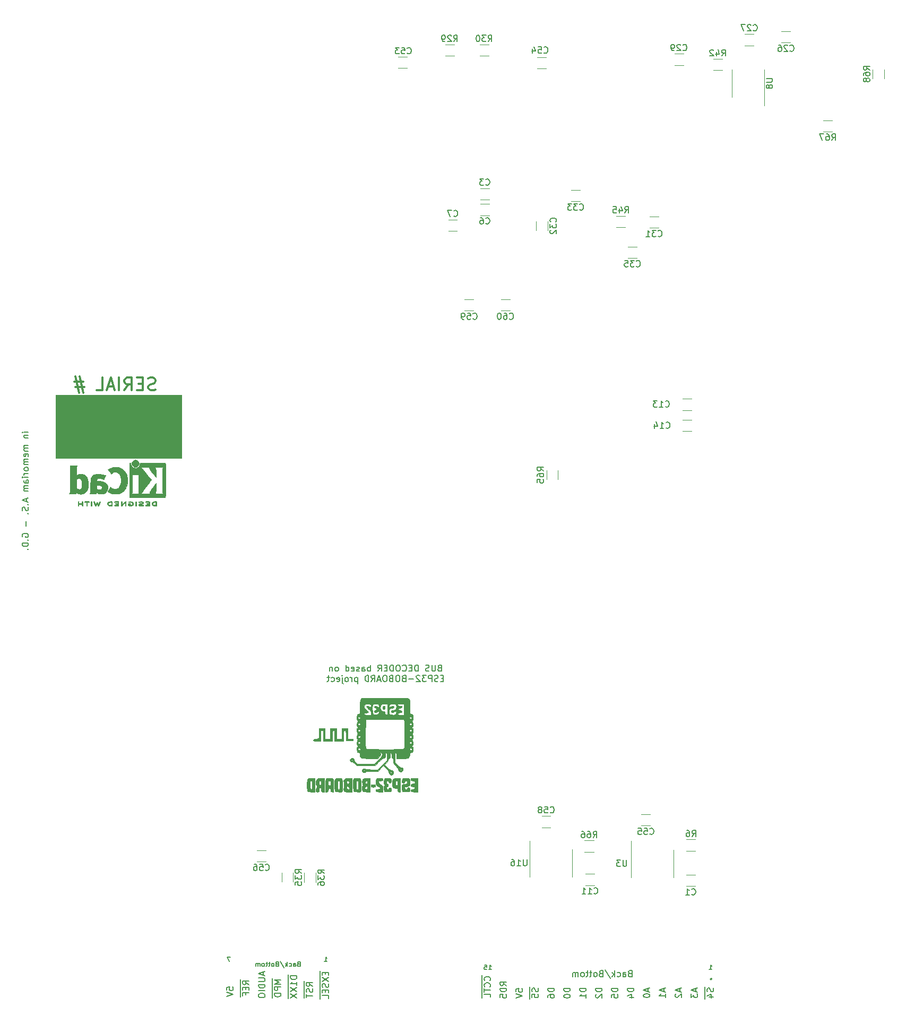
<source format=gbo>
%TF.GenerationSoftware,KiCad,Pcbnew,5.1.9+dfsg1-1+deb11u1*%
%TF.CreationDate,2025-09-30T09:17:09+02:00*%
%TF.ProjectId,VERA-MODULE-RBL,56455241-2d4d-44f4-9455-4c452d52424c,1.0*%
%TF.SameCoordinates,Original*%
%TF.FileFunction,Legend,Bot*%
%TF.FilePolarity,Positive*%
%FSLAX46Y46*%
G04 Gerber Fmt 4.6, Leading zero omitted, Abs format (unit mm)*
G04 Created by KiCad (PCBNEW 5.1.9+dfsg1-1+deb11u1) date 2025-09-30 09:17:09*
%MOMM*%
%LPD*%
G01*
G04 APERTURE LIST*
%ADD10C,0.300000*%
%ADD11C,0.150000*%
%ADD12C,0.120000*%
%ADD13C,0.010000*%
%ADD14C,0.100000*%
G04 APERTURE END LIST*
D10*
X155880952Y-106709523D02*
X155595238Y-106804761D01*
X155119047Y-106804761D01*
X154928571Y-106709523D01*
X154833333Y-106614285D01*
X154738095Y-106423809D01*
X154738095Y-106233333D01*
X154833333Y-106042857D01*
X154928571Y-105947619D01*
X155119047Y-105852380D01*
X155500000Y-105757142D01*
X155690476Y-105661904D01*
X155785714Y-105566666D01*
X155880952Y-105376190D01*
X155880952Y-105185714D01*
X155785714Y-104995238D01*
X155690476Y-104900000D01*
X155500000Y-104804761D01*
X155023809Y-104804761D01*
X154738095Y-104900000D01*
X153880952Y-105757142D02*
X153214285Y-105757142D01*
X152928571Y-106804761D02*
X153880952Y-106804761D01*
X153880952Y-104804761D01*
X152928571Y-104804761D01*
X150928571Y-106804761D02*
X151595238Y-105852380D01*
X152071428Y-106804761D02*
X152071428Y-104804761D01*
X151309523Y-104804761D01*
X151119047Y-104900000D01*
X151023809Y-104995238D01*
X150928571Y-105185714D01*
X150928571Y-105471428D01*
X151023809Y-105661904D01*
X151119047Y-105757142D01*
X151309523Y-105852380D01*
X152071428Y-105852380D01*
X150071428Y-106804761D02*
X150071428Y-104804761D01*
X149214285Y-106233333D02*
X148261904Y-106233333D01*
X149404761Y-106804761D02*
X148738095Y-104804761D01*
X148071428Y-106804761D01*
X146452380Y-106804761D02*
X147404761Y-106804761D01*
X147404761Y-104804761D01*
X144357142Y-105471428D02*
X142928571Y-105471428D01*
X143785714Y-104614285D02*
X144357142Y-107185714D01*
X143119047Y-106328571D02*
X144547619Y-106328571D01*
X143690476Y-107185714D02*
X143119047Y-104614285D01*
D11*
X201195238Y-151103571D02*
X201052380Y-151151190D01*
X201004761Y-151198809D01*
X200957142Y-151294047D01*
X200957142Y-151436904D01*
X201004761Y-151532142D01*
X201052380Y-151579761D01*
X201147619Y-151627380D01*
X201528571Y-151627380D01*
X201528571Y-150627380D01*
X201195238Y-150627380D01*
X201100000Y-150675000D01*
X201052380Y-150722619D01*
X201004761Y-150817857D01*
X201004761Y-150913095D01*
X201052380Y-151008333D01*
X201100000Y-151055952D01*
X201195238Y-151103571D01*
X201528571Y-151103571D01*
X200528571Y-150627380D02*
X200528571Y-151436904D01*
X200480952Y-151532142D01*
X200433333Y-151579761D01*
X200338095Y-151627380D01*
X200147619Y-151627380D01*
X200052380Y-151579761D01*
X200004761Y-151532142D01*
X199957142Y-151436904D01*
X199957142Y-150627380D01*
X199528571Y-151579761D02*
X199385714Y-151627380D01*
X199147619Y-151627380D01*
X199052380Y-151579761D01*
X199004761Y-151532142D01*
X198957142Y-151436904D01*
X198957142Y-151341666D01*
X199004761Y-151246428D01*
X199052380Y-151198809D01*
X199147619Y-151151190D01*
X199338095Y-151103571D01*
X199433333Y-151055952D01*
X199480952Y-151008333D01*
X199528571Y-150913095D01*
X199528571Y-150817857D01*
X199480952Y-150722619D01*
X199433333Y-150675000D01*
X199338095Y-150627380D01*
X199100000Y-150627380D01*
X198957142Y-150675000D01*
X197766666Y-151627380D02*
X197766666Y-150627380D01*
X197528571Y-150627380D01*
X197385714Y-150675000D01*
X197290476Y-150770238D01*
X197242857Y-150865476D01*
X197195238Y-151055952D01*
X197195238Y-151198809D01*
X197242857Y-151389285D01*
X197290476Y-151484523D01*
X197385714Y-151579761D01*
X197528571Y-151627380D01*
X197766666Y-151627380D01*
X196766666Y-151103571D02*
X196433333Y-151103571D01*
X196290476Y-151627380D02*
X196766666Y-151627380D01*
X196766666Y-150627380D01*
X196290476Y-150627380D01*
X195290476Y-151532142D02*
X195338095Y-151579761D01*
X195480952Y-151627380D01*
X195576190Y-151627380D01*
X195719047Y-151579761D01*
X195814285Y-151484523D01*
X195861904Y-151389285D01*
X195909523Y-151198809D01*
X195909523Y-151055952D01*
X195861904Y-150865476D01*
X195814285Y-150770238D01*
X195719047Y-150675000D01*
X195576190Y-150627380D01*
X195480952Y-150627380D01*
X195338095Y-150675000D01*
X195290476Y-150722619D01*
X194671428Y-150627380D02*
X194480952Y-150627380D01*
X194385714Y-150675000D01*
X194290476Y-150770238D01*
X194242857Y-150960714D01*
X194242857Y-151294047D01*
X194290476Y-151484523D01*
X194385714Y-151579761D01*
X194480952Y-151627380D01*
X194671428Y-151627380D01*
X194766666Y-151579761D01*
X194861904Y-151484523D01*
X194909523Y-151294047D01*
X194909523Y-150960714D01*
X194861904Y-150770238D01*
X194766666Y-150675000D01*
X194671428Y-150627380D01*
X193814285Y-151627380D02*
X193814285Y-150627380D01*
X193576190Y-150627380D01*
X193433333Y-150675000D01*
X193338095Y-150770238D01*
X193290476Y-150865476D01*
X193242857Y-151055952D01*
X193242857Y-151198809D01*
X193290476Y-151389285D01*
X193338095Y-151484523D01*
X193433333Y-151579761D01*
X193576190Y-151627380D01*
X193814285Y-151627380D01*
X192814285Y-151103571D02*
X192480952Y-151103571D01*
X192338095Y-151627380D02*
X192814285Y-151627380D01*
X192814285Y-150627380D01*
X192338095Y-150627380D01*
X191338095Y-151627380D02*
X191671428Y-151151190D01*
X191909523Y-151627380D02*
X191909523Y-150627380D01*
X191528571Y-150627380D01*
X191433333Y-150675000D01*
X191385714Y-150722619D01*
X191338095Y-150817857D01*
X191338095Y-150960714D01*
X191385714Y-151055952D01*
X191433333Y-151103571D01*
X191528571Y-151151190D01*
X191909523Y-151151190D01*
X190147619Y-151627380D02*
X190147619Y-150627380D01*
X190147619Y-151008333D02*
X190052380Y-150960714D01*
X189861904Y-150960714D01*
X189766666Y-151008333D01*
X189719047Y-151055952D01*
X189671428Y-151151190D01*
X189671428Y-151436904D01*
X189719047Y-151532142D01*
X189766666Y-151579761D01*
X189861904Y-151627380D01*
X190052380Y-151627380D01*
X190147619Y-151579761D01*
X188814285Y-151627380D02*
X188814285Y-151103571D01*
X188861904Y-151008333D01*
X188957142Y-150960714D01*
X189147619Y-150960714D01*
X189242857Y-151008333D01*
X188814285Y-151579761D02*
X188909523Y-151627380D01*
X189147619Y-151627380D01*
X189242857Y-151579761D01*
X189290476Y-151484523D01*
X189290476Y-151389285D01*
X189242857Y-151294047D01*
X189147619Y-151246428D01*
X188909523Y-151246428D01*
X188814285Y-151198809D01*
X188385714Y-151579761D02*
X188290476Y-151627380D01*
X188100000Y-151627380D01*
X188004761Y-151579761D01*
X187957142Y-151484523D01*
X187957142Y-151436904D01*
X188004761Y-151341666D01*
X188100000Y-151294047D01*
X188242857Y-151294047D01*
X188338095Y-151246428D01*
X188385714Y-151151190D01*
X188385714Y-151103571D01*
X188338095Y-151008333D01*
X188242857Y-150960714D01*
X188100000Y-150960714D01*
X188004761Y-151008333D01*
X187147619Y-151579761D02*
X187242857Y-151627380D01*
X187433333Y-151627380D01*
X187528571Y-151579761D01*
X187576190Y-151484523D01*
X187576190Y-151103571D01*
X187528571Y-151008333D01*
X187433333Y-150960714D01*
X187242857Y-150960714D01*
X187147619Y-151008333D01*
X187100000Y-151103571D01*
X187100000Y-151198809D01*
X187576190Y-151294047D01*
X186242857Y-151627380D02*
X186242857Y-150627380D01*
X186242857Y-151579761D02*
X186338095Y-151627380D01*
X186528571Y-151627380D01*
X186623809Y-151579761D01*
X186671428Y-151532142D01*
X186719047Y-151436904D01*
X186719047Y-151151190D01*
X186671428Y-151055952D01*
X186623809Y-151008333D01*
X186528571Y-150960714D01*
X186338095Y-150960714D01*
X186242857Y-151008333D01*
X184861904Y-151627380D02*
X184957142Y-151579761D01*
X185004761Y-151532142D01*
X185052380Y-151436904D01*
X185052380Y-151151190D01*
X185004761Y-151055952D01*
X184957142Y-151008333D01*
X184861904Y-150960714D01*
X184719047Y-150960714D01*
X184623809Y-151008333D01*
X184576190Y-151055952D01*
X184528571Y-151151190D01*
X184528571Y-151436904D01*
X184576190Y-151532142D01*
X184623809Y-151579761D01*
X184719047Y-151627380D01*
X184861904Y-151627380D01*
X184100000Y-150960714D02*
X184100000Y-151627380D01*
X184100000Y-151055952D02*
X184052380Y-151008333D01*
X183957142Y-150960714D01*
X183814285Y-150960714D01*
X183719047Y-151008333D01*
X183671428Y-151103571D01*
X183671428Y-151627380D01*
X201814285Y-152753571D02*
X201480952Y-152753571D01*
X201338095Y-153277380D02*
X201814285Y-153277380D01*
X201814285Y-152277380D01*
X201338095Y-152277380D01*
X200957142Y-153229761D02*
X200814285Y-153277380D01*
X200576190Y-153277380D01*
X200480952Y-153229761D01*
X200433333Y-153182142D01*
X200385714Y-153086904D01*
X200385714Y-152991666D01*
X200433333Y-152896428D01*
X200480952Y-152848809D01*
X200576190Y-152801190D01*
X200766666Y-152753571D01*
X200861904Y-152705952D01*
X200909523Y-152658333D01*
X200957142Y-152563095D01*
X200957142Y-152467857D01*
X200909523Y-152372619D01*
X200861904Y-152325000D01*
X200766666Y-152277380D01*
X200528571Y-152277380D01*
X200385714Y-152325000D01*
X199957142Y-153277380D02*
X199957142Y-152277380D01*
X199576190Y-152277380D01*
X199480952Y-152325000D01*
X199433333Y-152372619D01*
X199385714Y-152467857D01*
X199385714Y-152610714D01*
X199433333Y-152705952D01*
X199480952Y-152753571D01*
X199576190Y-152801190D01*
X199957142Y-152801190D01*
X199052380Y-152277380D02*
X198433333Y-152277380D01*
X198766666Y-152658333D01*
X198623809Y-152658333D01*
X198528571Y-152705952D01*
X198480952Y-152753571D01*
X198433333Y-152848809D01*
X198433333Y-153086904D01*
X198480952Y-153182142D01*
X198528571Y-153229761D01*
X198623809Y-153277380D01*
X198909523Y-153277380D01*
X199004761Y-153229761D01*
X199052380Y-153182142D01*
X198052380Y-152372619D02*
X198004761Y-152325000D01*
X197909523Y-152277380D01*
X197671428Y-152277380D01*
X197576190Y-152325000D01*
X197528571Y-152372619D01*
X197480952Y-152467857D01*
X197480952Y-152563095D01*
X197528571Y-152705952D01*
X198100000Y-153277380D01*
X197480952Y-153277380D01*
X197052380Y-152896428D02*
X196290476Y-152896428D01*
X195480952Y-152753571D02*
X195338095Y-152801190D01*
X195290476Y-152848809D01*
X195242857Y-152944047D01*
X195242857Y-153086904D01*
X195290476Y-153182142D01*
X195338095Y-153229761D01*
X195433333Y-153277380D01*
X195814285Y-153277380D01*
X195814285Y-152277380D01*
X195480952Y-152277380D01*
X195385714Y-152325000D01*
X195338095Y-152372619D01*
X195290476Y-152467857D01*
X195290476Y-152563095D01*
X195338095Y-152658333D01*
X195385714Y-152705952D01*
X195480952Y-152753571D01*
X195814285Y-152753571D01*
X194623809Y-152277380D02*
X194433333Y-152277380D01*
X194338095Y-152325000D01*
X194242857Y-152420238D01*
X194195238Y-152610714D01*
X194195238Y-152944047D01*
X194242857Y-153134523D01*
X194338095Y-153229761D01*
X194433333Y-153277380D01*
X194623809Y-153277380D01*
X194719047Y-153229761D01*
X194814285Y-153134523D01*
X194861904Y-152944047D01*
X194861904Y-152610714D01*
X194814285Y-152420238D01*
X194719047Y-152325000D01*
X194623809Y-152277380D01*
X193433333Y-152753571D02*
X193290476Y-152801190D01*
X193242857Y-152848809D01*
X193195238Y-152944047D01*
X193195238Y-153086904D01*
X193242857Y-153182142D01*
X193290476Y-153229761D01*
X193385714Y-153277380D01*
X193766666Y-153277380D01*
X193766666Y-152277380D01*
X193433333Y-152277380D01*
X193338095Y-152325000D01*
X193290476Y-152372619D01*
X193242857Y-152467857D01*
X193242857Y-152563095D01*
X193290476Y-152658333D01*
X193338095Y-152705952D01*
X193433333Y-152753571D01*
X193766666Y-152753571D01*
X192576190Y-152277380D02*
X192385714Y-152277380D01*
X192290476Y-152325000D01*
X192195238Y-152420238D01*
X192147619Y-152610714D01*
X192147619Y-152944047D01*
X192195238Y-153134523D01*
X192290476Y-153229761D01*
X192385714Y-153277380D01*
X192576190Y-153277380D01*
X192671428Y-153229761D01*
X192766666Y-153134523D01*
X192814285Y-152944047D01*
X192814285Y-152610714D01*
X192766666Y-152420238D01*
X192671428Y-152325000D01*
X192576190Y-152277380D01*
X191766666Y-152991666D02*
X191290476Y-152991666D01*
X191861904Y-153277380D02*
X191528571Y-152277380D01*
X191195238Y-153277380D01*
X190290476Y-153277380D02*
X190623809Y-152801190D01*
X190861904Y-153277380D02*
X190861904Y-152277380D01*
X190480952Y-152277380D01*
X190385714Y-152325000D01*
X190338095Y-152372619D01*
X190290476Y-152467857D01*
X190290476Y-152610714D01*
X190338095Y-152705952D01*
X190385714Y-152753571D01*
X190480952Y-152801190D01*
X190861904Y-152801190D01*
X189861904Y-153277380D02*
X189861904Y-152277380D01*
X189623809Y-152277380D01*
X189480952Y-152325000D01*
X189385714Y-152420238D01*
X189338095Y-152515476D01*
X189290476Y-152705952D01*
X189290476Y-152848809D01*
X189338095Y-153039285D01*
X189385714Y-153134523D01*
X189480952Y-153229761D01*
X189623809Y-153277380D01*
X189861904Y-153277380D01*
X188100000Y-152610714D02*
X188100000Y-153610714D01*
X188100000Y-152658333D02*
X188004761Y-152610714D01*
X187814285Y-152610714D01*
X187719047Y-152658333D01*
X187671428Y-152705952D01*
X187623809Y-152801190D01*
X187623809Y-153086904D01*
X187671428Y-153182142D01*
X187719047Y-153229761D01*
X187814285Y-153277380D01*
X188004761Y-153277380D01*
X188100000Y-153229761D01*
X187195238Y-153277380D02*
X187195238Y-152610714D01*
X187195238Y-152801190D02*
X187147619Y-152705952D01*
X187100000Y-152658333D01*
X187004761Y-152610714D01*
X186909523Y-152610714D01*
X186433333Y-153277380D02*
X186528571Y-153229761D01*
X186576190Y-153182142D01*
X186623809Y-153086904D01*
X186623809Y-152801190D01*
X186576190Y-152705952D01*
X186528571Y-152658333D01*
X186433333Y-152610714D01*
X186290476Y-152610714D01*
X186195238Y-152658333D01*
X186147619Y-152705952D01*
X186100000Y-152801190D01*
X186100000Y-153086904D01*
X186147619Y-153182142D01*
X186195238Y-153229761D01*
X186290476Y-153277380D01*
X186433333Y-153277380D01*
X185671428Y-152610714D02*
X185671428Y-153467857D01*
X185719047Y-153563095D01*
X185814285Y-153610714D01*
X185861904Y-153610714D01*
X185671428Y-152277380D02*
X185719047Y-152325000D01*
X185671428Y-152372619D01*
X185623809Y-152325000D01*
X185671428Y-152277380D01*
X185671428Y-152372619D01*
X184814285Y-153229761D02*
X184909523Y-153277380D01*
X185100000Y-153277380D01*
X185195238Y-153229761D01*
X185242857Y-153134523D01*
X185242857Y-152753571D01*
X185195238Y-152658333D01*
X185100000Y-152610714D01*
X184909523Y-152610714D01*
X184814285Y-152658333D01*
X184766666Y-152753571D01*
X184766666Y-152848809D01*
X185242857Y-152944047D01*
X183909523Y-153229761D02*
X184004761Y-153277380D01*
X184195238Y-153277380D01*
X184290476Y-153229761D01*
X184338095Y-153182142D01*
X184385714Y-153086904D01*
X184385714Y-152801190D01*
X184338095Y-152705952D01*
X184290476Y-152658333D01*
X184195238Y-152610714D01*
X184004761Y-152610714D01*
X183909523Y-152658333D01*
X183623809Y-152610714D02*
X183242857Y-152610714D01*
X183480952Y-152277380D02*
X183480952Y-153134523D01*
X183433333Y-153229761D01*
X183338095Y-153277380D01*
X183242857Y-153277380D01*
X135592380Y-113496666D02*
X134925714Y-113496666D01*
X134592380Y-113496666D02*
X134640000Y-113449047D01*
X134687619Y-113496666D01*
X134640000Y-113544285D01*
X134592380Y-113496666D01*
X134687619Y-113496666D01*
X134925714Y-113972857D02*
X135592380Y-113972857D01*
X135020952Y-113972857D02*
X134973333Y-114020476D01*
X134925714Y-114115714D01*
X134925714Y-114258571D01*
X134973333Y-114353809D01*
X135068571Y-114401428D01*
X135592380Y-114401428D01*
X135592380Y-115639523D02*
X134925714Y-115639523D01*
X135020952Y-115639523D02*
X134973333Y-115687142D01*
X134925714Y-115782380D01*
X134925714Y-115925238D01*
X134973333Y-116020476D01*
X135068571Y-116068095D01*
X135592380Y-116068095D01*
X135068571Y-116068095D02*
X134973333Y-116115714D01*
X134925714Y-116210952D01*
X134925714Y-116353809D01*
X134973333Y-116449047D01*
X135068571Y-116496666D01*
X135592380Y-116496666D01*
X135544761Y-117353809D02*
X135592380Y-117258571D01*
X135592380Y-117068095D01*
X135544761Y-116972857D01*
X135449523Y-116925238D01*
X135068571Y-116925238D01*
X134973333Y-116972857D01*
X134925714Y-117068095D01*
X134925714Y-117258571D01*
X134973333Y-117353809D01*
X135068571Y-117401428D01*
X135163809Y-117401428D01*
X135259047Y-116925238D01*
X135592380Y-117830000D02*
X134925714Y-117830000D01*
X135020952Y-117830000D02*
X134973333Y-117877619D01*
X134925714Y-117972857D01*
X134925714Y-118115714D01*
X134973333Y-118210952D01*
X135068571Y-118258571D01*
X135592380Y-118258571D01*
X135068571Y-118258571D02*
X134973333Y-118306190D01*
X134925714Y-118401428D01*
X134925714Y-118544285D01*
X134973333Y-118639523D01*
X135068571Y-118687142D01*
X135592380Y-118687142D01*
X135592380Y-119306190D02*
X135544761Y-119210952D01*
X135497142Y-119163333D01*
X135401904Y-119115714D01*
X135116190Y-119115714D01*
X135020952Y-119163333D01*
X134973333Y-119210952D01*
X134925714Y-119306190D01*
X134925714Y-119449047D01*
X134973333Y-119544285D01*
X135020952Y-119591904D01*
X135116190Y-119639523D01*
X135401904Y-119639523D01*
X135497142Y-119591904D01*
X135544761Y-119544285D01*
X135592380Y-119449047D01*
X135592380Y-119306190D01*
X135592380Y-120068095D02*
X134925714Y-120068095D01*
X135116190Y-120068095D02*
X135020952Y-120115714D01*
X134973333Y-120163333D01*
X134925714Y-120258571D01*
X134925714Y-120353809D01*
X135592380Y-120687142D02*
X134925714Y-120687142D01*
X134592380Y-120687142D02*
X134640000Y-120639523D01*
X134687619Y-120687142D01*
X134640000Y-120734761D01*
X134592380Y-120687142D01*
X134687619Y-120687142D01*
X135592380Y-121591904D02*
X135068571Y-121591904D01*
X134973333Y-121544285D01*
X134925714Y-121449047D01*
X134925714Y-121258571D01*
X134973333Y-121163333D01*
X135544761Y-121591904D02*
X135592380Y-121496666D01*
X135592380Y-121258571D01*
X135544761Y-121163333D01*
X135449523Y-121115714D01*
X135354285Y-121115714D01*
X135259047Y-121163333D01*
X135211428Y-121258571D01*
X135211428Y-121496666D01*
X135163809Y-121591904D01*
X135592380Y-122068095D02*
X134925714Y-122068095D01*
X135020952Y-122068095D02*
X134973333Y-122115714D01*
X134925714Y-122210952D01*
X134925714Y-122353809D01*
X134973333Y-122449047D01*
X135068571Y-122496666D01*
X135592380Y-122496666D01*
X135068571Y-122496666D02*
X134973333Y-122544285D01*
X134925714Y-122639523D01*
X134925714Y-122782380D01*
X134973333Y-122877619D01*
X135068571Y-122925238D01*
X135592380Y-122925238D01*
X135306666Y-124115714D02*
X135306666Y-124591904D01*
X135592380Y-124020476D02*
X134592380Y-124353809D01*
X135592380Y-124687142D01*
X135497142Y-125020476D02*
X135544761Y-125068095D01*
X135592380Y-125020476D01*
X135544761Y-124972857D01*
X135497142Y-125020476D01*
X135592380Y-125020476D01*
X135544761Y-125449047D02*
X135592380Y-125591904D01*
X135592380Y-125830000D01*
X135544761Y-125925238D01*
X135497142Y-125972857D01*
X135401904Y-126020476D01*
X135306666Y-126020476D01*
X135211428Y-125972857D01*
X135163809Y-125925238D01*
X135116190Y-125830000D01*
X135068571Y-125639523D01*
X135020952Y-125544285D01*
X134973333Y-125496666D01*
X134878095Y-125449047D01*
X134782857Y-125449047D01*
X134687619Y-125496666D01*
X134640000Y-125544285D01*
X134592380Y-125639523D01*
X134592380Y-125877619D01*
X134640000Y-126020476D01*
X135497142Y-126449047D02*
X135544761Y-126496666D01*
X135592380Y-126449047D01*
X135544761Y-126401428D01*
X135497142Y-126449047D01*
X135592380Y-126449047D01*
X135211428Y-127687142D02*
X135211428Y-128449047D01*
X134640000Y-130210952D02*
X134592380Y-130115714D01*
X134592380Y-129972857D01*
X134640000Y-129830000D01*
X134735238Y-129734761D01*
X134830476Y-129687142D01*
X135020952Y-129639523D01*
X135163809Y-129639523D01*
X135354285Y-129687142D01*
X135449523Y-129734761D01*
X135544761Y-129830000D01*
X135592380Y-129972857D01*
X135592380Y-130068095D01*
X135544761Y-130210952D01*
X135497142Y-130258571D01*
X135163809Y-130258571D01*
X135163809Y-130068095D01*
X135497142Y-130687142D02*
X135544761Y-130734761D01*
X135592380Y-130687142D01*
X135544761Y-130639523D01*
X135497142Y-130687142D01*
X135592380Y-130687142D01*
X135592380Y-131163333D02*
X134592380Y-131163333D01*
X134592380Y-131401428D01*
X134640000Y-131544285D01*
X134735238Y-131639523D01*
X134830476Y-131687142D01*
X135020952Y-131734761D01*
X135163809Y-131734761D01*
X135354285Y-131687142D01*
X135449523Y-131639523D01*
X135544761Y-131544285D01*
X135592380Y-131401428D01*
X135592380Y-131163333D01*
X135497142Y-132163333D02*
X135544761Y-132210952D01*
X135592380Y-132163333D01*
X135544761Y-132115714D01*
X135497142Y-132163333D01*
X135592380Y-132163333D01*
D12*
%TO.C,U8*%
X247790000Y-57850000D02*
X247790000Y-55650000D01*
X247790000Y-57850000D02*
X247790000Y-60050000D01*
X253010000Y-57850000D02*
X253010000Y-55650000D01*
X253010000Y-57850000D02*
X253010000Y-61450000D01*
%TO.C,R45*%
X230827064Y-78990000D02*
X229372936Y-78990000D01*
X230827064Y-80810000D02*
X229372936Y-80810000D01*
%TO.C,C35*%
X231228748Y-85730000D02*
X232651252Y-85730000D01*
X231228748Y-83910000D02*
X232651252Y-83910000D01*
%TO.C,C33*%
X222188748Y-76685000D02*
X223611252Y-76685000D01*
X222188748Y-74865000D02*
X223611252Y-74865000D01*
%TO.C,C32*%
X218435000Y-81311252D02*
X218435000Y-79888748D01*
X216615000Y-81311252D02*
X216615000Y-79888748D01*
%TO.C,C31*%
X234688748Y-80910000D02*
X236111252Y-80910000D01*
X234688748Y-79090000D02*
X236111252Y-79090000D01*
%TO.C,C29*%
X238688748Y-54960000D02*
X240111252Y-54960000D01*
X238688748Y-53140000D02*
X240111252Y-53140000D01*
%TO.C,C27*%
X251311252Y-49990000D02*
X249888748Y-49990000D01*
X251311252Y-51810000D02*
X249888748Y-51810000D01*
%TO.C,C26*%
X255738748Y-51360000D02*
X257161252Y-51360000D01*
X255738748Y-49540000D02*
X257161252Y-49540000D01*
%TO.C,C3*%
X209111252Y-74590000D02*
X207688748Y-74590000D01*
X209111252Y-76410000D02*
X207688748Y-76410000D01*
%TO.C,C6*%
X207688748Y-77090000D02*
X209111252Y-77090000D01*
X207688748Y-78910000D02*
X209111252Y-78910000D01*
%TO.C,C7*%
X204011252Y-81410000D02*
X202588748Y-81410000D01*
X204011252Y-79590000D02*
X202588748Y-79590000D01*
%TO.C,C13*%
X241401252Y-108180000D02*
X239978748Y-108180000D01*
X241401252Y-110000000D02*
X239978748Y-110000000D01*
%TO.C,C14*%
X241421252Y-111510000D02*
X239998748Y-111510000D01*
X241421252Y-113330000D02*
X239998748Y-113330000D01*
D11*
%TO.C,CART1*%
X244635490Y-200713500D02*
G75*
G03*
X244635490Y-200713500I-141990J0D01*
G01*
X244557000Y-200713500D02*
G75*
G03*
X244557000Y-200713500I-63500J0D01*
G01*
D12*
%TO.C,R42*%
X246297064Y-53960000D02*
X244842936Y-53960000D01*
X246297064Y-55780000D02*
X244842936Y-55780000D01*
%TO.C,C59*%
X205188748Y-94110000D02*
X206611252Y-94110000D01*
X205188748Y-92290000D02*
X206611252Y-92290000D01*
%TO.C,C60*%
X210988748Y-92290000D02*
X212411252Y-92290000D01*
X210988748Y-94110000D02*
X212411252Y-94110000D01*
%TO.C,C1*%
X240538748Y-185910000D02*
X241961252Y-185910000D01*
X240538748Y-184090000D02*
X241961252Y-184090000D01*
%TO.C,C11*%
X224463748Y-185760000D02*
X225886252Y-185760000D01*
X224463748Y-183940000D02*
X225886252Y-183940000D01*
%TO.C,C55*%
X233388748Y-174440000D02*
X234811252Y-174440000D01*
X233388748Y-176260000D02*
X234811252Y-176260000D01*
%TO.C,C56*%
X172063748Y-182010000D02*
X173486252Y-182010000D01*
X172063748Y-180190000D02*
X173486252Y-180190000D01*
%TO.C,C58*%
X218911252Y-176535000D02*
X217488748Y-176535000D01*
X218911252Y-174715000D02*
X217488748Y-174715000D01*
%TO.C,R6*%
X242027064Y-178465000D02*
X240572936Y-178465000D01*
X242027064Y-180285000D02*
X240572936Y-180285000D01*
%TO.C,R66*%
X225777064Y-178620000D02*
X224322936Y-178620000D01*
X225777064Y-180440000D02*
X224322936Y-180440000D01*
%TO.C,U3*%
X238485000Y-182325000D02*
X238485000Y-184525000D01*
X238485000Y-182325000D02*
X238485000Y-180125000D01*
X231715000Y-182325000D02*
X231715000Y-184525000D01*
X231715000Y-182325000D02*
X231715000Y-178725000D01*
%TO.C,U16*%
X222335000Y-182275000D02*
X222335000Y-184475000D01*
X222335000Y-182275000D02*
X222335000Y-180075000D01*
X215565000Y-182275000D02*
X215565000Y-184475000D01*
X215565000Y-182275000D02*
X215565000Y-178675000D01*
D13*
%TO.C,LOGO3*%
G36*
X155755743Y-118373689D02*
G01*
X155491220Y-118373725D01*
X155368088Y-118373730D01*
X153397189Y-118373730D01*
X153397189Y-118489910D01*
X153384789Y-118631291D01*
X153347364Y-118761684D01*
X153284577Y-118881862D01*
X153196094Y-118992602D01*
X153166157Y-119022511D01*
X153058466Y-119107348D01*
X152939725Y-119169221D01*
X152813460Y-119208159D01*
X152683197Y-119224190D01*
X152552465Y-119217342D01*
X152424788Y-119187643D01*
X152303695Y-119135120D01*
X152192712Y-119059803D01*
X152142868Y-119014363D01*
X152049983Y-118902952D01*
X151981873Y-118780435D01*
X151939129Y-118648215D01*
X151922347Y-118507692D01*
X151922124Y-118493867D01*
X151921244Y-118373734D01*
X151868443Y-118373732D01*
X151821604Y-118380089D01*
X151778817Y-118395556D01*
X151775989Y-118397154D01*
X151766325Y-118402168D01*
X151757451Y-118406073D01*
X151749335Y-118410007D01*
X151741943Y-118415106D01*
X151735245Y-118422508D01*
X151729208Y-118433351D01*
X151723801Y-118448772D01*
X151718990Y-118469909D01*
X151714745Y-118497899D01*
X151711032Y-118533879D01*
X151707821Y-118578987D01*
X151705078Y-118634360D01*
X151702772Y-118701137D01*
X151700871Y-118780453D01*
X151699342Y-118873447D01*
X151698154Y-118981257D01*
X151697274Y-119105019D01*
X151696670Y-119245871D01*
X151696311Y-119404950D01*
X151696165Y-119583395D01*
X151696198Y-119782342D01*
X151696380Y-120002929D01*
X151696677Y-120246293D01*
X151697059Y-120513572D01*
X151697492Y-120805903D01*
X151697945Y-121124424D01*
X151697998Y-121163230D01*
X151698404Y-121483782D01*
X151698749Y-121778012D01*
X151699069Y-122047056D01*
X151699400Y-122292052D01*
X151699779Y-122514137D01*
X151700243Y-122714447D01*
X151700828Y-122894119D01*
X151701570Y-123054290D01*
X151702506Y-123196098D01*
X151703673Y-123320679D01*
X151705107Y-123429170D01*
X151706844Y-123522707D01*
X151708922Y-123602429D01*
X151711376Y-123669472D01*
X151714244Y-123724973D01*
X151717561Y-123770068D01*
X151721364Y-123805895D01*
X151725690Y-123833591D01*
X151730575Y-123854293D01*
X151736055Y-123869137D01*
X151742168Y-123879260D01*
X151748950Y-123885800D01*
X151756437Y-123889893D01*
X151764666Y-123892676D01*
X151773673Y-123895287D01*
X151783495Y-123898862D01*
X151785894Y-123899950D01*
X151793435Y-123902396D01*
X151806056Y-123904642D01*
X151824859Y-123906698D01*
X151850947Y-123908572D01*
X151885422Y-123910271D01*
X151929385Y-123911803D01*
X151983939Y-123913177D01*
X152050185Y-123914400D01*
X152129226Y-123915481D01*
X152222163Y-123916427D01*
X152330099Y-123917247D01*
X152454136Y-123917947D01*
X152595376Y-123918538D01*
X152754921Y-123919025D01*
X152933872Y-123919419D01*
X153133332Y-123919725D01*
X153354404Y-123919953D01*
X153598188Y-123920110D01*
X153865787Y-123920205D01*
X154158303Y-123920245D01*
X154476839Y-123920238D01*
X154580021Y-123920228D01*
X154905623Y-123920176D01*
X155204881Y-123920091D01*
X155478909Y-123919963D01*
X155728824Y-123919785D01*
X155955740Y-123919548D01*
X156160773Y-123919242D01*
X156345038Y-123918860D01*
X156509650Y-123918392D01*
X156655725Y-123917830D01*
X156784376Y-123917165D01*
X156896721Y-123916388D01*
X156993874Y-123915491D01*
X157076950Y-123914465D01*
X157147064Y-123913301D01*
X157205332Y-123911991D01*
X157252869Y-123910525D01*
X157290790Y-123908896D01*
X157320210Y-123907093D01*
X157342245Y-123905110D01*
X157358010Y-123902936D01*
X157368620Y-123900563D01*
X157374404Y-123898391D01*
X157384684Y-123894056D01*
X157394122Y-123890859D01*
X157402755Y-123887665D01*
X157410619Y-123883338D01*
X157417748Y-123876744D01*
X157424179Y-123866747D01*
X157429947Y-123852212D01*
X157435089Y-123832003D01*
X157439640Y-123804985D01*
X157443635Y-123770023D01*
X157447111Y-123725981D01*
X157450102Y-123671724D01*
X157452646Y-123606117D01*
X157454777Y-123528024D01*
X157456532Y-123436310D01*
X157457945Y-123329840D01*
X157458315Y-123288973D01*
X157091884Y-123288973D01*
X155796734Y-123288973D01*
X155821655Y-123251217D01*
X155846447Y-123212417D01*
X155867440Y-123175469D01*
X155884935Y-123137788D01*
X155899230Y-123096788D01*
X155910623Y-123049883D01*
X155919413Y-122994487D01*
X155925898Y-122928016D01*
X155930377Y-122847883D01*
X155933150Y-122751502D01*
X155934513Y-122636289D01*
X155934767Y-122499657D01*
X155934209Y-122339020D01*
X155933893Y-122279382D01*
X155930325Y-121640041D01*
X155525298Y-122191449D01*
X155410554Y-122347876D01*
X155311143Y-122484088D01*
X155225990Y-122601890D01*
X155154022Y-122703084D01*
X155094166Y-122789477D01*
X155045348Y-122862874D01*
X155006495Y-122925077D01*
X154976534Y-122977893D01*
X154954391Y-123023125D01*
X154938993Y-123062578D01*
X154929266Y-123098058D01*
X154924137Y-123131368D01*
X154922532Y-123164313D01*
X154923379Y-123198697D01*
X154923595Y-123203019D01*
X154928054Y-123289031D01*
X153508692Y-123288973D01*
X153614265Y-123182522D01*
X153642913Y-123153406D01*
X153670090Y-123125076D01*
X153696989Y-123095968D01*
X153724803Y-123064520D01*
X153754725Y-123029169D01*
X153787946Y-122988354D01*
X153825661Y-122940511D01*
X153869060Y-122884079D01*
X153919338Y-122817494D01*
X153977688Y-122739195D01*
X154045300Y-122647619D01*
X154123369Y-122541204D01*
X154213088Y-122418387D01*
X154315648Y-122277605D01*
X154432242Y-122117297D01*
X154527809Y-121985798D01*
X154647749Y-121820596D01*
X154752380Y-121676152D01*
X154842648Y-121551094D01*
X154919503Y-121444052D01*
X154983891Y-121353654D01*
X155036761Y-121278529D01*
X155079060Y-121217304D01*
X155111736Y-121168610D01*
X155135738Y-121131074D01*
X155152013Y-121103325D01*
X155161508Y-121083992D01*
X155165173Y-121071703D01*
X155164071Y-121065242D01*
X155150724Y-121048048D01*
X155121866Y-121011655D01*
X155079240Y-120958224D01*
X155024585Y-120889919D01*
X154959644Y-120808903D01*
X154886158Y-120717340D01*
X154805868Y-120617392D01*
X154720515Y-120511224D01*
X154631840Y-120400997D01*
X154541586Y-120288876D01*
X154491944Y-120227244D01*
X153259373Y-120227244D01*
X153208146Y-120319919D01*
X153156919Y-120412595D01*
X153156919Y-123103622D01*
X153208146Y-123196298D01*
X153259373Y-123288973D01*
X152653396Y-123288973D01*
X152508734Y-123288931D01*
X152389244Y-123288741D01*
X152292642Y-123288308D01*
X152216642Y-123287536D01*
X152158957Y-123286330D01*
X152117301Y-123284594D01*
X152089389Y-123282232D01*
X152072935Y-123279150D01*
X152065652Y-123275251D01*
X152065255Y-123270440D01*
X152069458Y-123264622D01*
X152069501Y-123264574D01*
X152086813Y-123239532D01*
X152109736Y-123198815D01*
X152129981Y-123158168D01*
X152168379Y-123076162D01*
X152176211Y-120227244D01*
X153259373Y-120227244D01*
X154491944Y-120227244D01*
X154451493Y-120177024D01*
X154363302Y-120067604D01*
X154278754Y-119962778D01*
X154199592Y-119864711D01*
X154127556Y-119775566D01*
X154064387Y-119697505D01*
X154011827Y-119632692D01*
X153971617Y-119583290D01*
X153948000Y-119554487D01*
X153856290Y-119446778D01*
X153768060Y-119349580D01*
X153686403Y-119266076D01*
X153614410Y-119199448D01*
X153563319Y-119158599D01*
X153502907Y-119115135D01*
X154892298Y-119115135D01*
X154891908Y-119196666D01*
X154895791Y-119256606D01*
X154910390Y-119312177D01*
X154932988Y-119364855D01*
X154947678Y-119394615D01*
X154963472Y-119424103D01*
X154981814Y-119455276D01*
X155004145Y-119490093D01*
X155031909Y-119530510D01*
X155066549Y-119578486D01*
X155109507Y-119635978D01*
X155162227Y-119704943D01*
X155226151Y-119787339D01*
X155302721Y-119885124D01*
X155393381Y-120000255D01*
X155499574Y-120134690D01*
X155511568Y-120149859D01*
X155930325Y-120679412D01*
X155934378Y-120092922D01*
X155935195Y-119917251D01*
X155935021Y-119768532D01*
X155933849Y-119646275D01*
X155931669Y-119549989D01*
X155928474Y-119479183D01*
X155924256Y-119433369D01*
X155922838Y-119424679D01*
X155900591Y-119333135D01*
X155871443Y-119250608D01*
X155838182Y-119184253D01*
X155818200Y-119156110D01*
X155783722Y-119115135D01*
X156437914Y-119115135D01*
X156593969Y-119115269D01*
X156724467Y-119115703D01*
X156831310Y-119116489D01*
X156916398Y-119117676D01*
X156981635Y-119119317D01*
X157028921Y-119121461D01*
X157060157Y-119124159D01*
X157077246Y-119127462D01*
X157082088Y-119131421D01*
X157081753Y-119132298D01*
X157067885Y-119153231D01*
X157044732Y-119186412D01*
X157032754Y-119203193D01*
X157020369Y-119219940D01*
X157009237Y-119234915D01*
X156999288Y-119249594D01*
X156990451Y-119265449D01*
X156982657Y-119283955D01*
X156975835Y-119306585D01*
X156969916Y-119334813D01*
X156964829Y-119370113D01*
X156960504Y-119413958D01*
X156956871Y-119467822D01*
X156953860Y-119533180D01*
X156951401Y-119611504D01*
X156949423Y-119704268D01*
X156947858Y-119812947D01*
X156946634Y-119939013D01*
X156945681Y-120083942D01*
X156944930Y-120249206D01*
X156944311Y-120436279D01*
X156943752Y-120646635D01*
X156943185Y-120881748D01*
X156942655Y-121097741D01*
X156942155Y-121338535D01*
X156941895Y-121568274D01*
X156941868Y-121785493D01*
X156942067Y-121988722D01*
X156942486Y-122176496D01*
X156943118Y-122347345D01*
X156943956Y-122499803D01*
X156944992Y-122632403D01*
X156946220Y-122743676D01*
X156947633Y-122832156D01*
X156949225Y-122896375D01*
X156950987Y-122934865D01*
X156951321Y-122938933D01*
X156963466Y-123032248D01*
X156982427Y-123107190D01*
X157011302Y-123172594D01*
X157053190Y-123237293D01*
X157058429Y-123244352D01*
X157091884Y-123288973D01*
X157458315Y-123288973D01*
X157459054Y-123207479D01*
X157459893Y-123068090D01*
X157460498Y-122910539D01*
X157460905Y-122733691D01*
X157461150Y-122536410D01*
X157461267Y-122317560D01*
X157461295Y-122076007D01*
X157461267Y-121810615D01*
X157461220Y-121520249D01*
X157461190Y-121203773D01*
X157461189Y-121140946D01*
X157461172Y-120821137D01*
X157461112Y-120527661D01*
X157461002Y-120259390D01*
X157460833Y-120015198D01*
X157460597Y-119793957D01*
X157460284Y-119594540D01*
X157459885Y-119415820D01*
X157459393Y-119256671D01*
X157458797Y-119115966D01*
X157458090Y-118992576D01*
X157457263Y-118885376D01*
X157456307Y-118793238D01*
X157455213Y-118715035D01*
X157453973Y-118649641D01*
X157452578Y-118595928D01*
X157451018Y-118552769D01*
X157449286Y-118519037D01*
X157447372Y-118493605D01*
X157445268Y-118475347D01*
X157442966Y-118463134D01*
X157440455Y-118455841D01*
X157440363Y-118455659D01*
X157435192Y-118444518D01*
X157430885Y-118434431D01*
X157426121Y-118425346D01*
X157419578Y-118417212D01*
X157409935Y-118409976D01*
X157395871Y-118403586D01*
X157376063Y-118397989D01*
X157349191Y-118393133D01*
X157313933Y-118388966D01*
X157268968Y-118385436D01*
X157212974Y-118382491D01*
X157144629Y-118380077D01*
X157062614Y-118378144D01*
X156965605Y-118376638D01*
X156852282Y-118375508D01*
X156721323Y-118374702D01*
X156571407Y-118374166D01*
X156401213Y-118373849D01*
X156209418Y-118373699D01*
X155994702Y-118373663D01*
X155755743Y-118373689D01*
G37*
X155755743Y-118373689D02*
X155491220Y-118373725D01*
X155368088Y-118373730D01*
X153397189Y-118373730D01*
X153397189Y-118489910D01*
X153384789Y-118631291D01*
X153347364Y-118761684D01*
X153284577Y-118881862D01*
X153196094Y-118992602D01*
X153166157Y-119022511D01*
X153058466Y-119107348D01*
X152939725Y-119169221D01*
X152813460Y-119208159D01*
X152683197Y-119224190D01*
X152552465Y-119217342D01*
X152424788Y-119187643D01*
X152303695Y-119135120D01*
X152192712Y-119059803D01*
X152142868Y-119014363D01*
X152049983Y-118902952D01*
X151981873Y-118780435D01*
X151939129Y-118648215D01*
X151922347Y-118507692D01*
X151922124Y-118493867D01*
X151921244Y-118373734D01*
X151868443Y-118373732D01*
X151821604Y-118380089D01*
X151778817Y-118395556D01*
X151775989Y-118397154D01*
X151766325Y-118402168D01*
X151757451Y-118406073D01*
X151749335Y-118410007D01*
X151741943Y-118415106D01*
X151735245Y-118422508D01*
X151729208Y-118433351D01*
X151723801Y-118448772D01*
X151718990Y-118469909D01*
X151714745Y-118497899D01*
X151711032Y-118533879D01*
X151707821Y-118578987D01*
X151705078Y-118634360D01*
X151702772Y-118701137D01*
X151700871Y-118780453D01*
X151699342Y-118873447D01*
X151698154Y-118981257D01*
X151697274Y-119105019D01*
X151696670Y-119245871D01*
X151696311Y-119404950D01*
X151696165Y-119583395D01*
X151696198Y-119782342D01*
X151696380Y-120002929D01*
X151696677Y-120246293D01*
X151697059Y-120513572D01*
X151697492Y-120805903D01*
X151697945Y-121124424D01*
X151697998Y-121163230D01*
X151698404Y-121483782D01*
X151698749Y-121778012D01*
X151699069Y-122047056D01*
X151699400Y-122292052D01*
X151699779Y-122514137D01*
X151700243Y-122714447D01*
X151700828Y-122894119D01*
X151701570Y-123054290D01*
X151702506Y-123196098D01*
X151703673Y-123320679D01*
X151705107Y-123429170D01*
X151706844Y-123522707D01*
X151708922Y-123602429D01*
X151711376Y-123669472D01*
X151714244Y-123724973D01*
X151717561Y-123770068D01*
X151721364Y-123805895D01*
X151725690Y-123833591D01*
X151730575Y-123854293D01*
X151736055Y-123869137D01*
X151742168Y-123879260D01*
X151748950Y-123885800D01*
X151756437Y-123889893D01*
X151764666Y-123892676D01*
X151773673Y-123895287D01*
X151783495Y-123898862D01*
X151785894Y-123899950D01*
X151793435Y-123902396D01*
X151806056Y-123904642D01*
X151824859Y-123906698D01*
X151850947Y-123908572D01*
X151885422Y-123910271D01*
X151929385Y-123911803D01*
X151983939Y-123913177D01*
X152050185Y-123914400D01*
X152129226Y-123915481D01*
X152222163Y-123916427D01*
X152330099Y-123917247D01*
X152454136Y-123917947D01*
X152595376Y-123918538D01*
X152754921Y-123919025D01*
X152933872Y-123919419D01*
X153133332Y-123919725D01*
X153354404Y-123919953D01*
X153598188Y-123920110D01*
X153865787Y-123920205D01*
X154158303Y-123920245D01*
X154476839Y-123920238D01*
X154580021Y-123920228D01*
X154905623Y-123920176D01*
X155204881Y-123920091D01*
X155478909Y-123919963D01*
X155728824Y-123919785D01*
X155955740Y-123919548D01*
X156160773Y-123919242D01*
X156345038Y-123918860D01*
X156509650Y-123918392D01*
X156655725Y-123917830D01*
X156784376Y-123917165D01*
X156896721Y-123916388D01*
X156993874Y-123915491D01*
X157076950Y-123914465D01*
X157147064Y-123913301D01*
X157205332Y-123911991D01*
X157252869Y-123910525D01*
X157290790Y-123908896D01*
X157320210Y-123907093D01*
X157342245Y-123905110D01*
X157358010Y-123902936D01*
X157368620Y-123900563D01*
X157374404Y-123898391D01*
X157384684Y-123894056D01*
X157394122Y-123890859D01*
X157402755Y-123887665D01*
X157410619Y-123883338D01*
X157417748Y-123876744D01*
X157424179Y-123866747D01*
X157429947Y-123852212D01*
X157435089Y-123832003D01*
X157439640Y-123804985D01*
X157443635Y-123770023D01*
X157447111Y-123725981D01*
X157450102Y-123671724D01*
X157452646Y-123606117D01*
X157454777Y-123528024D01*
X157456532Y-123436310D01*
X157457945Y-123329840D01*
X157458315Y-123288973D01*
X157091884Y-123288973D01*
X155796734Y-123288973D01*
X155821655Y-123251217D01*
X155846447Y-123212417D01*
X155867440Y-123175469D01*
X155884935Y-123137788D01*
X155899230Y-123096788D01*
X155910623Y-123049883D01*
X155919413Y-122994487D01*
X155925898Y-122928016D01*
X155930377Y-122847883D01*
X155933150Y-122751502D01*
X155934513Y-122636289D01*
X155934767Y-122499657D01*
X155934209Y-122339020D01*
X155933893Y-122279382D01*
X155930325Y-121640041D01*
X155525298Y-122191449D01*
X155410554Y-122347876D01*
X155311143Y-122484088D01*
X155225990Y-122601890D01*
X155154022Y-122703084D01*
X155094166Y-122789477D01*
X155045348Y-122862874D01*
X155006495Y-122925077D01*
X154976534Y-122977893D01*
X154954391Y-123023125D01*
X154938993Y-123062578D01*
X154929266Y-123098058D01*
X154924137Y-123131368D01*
X154922532Y-123164313D01*
X154923379Y-123198697D01*
X154923595Y-123203019D01*
X154928054Y-123289031D01*
X153508692Y-123288973D01*
X153614265Y-123182522D01*
X153642913Y-123153406D01*
X153670090Y-123125076D01*
X153696989Y-123095968D01*
X153724803Y-123064520D01*
X153754725Y-123029169D01*
X153787946Y-122988354D01*
X153825661Y-122940511D01*
X153869060Y-122884079D01*
X153919338Y-122817494D01*
X153977688Y-122739195D01*
X154045300Y-122647619D01*
X154123369Y-122541204D01*
X154213088Y-122418387D01*
X154315648Y-122277605D01*
X154432242Y-122117297D01*
X154527809Y-121985798D01*
X154647749Y-121820596D01*
X154752380Y-121676152D01*
X154842648Y-121551094D01*
X154919503Y-121444052D01*
X154983891Y-121353654D01*
X155036761Y-121278529D01*
X155079060Y-121217304D01*
X155111736Y-121168610D01*
X155135738Y-121131074D01*
X155152013Y-121103325D01*
X155161508Y-121083992D01*
X155165173Y-121071703D01*
X155164071Y-121065242D01*
X155150724Y-121048048D01*
X155121866Y-121011655D01*
X155079240Y-120958224D01*
X155024585Y-120889919D01*
X154959644Y-120808903D01*
X154886158Y-120717340D01*
X154805868Y-120617392D01*
X154720515Y-120511224D01*
X154631840Y-120400997D01*
X154541586Y-120288876D01*
X154491944Y-120227244D01*
X153259373Y-120227244D01*
X153208146Y-120319919D01*
X153156919Y-120412595D01*
X153156919Y-123103622D01*
X153208146Y-123196298D01*
X153259373Y-123288973D01*
X152653396Y-123288973D01*
X152508734Y-123288931D01*
X152389244Y-123288741D01*
X152292642Y-123288308D01*
X152216642Y-123287536D01*
X152158957Y-123286330D01*
X152117301Y-123284594D01*
X152089389Y-123282232D01*
X152072935Y-123279150D01*
X152065652Y-123275251D01*
X152065255Y-123270440D01*
X152069458Y-123264622D01*
X152069501Y-123264574D01*
X152086813Y-123239532D01*
X152109736Y-123198815D01*
X152129981Y-123158168D01*
X152168379Y-123076162D01*
X152176211Y-120227244D01*
X153259373Y-120227244D01*
X154491944Y-120227244D01*
X154451493Y-120177024D01*
X154363302Y-120067604D01*
X154278754Y-119962778D01*
X154199592Y-119864711D01*
X154127556Y-119775566D01*
X154064387Y-119697505D01*
X154011827Y-119632692D01*
X153971617Y-119583290D01*
X153948000Y-119554487D01*
X153856290Y-119446778D01*
X153768060Y-119349580D01*
X153686403Y-119266076D01*
X153614410Y-119199448D01*
X153563319Y-119158599D01*
X153502907Y-119115135D01*
X154892298Y-119115135D01*
X154891908Y-119196666D01*
X154895791Y-119256606D01*
X154910390Y-119312177D01*
X154932988Y-119364855D01*
X154947678Y-119394615D01*
X154963472Y-119424103D01*
X154981814Y-119455276D01*
X155004145Y-119490093D01*
X155031909Y-119530510D01*
X155066549Y-119578486D01*
X155109507Y-119635978D01*
X155162227Y-119704943D01*
X155226151Y-119787339D01*
X155302721Y-119885124D01*
X155393381Y-120000255D01*
X155499574Y-120134690D01*
X155511568Y-120149859D01*
X155930325Y-120679412D01*
X155934378Y-120092922D01*
X155935195Y-119917251D01*
X155935021Y-119768532D01*
X155933849Y-119646275D01*
X155931669Y-119549989D01*
X155928474Y-119479183D01*
X155924256Y-119433369D01*
X155922838Y-119424679D01*
X155900591Y-119333135D01*
X155871443Y-119250608D01*
X155838182Y-119184253D01*
X155818200Y-119156110D01*
X155783722Y-119115135D01*
X156437914Y-119115135D01*
X156593969Y-119115269D01*
X156724467Y-119115703D01*
X156831310Y-119116489D01*
X156916398Y-119117676D01*
X156981635Y-119119317D01*
X157028921Y-119121461D01*
X157060157Y-119124159D01*
X157077246Y-119127462D01*
X157082088Y-119131421D01*
X157081753Y-119132298D01*
X157067885Y-119153231D01*
X157044732Y-119186412D01*
X157032754Y-119203193D01*
X157020369Y-119219940D01*
X157009237Y-119234915D01*
X156999288Y-119249594D01*
X156990451Y-119265449D01*
X156982657Y-119283955D01*
X156975835Y-119306585D01*
X156969916Y-119334813D01*
X156964829Y-119370113D01*
X156960504Y-119413958D01*
X156956871Y-119467822D01*
X156953860Y-119533180D01*
X156951401Y-119611504D01*
X156949423Y-119704268D01*
X156947858Y-119812947D01*
X156946634Y-119939013D01*
X156945681Y-120083942D01*
X156944930Y-120249206D01*
X156944311Y-120436279D01*
X156943752Y-120646635D01*
X156943185Y-120881748D01*
X156942655Y-121097741D01*
X156942155Y-121338535D01*
X156941895Y-121568274D01*
X156941868Y-121785493D01*
X156942067Y-121988722D01*
X156942486Y-122176496D01*
X156943118Y-122347345D01*
X156943956Y-122499803D01*
X156944992Y-122632403D01*
X156946220Y-122743676D01*
X156947633Y-122832156D01*
X156949225Y-122896375D01*
X156950987Y-122934865D01*
X156951321Y-122938933D01*
X156963466Y-123032248D01*
X156982427Y-123107190D01*
X157011302Y-123172594D01*
X157053190Y-123237293D01*
X157058429Y-123244352D01*
X157091884Y-123288973D01*
X157458315Y-123288973D01*
X157459054Y-123207479D01*
X157459893Y-123068090D01*
X157460498Y-122910539D01*
X157460905Y-122733691D01*
X157461150Y-122536410D01*
X157461267Y-122317560D01*
X157461295Y-122076007D01*
X157461267Y-121810615D01*
X157461220Y-121520249D01*
X157461190Y-121203773D01*
X157461189Y-121140946D01*
X157461172Y-120821137D01*
X157461112Y-120527661D01*
X157461002Y-120259390D01*
X157460833Y-120015198D01*
X157460597Y-119793957D01*
X157460284Y-119594540D01*
X157459885Y-119415820D01*
X157459393Y-119256671D01*
X157458797Y-119115966D01*
X157458090Y-118992576D01*
X157457263Y-118885376D01*
X157456307Y-118793238D01*
X157455213Y-118715035D01*
X157453973Y-118649641D01*
X157452578Y-118595928D01*
X157451018Y-118552769D01*
X157449286Y-118519037D01*
X157447372Y-118493605D01*
X157445268Y-118475347D01*
X157442966Y-118463134D01*
X157440455Y-118455841D01*
X157440363Y-118455659D01*
X157435192Y-118444518D01*
X157430885Y-118434431D01*
X157426121Y-118425346D01*
X157419578Y-118417212D01*
X157409935Y-118409976D01*
X157395871Y-118403586D01*
X157376063Y-118397989D01*
X157349191Y-118393133D01*
X157313933Y-118388966D01*
X157268968Y-118385436D01*
X157212974Y-118382491D01*
X157144629Y-118380077D01*
X157062614Y-118378144D01*
X156965605Y-118376638D01*
X156852282Y-118375508D01*
X156721323Y-118374702D01*
X156571407Y-118374166D01*
X156401213Y-118373849D01*
X156209418Y-118373699D01*
X155994702Y-118373663D01*
X155755743Y-118373689D01*
G36*
X149360038Y-119060499D02*
G01*
X149211986Y-119076707D01*
X149068548Y-119105718D01*
X148923890Y-119149045D01*
X148772176Y-119208201D01*
X148607572Y-119284700D01*
X148577929Y-119299517D01*
X148509902Y-119333031D01*
X148445744Y-119363208D01*
X148391785Y-119387166D01*
X148354360Y-119402024D01*
X148348611Y-119403895D01*
X148293514Y-119420402D01*
X148540149Y-119779201D01*
X148600448Y-119866893D01*
X148655578Y-119947012D01*
X148703664Y-120016836D01*
X148742832Y-120073647D01*
X148771206Y-120114723D01*
X148786913Y-120137346D01*
X148789464Y-120140928D01*
X148799829Y-120133438D01*
X148825340Y-120110918D01*
X148861437Y-120077461D01*
X148881358Y-120058550D01*
X148994227Y-119968778D01*
X149120986Y-119900561D01*
X149230217Y-119863195D01*
X149295786Y-119851460D01*
X149377884Y-119844308D01*
X149466856Y-119841874D01*
X149553044Y-119844288D01*
X149626795Y-119851683D01*
X149656224Y-119857347D01*
X149788867Y-119902982D01*
X149908394Y-119972663D01*
X150014717Y-120066260D01*
X150107747Y-120183649D01*
X150187395Y-120324700D01*
X150253574Y-120489286D01*
X150306194Y-120677280D01*
X150337467Y-120838217D01*
X150345626Y-120909263D01*
X150351185Y-121001046D01*
X150354198Y-121106968D01*
X150354719Y-121220434D01*
X150352800Y-121334849D01*
X150348497Y-121443617D01*
X150341863Y-121540143D01*
X150332951Y-121617831D01*
X150331021Y-121629817D01*
X150288501Y-121822892D01*
X150230567Y-121993773D01*
X150156867Y-122143224D01*
X150067049Y-122272011D01*
X150003293Y-122341639D01*
X149888714Y-122436173D01*
X149763058Y-122506246D01*
X149628443Y-122551477D01*
X149486989Y-122571484D01*
X149340817Y-122565885D01*
X149192045Y-122534300D01*
X149104089Y-122503394D01*
X148982371Y-122441506D01*
X148856920Y-122352729D01*
X148786647Y-122292694D01*
X148747189Y-122257947D01*
X148716188Y-122232454D01*
X148698542Y-122220170D01*
X148696352Y-122219795D01*
X148688476Y-122232347D01*
X148668068Y-122265516D01*
X148636868Y-122316458D01*
X148596614Y-122382331D01*
X148549043Y-122460289D01*
X148495896Y-122547490D01*
X148466313Y-122596067D01*
X148240352Y-122967215D01*
X148522473Y-123106639D01*
X148624478Y-123156719D01*
X148707111Y-123196210D01*
X148775422Y-123227073D01*
X148834463Y-123251268D01*
X148889286Y-123270758D01*
X148944940Y-123287503D01*
X149006477Y-123303465D01*
X149065460Y-123317482D01*
X149117885Y-123328329D01*
X149172712Y-123336526D01*
X149235428Y-123342528D01*
X149311523Y-123346790D01*
X149406484Y-123349767D01*
X149470487Y-123351052D01*
X149561808Y-123351930D01*
X149649373Y-123351487D01*
X149727388Y-123349852D01*
X149790058Y-123347149D01*
X149831587Y-123343505D01*
X149834048Y-123343142D01*
X150049697Y-123296487D01*
X150252207Y-123225729D01*
X150441505Y-123130914D01*
X150617521Y-123012089D01*
X150780184Y-122869300D01*
X150929422Y-122702594D01*
X151037504Y-122554433D01*
X151152566Y-122360502D01*
X151245577Y-122155699D01*
X151316987Y-121938383D01*
X151367244Y-121706912D01*
X151396799Y-121459643D01*
X151406111Y-121208559D01*
X151398452Y-120965670D01*
X151374387Y-120741570D01*
X151333148Y-120532477D01*
X151273973Y-120334613D01*
X151196096Y-120144196D01*
X151186797Y-120124468D01*
X151084352Y-119940059D01*
X150958528Y-119764576D01*
X150812888Y-119601650D01*
X150650999Y-119454914D01*
X150476424Y-119328001D01*
X150313756Y-119234905D01*
X150149427Y-119161991D01*
X149984749Y-119109174D01*
X149813348Y-119075015D01*
X149628847Y-119058078D01*
X149518541Y-119055580D01*
X149360038Y-119060499D01*
G37*
X149360038Y-119060499D02*
X149211986Y-119076707D01*
X149068548Y-119105718D01*
X148923890Y-119149045D01*
X148772176Y-119208201D01*
X148607572Y-119284700D01*
X148577929Y-119299517D01*
X148509902Y-119333031D01*
X148445744Y-119363208D01*
X148391785Y-119387166D01*
X148354360Y-119402024D01*
X148348611Y-119403895D01*
X148293514Y-119420402D01*
X148540149Y-119779201D01*
X148600448Y-119866893D01*
X148655578Y-119947012D01*
X148703664Y-120016836D01*
X148742832Y-120073647D01*
X148771206Y-120114723D01*
X148786913Y-120137346D01*
X148789464Y-120140928D01*
X148799829Y-120133438D01*
X148825340Y-120110918D01*
X148861437Y-120077461D01*
X148881358Y-120058550D01*
X148994227Y-119968778D01*
X149120986Y-119900561D01*
X149230217Y-119863195D01*
X149295786Y-119851460D01*
X149377884Y-119844308D01*
X149466856Y-119841874D01*
X149553044Y-119844288D01*
X149626795Y-119851683D01*
X149656224Y-119857347D01*
X149788867Y-119902982D01*
X149908394Y-119972663D01*
X150014717Y-120066260D01*
X150107747Y-120183649D01*
X150187395Y-120324700D01*
X150253574Y-120489286D01*
X150306194Y-120677280D01*
X150337467Y-120838217D01*
X150345626Y-120909263D01*
X150351185Y-121001046D01*
X150354198Y-121106968D01*
X150354719Y-121220434D01*
X150352800Y-121334849D01*
X150348497Y-121443617D01*
X150341863Y-121540143D01*
X150332951Y-121617831D01*
X150331021Y-121629817D01*
X150288501Y-121822892D01*
X150230567Y-121993773D01*
X150156867Y-122143224D01*
X150067049Y-122272011D01*
X150003293Y-122341639D01*
X149888714Y-122436173D01*
X149763058Y-122506246D01*
X149628443Y-122551477D01*
X149486989Y-122571484D01*
X149340817Y-122565885D01*
X149192045Y-122534300D01*
X149104089Y-122503394D01*
X148982371Y-122441506D01*
X148856920Y-122352729D01*
X148786647Y-122292694D01*
X148747189Y-122257947D01*
X148716188Y-122232454D01*
X148698542Y-122220170D01*
X148696352Y-122219795D01*
X148688476Y-122232347D01*
X148668068Y-122265516D01*
X148636868Y-122316458D01*
X148596614Y-122382331D01*
X148549043Y-122460289D01*
X148495896Y-122547490D01*
X148466313Y-122596067D01*
X148240352Y-122967215D01*
X148522473Y-123106639D01*
X148624478Y-123156719D01*
X148707111Y-123196210D01*
X148775422Y-123227073D01*
X148834463Y-123251268D01*
X148889286Y-123270758D01*
X148944940Y-123287503D01*
X149006477Y-123303465D01*
X149065460Y-123317482D01*
X149117885Y-123328329D01*
X149172712Y-123336526D01*
X149235428Y-123342528D01*
X149311523Y-123346790D01*
X149406484Y-123349767D01*
X149470487Y-123351052D01*
X149561808Y-123351930D01*
X149649373Y-123351487D01*
X149727388Y-123349852D01*
X149790058Y-123347149D01*
X149831587Y-123343505D01*
X149834048Y-123343142D01*
X150049697Y-123296487D01*
X150252207Y-123225729D01*
X150441505Y-123130914D01*
X150617521Y-123012089D01*
X150780184Y-122869300D01*
X150929422Y-122702594D01*
X151037504Y-122554433D01*
X151152566Y-122360502D01*
X151245577Y-122155699D01*
X151316987Y-121938383D01*
X151367244Y-121706912D01*
X151396799Y-121459643D01*
X151406111Y-121208559D01*
X151398452Y-120965670D01*
X151374387Y-120741570D01*
X151333148Y-120532477D01*
X151273973Y-120334613D01*
X151196096Y-120144196D01*
X151186797Y-120124468D01*
X151084352Y-119940059D01*
X150958528Y-119764576D01*
X150812888Y-119601650D01*
X150650999Y-119454914D01*
X150476424Y-119328001D01*
X150313756Y-119234905D01*
X150149427Y-119161991D01*
X149984749Y-119109174D01*
X149813348Y-119075015D01*
X149628847Y-119058078D01*
X149518541Y-119055580D01*
X149360038Y-119060499D01*
G36*
X146632495Y-120164229D02*
G01*
X146564469Y-120169378D01*
X146369837Y-120195273D01*
X146197471Y-120236575D01*
X146046530Y-120293853D01*
X145916175Y-120367674D01*
X145805566Y-120458608D01*
X145713865Y-120567222D01*
X145640230Y-120694085D01*
X145586461Y-120831352D01*
X145572813Y-120875137D01*
X145560927Y-120916141D01*
X145550666Y-120956569D01*
X145541887Y-120998630D01*
X145534452Y-121044531D01*
X145528220Y-121096480D01*
X145523050Y-121156685D01*
X145518804Y-121227352D01*
X145515340Y-121310689D01*
X145512519Y-121408905D01*
X145510200Y-121524205D01*
X145508243Y-121658799D01*
X145506509Y-121814893D01*
X145504857Y-121994695D01*
X145503676Y-122135676D01*
X145495730Y-123103622D01*
X145444244Y-123196770D01*
X145419863Y-123241645D01*
X145401720Y-123276501D01*
X145393065Y-123295054D01*
X145392757Y-123296311D01*
X145405986Y-123297749D01*
X145443674Y-123299074D01*
X145502817Y-123300249D01*
X145580414Y-123301237D01*
X145673464Y-123301999D01*
X145778965Y-123302500D01*
X145893916Y-123302701D01*
X145907622Y-123302703D01*
X146422487Y-123302703D01*
X146422487Y-123186000D01*
X146423365Y-123133260D01*
X146425708Y-123092926D01*
X146429079Y-123071300D01*
X146430569Y-123069298D01*
X146444196Y-123077683D01*
X146472243Y-123099692D01*
X146508697Y-123130601D01*
X146509515Y-123131316D01*
X146576038Y-123180843D01*
X146660052Y-123230575D01*
X146752063Y-123275626D01*
X146842579Y-123311110D01*
X146882433Y-123323236D01*
X146961745Y-123338637D01*
X147059065Y-123348465D01*
X147165484Y-123352580D01*
X147272093Y-123350841D01*
X147369983Y-123343108D01*
X147438487Y-123331981D01*
X147606480Y-123282648D01*
X147757719Y-123212342D01*
X147891218Y-123121933D01*
X148005994Y-123012295D01*
X148101063Y-122884299D01*
X148175440Y-122738818D01*
X148207526Y-122650541D01*
X148227635Y-122564739D01*
X148240962Y-122461736D01*
X148247128Y-122351034D01*
X148246926Y-122334925D01*
X147318352Y-122334925D01*
X147310652Y-122417184D01*
X147285011Y-122485546D01*
X147237622Y-122548970D01*
X147219421Y-122567567D01*
X147154718Y-122617846D01*
X147079934Y-122650056D01*
X146990338Y-122665648D01*
X146895988Y-122666796D01*
X146806499Y-122659216D01*
X146737982Y-122644389D01*
X146708225Y-122633253D01*
X146654592Y-122602904D01*
X146597765Y-122560221D01*
X146545918Y-122512317D01*
X146507222Y-122466301D01*
X146496946Y-122449421D01*
X146488958Y-122425782D01*
X146483279Y-122388168D01*
X146479644Y-122332985D01*
X146477789Y-122256640D01*
X146477406Y-122183981D01*
X146477665Y-122099270D01*
X146478713Y-122038018D01*
X146480955Y-121996227D01*
X146484794Y-121969899D01*
X146490635Y-121955035D01*
X146498882Y-121947639D01*
X146501433Y-121946461D01*
X146523600Y-121942833D01*
X146567320Y-121939866D01*
X146626689Y-121937827D01*
X146695804Y-121936983D01*
X146710811Y-121936982D01*
X146803195Y-121938457D01*
X146874568Y-121942842D01*
X146931281Y-121950738D01*
X146978128Y-121962270D01*
X147094331Y-122006215D01*
X147185457Y-122060243D01*
X147252295Y-122125219D01*
X147295635Y-122202005D01*
X147316266Y-122291467D01*
X147318352Y-122334925D01*
X148246926Y-122334925D01*
X148245756Y-122242133D01*
X148236468Y-122144536D01*
X148229223Y-122105105D01*
X148182961Y-121958701D01*
X148112616Y-121823995D01*
X148019516Y-121702280D01*
X147904988Y-121594847D01*
X147770360Y-121502988D01*
X147616960Y-121427996D01*
X147486541Y-121382458D01*
X147399377Y-121358533D01*
X147316004Y-121339943D01*
X147231024Y-121326084D01*
X147139035Y-121316351D01*
X147034638Y-121310141D01*
X146912432Y-121306851D01*
X146801945Y-121305924D01*
X146474323Y-121305027D01*
X146480599Y-121206547D01*
X146498421Y-121099695D01*
X146536333Y-121007852D01*
X146592720Y-120933310D01*
X146665969Y-120878364D01*
X146730465Y-120851552D01*
X146822877Y-120834654D01*
X146932889Y-120832227D01*
X147055344Y-120843378D01*
X147185086Y-120867210D01*
X147316958Y-120902830D01*
X147445802Y-120949343D01*
X147539434Y-120991883D01*
X147584483Y-121013728D01*
X147618844Y-121028984D01*
X147636319Y-121034937D01*
X147637267Y-121034746D01*
X147643297Y-121021412D01*
X147658355Y-120986068D01*
X147681023Y-120932101D01*
X147709885Y-120862896D01*
X147743523Y-120781840D01*
X147777716Y-120699118D01*
X147914414Y-120367803D01*
X147817180Y-120351833D01*
X147775036Y-120343820D01*
X147711681Y-120330361D01*
X147632543Y-120312679D01*
X147543049Y-120291996D01*
X147448627Y-120269532D01*
X147411027Y-120260403D01*
X147248363Y-120222674D01*
X147105950Y-120194388D01*
X146978473Y-120174972D01*
X146860616Y-120163854D01*
X146747062Y-120160464D01*
X146632495Y-120164229D01*
G37*
X146632495Y-120164229D02*
X146564469Y-120169378D01*
X146369837Y-120195273D01*
X146197471Y-120236575D01*
X146046530Y-120293853D01*
X145916175Y-120367674D01*
X145805566Y-120458608D01*
X145713865Y-120567222D01*
X145640230Y-120694085D01*
X145586461Y-120831352D01*
X145572813Y-120875137D01*
X145560927Y-120916141D01*
X145550666Y-120956569D01*
X145541887Y-120998630D01*
X145534452Y-121044531D01*
X145528220Y-121096480D01*
X145523050Y-121156685D01*
X145518804Y-121227352D01*
X145515340Y-121310689D01*
X145512519Y-121408905D01*
X145510200Y-121524205D01*
X145508243Y-121658799D01*
X145506509Y-121814893D01*
X145504857Y-121994695D01*
X145503676Y-122135676D01*
X145495730Y-123103622D01*
X145444244Y-123196770D01*
X145419863Y-123241645D01*
X145401720Y-123276501D01*
X145393065Y-123295054D01*
X145392757Y-123296311D01*
X145405986Y-123297749D01*
X145443674Y-123299074D01*
X145502817Y-123300249D01*
X145580414Y-123301237D01*
X145673464Y-123301999D01*
X145778965Y-123302500D01*
X145893916Y-123302701D01*
X145907622Y-123302703D01*
X146422487Y-123302703D01*
X146422487Y-123186000D01*
X146423365Y-123133260D01*
X146425708Y-123092926D01*
X146429079Y-123071300D01*
X146430569Y-123069298D01*
X146444196Y-123077683D01*
X146472243Y-123099692D01*
X146508697Y-123130601D01*
X146509515Y-123131316D01*
X146576038Y-123180843D01*
X146660052Y-123230575D01*
X146752063Y-123275626D01*
X146842579Y-123311110D01*
X146882433Y-123323236D01*
X146961745Y-123338637D01*
X147059065Y-123348465D01*
X147165484Y-123352580D01*
X147272093Y-123350841D01*
X147369983Y-123343108D01*
X147438487Y-123331981D01*
X147606480Y-123282648D01*
X147757719Y-123212342D01*
X147891218Y-123121933D01*
X148005994Y-123012295D01*
X148101063Y-122884299D01*
X148175440Y-122738818D01*
X148207526Y-122650541D01*
X148227635Y-122564739D01*
X148240962Y-122461736D01*
X148247128Y-122351034D01*
X148246926Y-122334925D01*
X147318352Y-122334925D01*
X147310652Y-122417184D01*
X147285011Y-122485546D01*
X147237622Y-122548970D01*
X147219421Y-122567567D01*
X147154718Y-122617846D01*
X147079934Y-122650056D01*
X146990338Y-122665648D01*
X146895988Y-122666796D01*
X146806499Y-122659216D01*
X146737982Y-122644389D01*
X146708225Y-122633253D01*
X146654592Y-122602904D01*
X146597765Y-122560221D01*
X146545918Y-122512317D01*
X146507222Y-122466301D01*
X146496946Y-122449421D01*
X146488958Y-122425782D01*
X146483279Y-122388168D01*
X146479644Y-122332985D01*
X146477789Y-122256640D01*
X146477406Y-122183981D01*
X146477665Y-122099270D01*
X146478713Y-122038018D01*
X146480955Y-121996227D01*
X146484794Y-121969899D01*
X146490635Y-121955035D01*
X146498882Y-121947639D01*
X146501433Y-121946461D01*
X146523600Y-121942833D01*
X146567320Y-121939866D01*
X146626689Y-121937827D01*
X146695804Y-121936983D01*
X146710811Y-121936982D01*
X146803195Y-121938457D01*
X146874568Y-121942842D01*
X146931281Y-121950738D01*
X146978128Y-121962270D01*
X147094331Y-122006215D01*
X147185457Y-122060243D01*
X147252295Y-122125219D01*
X147295635Y-122202005D01*
X147316266Y-122291467D01*
X147318352Y-122334925D01*
X148246926Y-122334925D01*
X148245756Y-122242133D01*
X148236468Y-122144536D01*
X148229223Y-122105105D01*
X148182961Y-121958701D01*
X148112616Y-121823995D01*
X148019516Y-121702280D01*
X147904988Y-121594847D01*
X147770360Y-121502988D01*
X147616960Y-121427996D01*
X147486541Y-121382458D01*
X147399377Y-121358533D01*
X147316004Y-121339943D01*
X147231024Y-121326084D01*
X147139035Y-121316351D01*
X147034638Y-121310141D01*
X146912432Y-121306851D01*
X146801945Y-121305924D01*
X146474323Y-121305027D01*
X146480599Y-121206547D01*
X146498421Y-121099695D01*
X146536333Y-121007852D01*
X146592720Y-120933310D01*
X146665969Y-120878364D01*
X146730465Y-120851552D01*
X146822877Y-120834654D01*
X146932889Y-120832227D01*
X147055344Y-120843378D01*
X147185086Y-120867210D01*
X147316958Y-120902830D01*
X147445802Y-120949343D01*
X147539434Y-120991883D01*
X147584483Y-121013728D01*
X147618844Y-121028984D01*
X147636319Y-121034937D01*
X147637267Y-121034746D01*
X147643297Y-121021412D01*
X147658355Y-120986068D01*
X147681023Y-120932101D01*
X147709885Y-120862896D01*
X147743523Y-120781840D01*
X147777716Y-120699118D01*
X147914414Y-120367803D01*
X147817180Y-120351833D01*
X147775036Y-120343820D01*
X147711681Y-120330361D01*
X147632543Y-120312679D01*
X147543049Y-120291996D01*
X147448627Y-120269532D01*
X147411027Y-120260403D01*
X147248363Y-120222674D01*
X147105950Y-120194388D01*
X146978473Y-120174972D01*
X146860616Y-120163854D01*
X146747062Y-120160464D01*
X146632495Y-120164229D01*
G36*
X142957730Y-118856825D02*
G01*
X142840959Y-118857304D01*
X142801271Y-118857545D01*
X142255514Y-118861135D01*
X142248649Y-120954919D01*
X142247742Y-121238842D01*
X142246938Y-121496640D01*
X142246185Y-121729646D01*
X142245431Y-121939194D01*
X142244625Y-122126618D01*
X142243715Y-122293250D01*
X142242649Y-122440425D01*
X142241376Y-122569477D01*
X142239844Y-122681739D01*
X142238002Y-122778544D01*
X142235797Y-122861226D01*
X142233178Y-122931119D01*
X142230094Y-122989557D01*
X142226492Y-123037872D01*
X142222322Y-123077400D01*
X142217531Y-123109473D01*
X142212069Y-123135424D01*
X142205882Y-123156589D01*
X142198920Y-123174299D01*
X142191131Y-123189889D01*
X142182463Y-123204693D01*
X142172865Y-123220044D01*
X142162285Y-123237276D01*
X142160116Y-123240946D01*
X142123732Y-123303031D01*
X142649569Y-123299434D01*
X143175406Y-123295838D01*
X143182271Y-123180331D01*
X143186008Y-123124899D01*
X143189903Y-123092851D01*
X143195189Y-123080135D01*
X143203097Y-123082696D01*
X143209730Y-123090024D01*
X143238626Y-123116714D01*
X143285721Y-123151021D01*
X143344380Y-123188846D01*
X143407969Y-123226090D01*
X143469851Y-123258653D01*
X143517366Y-123280077D01*
X143628684Y-123315283D01*
X143756404Y-123340222D01*
X143891099Y-123353941D01*
X144023337Y-123355486D01*
X144143692Y-123343906D01*
X144145674Y-123343574D01*
X144310359Y-123302250D01*
X144464521Y-123236412D01*
X144606672Y-123147474D01*
X144735325Y-123036852D01*
X144848993Y-122905961D01*
X144946190Y-122756216D01*
X145025428Y-122589033D01*
X145068570Y-122465190D01*
X145097021Y-122361581D01*
X145118120Y-122261252D01*
X145132512Y-122158109D01*
X145140842Y-122046057D01*
X145143755Y-121919001D01*
X145142465Y-121815252D01*
X144129350Y-121815252D01*
X144124556Y-121989222D01*
X144109432Y-122138895D01*
X144083515Y-122265597D01*
X144046337Y-122370658D01*
X143997435Y-122455406D01*
X143936342Y-122521169D01*
X143865823Y-122567659D01*
X143829129Y-122585014D01*
X143797304Y-122595419D01*
X143761823Y-122600179D01*
X143714159Y-122600601D01*
X143662811Y-122598748D01*
X143561831Y-122589841D01*
X143481965Y-122572398D01*
X143456865Y-122563661D01*
X143399552Y-122537857D01*
X143339103Y-122505453D01*
X143312703Y-122489233D01*
X143244054Y-122444205D01*
X143244054Y-121016982D01*
X143319568Y-120971718D01*
X143424879Y-120920572D01*
X143532475Y-120890324D01*
X143638419Y-120880795D01*
X143738776Y-120891807D01*
X143829613Y-120923181D01*
X143906993Y-120974740D01*
X143931961Y-120999488D01*
X143992144Y-121080577D01*
X144040855Y-121178734D01*
X144078501Y-121295643D01*
X144105488Y-121432985D01*
X144122225Y-121592444D01*
X144129117Y-121775700D01*
X144129350Y-121815252D01*
X145142465Y-121815252D01*
X145141927Y-121772067D01*
X145130353Y-121546053D01*
X145107080Y-121342192D01*
X145071496Y-121157513D01*
X145022987Y-120989048D01*
X144960940Y-120833826D01*
X144938799Y-120787808D01*
X144849615Y-120637739D01*
X144741841Y-120504377D01*
X144618010Y-120389877D01*
X144480658Y-120296389D01*
X144332317Y-120226068D01*
X144243396Y-120197060D01*
X144156067Y-120179840D01*
X144050989Y-120169594D01*
X143936971Y-120166318D01*
X143822823Y-120170009D01*
X143717352Y-120180660D01*
X143632666Y-120197370D01*
X143531872Y-120230140D01*
X143434178Y-120272279D01*
X143348704Y-120319519D01*
X143303211Y-120351581D01*
X143271831Y-120375422D01*
X143249858Y-120389939D01*
X143244859Y-120392000D01*
X143243310Y-120378718D01*
X143241865Y-120340663D01*
X143240557Y-120280519D01*
X143239417Y-120200973D01*
X143238479Y-120104711D01*
X143237774Y-119994419D01*
X143237333Y-119872781D01*
X143237189Y-119748885D01*
X143237270Y-119590196D01*
X143237665Y-119456408D01*
X143238605Y-119344960D01*
X143240320Y-119253295D01*
X143243043Y-119178853D01*
X143247003Y-119119075D01*
X143252431Y-119071402D01*
X143259559Y-119033274D01*
X143268616Y-119002134D01*
X143279833Y-118975421D01*
X143293442Y-118950577D01*
X143309672Y-118925043D01*
X143311760Y-118921881D01*
X143332694Y-118888810D01*
X143345333Y-118866069D01*
X143347027Y-118861272D01*
X143333784Y-118859759D01*
X143295998Y-118858528D01*
X143236584Y-118857599D01*
X143158458Y-118856992D01*
X143064535Y-118856727D01*
X142957730Y-118856825D01*
G37*
X142957730Y-118856825D02*
X142840959Y-118857304D01*
X142801271Y-118857545D01*
X142255514Y-118861135D01*
X142248649Y-120954919D01*
X142247742Y-121238842D01*
X142246938Y-121496640D01*
X142246185Y-121729646D01*
X142245431Y-121939194D01*
X142244625Y-122126618D01*
X142243715Y-122293250D01*
X142242649Y-122440425D01*
X142241376Y-122569477D01*
X142239844Y-122681739D01*
X142238002Y-122778544D01*
X142235797Y-122861226D01*
X142233178Y-122931119D01*
X142230094Y-122989557D01*
X142226492Y-123037872D01*
X142222322Y-123077400D01*
X142217531Y-123109473D01*
X142212069Y-123135424D01*
X142205882Y-123156589D01*
X142198920Y-123174299D01*
X142191131Y-123189889D01*
X142182463Y-123204693D01*
X142172865Y-123220044D01*
X142162285Y-123237276D01*
X142160116Y-123240946D01*
X142123732Y-123303031D01*
X142649569Y-123299434D01*
X143175406Y-123295838D01*
X143182271Y-123180331D01*
X143186008Y-123124899D01*
X143189903Y-123092851D01*
X143195189Y-123080135D01*
X143203097Y-123082696D01*
X143209730Y-123090024D01*
X143238626Y-123116714D01*
X143285721Y-123151021D01*
X143344380Y-123188846D01*
X143407969Y-123226090D01*
X143469851Y-123258653D01*
X143517366Y-123280077D01*
X143628684Y-123315283D01*
X143756404Y-123340222D01*
X143891099Y-123353941D01*
X144023337Y-123355486D01*
X144143692Y-123343906D01*
X144145674Y-123343574D01*
X144310359Y-123302250D01*
X144464521Y-123236412D01*
X144606672Y-123147474D01*
X144735325Y-123036852D01*
X144848993Y-122905961D01*
X144946190Y-122756216D01*
X145025428Y-122589033D01*
X145068570Y-122465190D01*
X145097021Y-122361581D01*
X145118120Y-122261252D01*
X145132512Y-122158109D01*
X145140842Y-122046057D01*
X145143755Y-121919001D01*
X145142465Y-121815252D01*
X144129350Y-121815252D01*
X144124556Y-121989222D01*
X144109432Y-122138895D01*
X144083515Y-122265597D01*
X144046337Y-122370658D01*
X143997435Y-122455406D01*
X143936342Y-122521169D01*
X143865823Y-122567659D01*
X143829129Y-122585014D01*
X143797304Y-122595419D01*
X143761823Y-122600179D01*
X143714159Y-122600601D01*
X143662811Y-122598748D01*
X143561831Y-122589841D01*
X143481965Y-122572398D01*
X143456865Y-122563661D01*
X143399552Y-122537857D01*
X143339103Y-122505453D01*
X143312703Y-122489233D01*
X143244054Y-122444205D01*
X143244054Y-121016982D01*
X143319568Y-120971718D01*
X143424879Y-120920572D01*
X143532475Y-120890324D01*
X143638419Y-120880795D01*
X143738776Y-120891807D01*
X143829613Y-120923181D01*
X143906993Y-120974740D01*
X143931961Y-120999488D01*
X143992144Y-121080577D01*
X144040855Y-121178734D01*
X144078501Y-121295643D01*
X144105488Y-121432985D01*
X144122225Y-121592444D01*
X144129117Y-121775700D01*
X144129350Y-121815252D01*
X145142465Y-121815252D01*
X145141927Y-121772067D01*
X145130353Y-121546053D01*
X145107080Y-121342192D01*
X145071496Y-121157513D01*
X145022987Y-120989048D01*
X144960940Y-120833826D01*
X144938799Y-120787808D01*
X144849615Y-120637739D01*
X144741841Y-120504377D01*
X144618010Y-120389877D01*
X144480658Y-120296389D01*
X144332317Y-120226068D01*
X144243396Y-120197060D01*
X144156067Y-120179840D01*
X144050989Y-120169594D01*
X143936971Y-120166318D01*
X143822823Y-120170009D01*
X143717352Y-120180660D01*
X143632666Y-120197370D01*
X143531872Y-120230140D01*
X143434178Y-120272279D01*
X143348704Y-120319519D01*
X143303211Y-120351581D01*
X143271831Y-120375422D01*
X143249858Y-120389939D01*
X143244859Y-120392000D01*
X143243310Y-120378718D01*
X143241865Y-120340663D01*
X143240557Y-120280519D01*
X143239417Y-120200973D01*
X143238479Y-120104711D01*
X143237774Y-119994419D01*
X143237333Y-119872781D01*
X143237189Y-119748885D01*
X143237270Y-119590196D01*
X143237665Y-119456408D01*
X143238605Y-119344960D01*
X143240320Y-119253295D01*
X143243043Y-119178853D01*
X143247003Y-119119075D01*
X143252431Y-119071402D01*
X143259559Y-119033274D01*
X143268616Y-119002134D01*
X143279833Y-118975421D01*
X143293442Y-118950577D01*
X143309672Y-118925043D01*
X143311760Y-118921881D01*
X143332694Y-118888810D01*
X143345333Y-118866069D01*
X143347027Y-118861272D01*
X143333784Y-118859759D01*
X143295998Y-118858528D01*
X143236584Y-118857599D01*
X143158458Y-118856992D01*
X143064535Y-118856727D01*
X142957730Y-118856825D01*
G36*
X152526079Y-117936490D02*
G01*
X152422973Y-117972238D01*
X152326978Y-118028507D01*
X152241247Y-118105288D01*
X152168930Y-118202573D01*
X152136445Y-118263892D01*
X152108332Y-118349660D01*
X152094705Y-118448677D01*
X152096214Y-118550471D01*
X152112969Y-118642714D01*
X152158763Y-118755432D01*
X152225168Y-118853207D01*
X152308809Y-118934115D01*
X152406312Y-118996232D01*
X152514300Y-119037634D01*
X152629399Y-119056397D01*
X152748234Y-119050598D01*
X152806811Y-119038206D01*
X152920972Y-118993797D01*
X153022365Y-118926033D01*
X153108545Y-118837001D01*
X153177066Y-118728791D01*
X153182864Y-118716973D01*
X153202904Y-118672628D01*
X153215487Y-118635280D01*
X153222319Y-118595880D01*
X153225105Y-118545381D01*
X153225568Y-118490433D01*
X153224803Y-118424415D01*
X153221352Y-118376689D01*
X153213477Y-118338103D01*
X153199443Y-118299506D01*
X153182120Y-118261426D01*
X153117505Y-118153328D01*
X153037934Y-118065803D01*
X152946560Y-117998841D01*
X152846536Y-117952436D01*
X152741012Y-117926581D01*
X152633142Y-117921268D01*
X152526079Y-117936490D01*
G37*
X152526079Y-117936490D02*
X152422973Y-117972238D01*
X152326978Y-118028507D01*
X152241247Y-118105288D01*
X152168930Y-118202573D01*
X152136445Y-118263892D01*
X152108332Y-118349660D01*
X152094705Y-118448677D01*
X152096214Y-118550471D01*
X152112969Y-118642714D01*
X152158763Y-118755432D01*
X152225168Y-118853207D01*
X152308809Y-118934115D01*
X152406312Y-118996232D01*
X152514300Y-119037634D01*
X152629399Y-119056397D01*
X152748234Y-119050598D01*
X152806811Y-119038206D01*
X152920972Y-118993797D01*
X153022365Y-118926033D01*
X153108545Y-118837001D01*
X153177066Y-118728791D01*
X153182864Y-118716973D01*
X153202904Y-118672628D01*
X153215487Y-118635280D01*
X153222319Y-118595880D01*
X153225105Y-118545381D01*
X153225568Y-118490433D01*
X153224803Y-118424415D01*
X153221352Y-118376689D01*
X153213477Y-118338103D01*
X153199443Y-118299506D01*
X153182120Y-118261426D01*
X153117505Y-118153328D01*
X153037934Y-118065803D01*
X152946560Y-117998841D01*
X152846536Y-117952436D01*
X152741012Y-117926581D01*
X152633142Y-117921268D01*
X152526079Y-117936490D01*
G36*
X143559469Y-124540725D02*
G01*
X143528090Y-124562968D01*
X143500381Y-124590677D01*
X143500381Y-124900112D01*
X143500454Y-124991991D01*
X143500797Y-125064032D01*
X143501600Y-125118972D01*
X143503051Y-125159552D01*
X143505340Y-125188509D01*
X143508656Y-125208583D01*
X143513187Y-125222513D01*
X143519123Y-125233037D01*
X143523778Y-125239292D01*
X143554509Y-125263865D01*
X143589796Y-125266533D01*
X143622047Y-125251463D01*
X143632704Y-125242566D01*
X143639828Y-125230749D01*
X143644125Y-125211718D01*
X143646301Y-125181184D01*
X143647064Y-125134854D01*
X143647137Y-125099063D01*
X143647137Y-124964237D01*
X144143848Y-124964237D01*
X144143848Y-125086892D01*
X144144361Y-125142979D01*
X144146416Y-125181525D01*
X144150784Y-125207553D01*
X144158236Y-125226089D01*
X144167245Y-125239292D01*
X144198148Y-125263796D01*
X144233096Y-125266698D01*
X144266554Y-125249281D01*
X144275688Y-125240151D01*
X144282140Y-125228047D01*
X144286395Y-125209193D01*
X144288940Y-125179812D01*
X144290263Y-125136129D01*
X144290849Y-125074367D01*
X144290917Y-125060192D01*
X144291401Y-124943823D01*
X144291651Y-124847919D01*
X144291569Y-124770369D01*
X144291061Y-124709061D01*
X144290030Y-124661882D01*
X144288379Y-124626722D01*
X144286013Y-124601468D01*
X144282835Y-124584009D01*
X144278748Y-124572233D01*
X144273658Y-124564027D01*
X144268026Y-124557837D01*
X144236164Y-124538036D01*
X144202935Y-124540725D01*
X144171557Y-124562968D01*
X144158859Y-124577318D01*
X144150766Y-124593170D01*
X144146250Y-124615746D01*
X144144286Y-124650270D01*
X144143848Y-124701968D01*
X144143848Y-124817481D01*
X143647137Y-124817481D01*
X143647137Y-124698948D01*
X143646630Y-124644340D01*
X143644594Y-124607467D01*
X143640257Y-124583499D01*
X143632845Y-124567607D01*
X143624559Y-124557837D01*
X143592698Y-124538036D01*
X143559469Y-124540725D01*
G37*
X143559469Y-124540725D02*
X143528090Y-124562968D01*
X143500381Y-124590677D01*
X143500381Y-124900112D01*
X143500454Y-124991991D01*
X143500797Y-125064032D01*
X143501600Y-125118972D01*
X143503051Y-125159552D01*
X143505340Y-125188509D01*
X143508656Y-125208583D01*
X143513187Y-125222513D01*
X143519123Y-125233037D01*
X143523778Y-125239292D01*
X143554509Y-125263865D01*
X143589796Y-125266533D01*
X143622047Y-125251463D01*
X143632704Y-125242566D01*
X143639828Y-125230749D01*
X143644125Y-125211718D01*
X143646301Y-125181184D01*
X143647064Y-125134854D01*
X143647137Y-125099063D01*
X143647137Y-124964237D01*
X144143848Y-124964237D01*
X144143848Y-125086892D01*
X144144361Y-125142979D01*
X144146416Y-125181525D01*
X144150784Y-125207553D01*
X144158236Y-125226089D01*
X144167245Y-125239292D01*
X144198148Y-125263796D01*
X144233096Y-125266698D01*
X144266554Y-125249281D01*
X144275688Y-125240151D01*
X144282140Y-125228047D01*
X144286395Y-125209193D01*
X144288940Y-125179812D01*
X144290263Y-125136129D01*
X144290849Y-125074367D01*
X144290917Y-125060192D01*
X144291401Y-124943823D01*
X144291651Y-124847919D01*
X144291569Y-124770369D01*
X144291061Y-124709061D01*
X144290030Y-124661882D01*
X144288379Y-124626722D01*
X144286013Y-124601468D01*
X144282835Y-124584009D01*
X144278748Y-124572233D01*
X144273658Y-124564027D01*
X144268026Y-124557837D01*
X144236164Y-124538036D01*
X144202935Y-124540725D01*
X144171557Y-124562968D01*
X144158859Y-124577318D01*
X144150766Y-124593170D01*
X144146250Y-124615746D01*
X144144286Y-124650270D01*
X144143848Y-124701968D01*
X144143848Y-124817481D01*
X143647137Y-124817481D01*
X143647137Y-124698948D01*
X143646630Y-124644340D01*
X143644594Y-124607467D01*
X143640257Y-124583499D01*
X143632845Y-124567607D01*
X143624559Y-124557837D01*
X143592698Y-124538036D01*
X143559469Y-124540725D01*
G36*
X144825227Y-124535355D02*
G01*
X144746520Y-124535734D01*
X144685429Y-124536525D01*
X144639475Y-124537862D01*
X144606178Y-124539875D01*
X144583056Y-124542698D01*
X144567630Y-124546461D01*
X144557421Y-124551297D01*
X144552479Y-124555014D01*
X144526835Y-124587550D01*
X144523733Y-124621330D01*
X144539581Y-124652018D01*
X144549944Y-124664281D01*
X144561096Y-124672642D01*
X144577257Y-124677849D01*
X144602650Y-124680649D01*
X144641494Y-124681788D01*
X144698012Y-124682013D01*
X144709112Y-124682014D01*
X144855048Y-124682014D01*
X144855048Y-124952948D01*
X144855144Y-125038346D01*
X144855581Y-125104056D01*
X144856580Y-125152966D01*
X144858364Y-125187965D01*
X144861155Y-125211941D01*
X144865175Y-125227785D01*
X144870647Y-125238383D01*
X144877626Y-125246459D01*
X144910558Y-125266304D01*
X144944938Y-125264740D01*
X144976116Y-125242098D01*
X144978406Y-125239292D01*
X144985863Y-125228684D01*
X144991545Y-125216273D01*
X144995691Y-125199042D01*
X144998542Y-125173976D01*
X145000338Y-125138059D01*
X145001320Y-125088275D01*
X145001728Y-125021609D01*
X145001803Y-124945781D01*
X145001803Y-124682014D01*
X145141165Y-124682014D01*
X145200970Y-124681610D01*
X145242374Y-124680032D01*
X145269544Y-124676739D01*
X145286646Y-124671184D01*
X145297849Y-124662823D01*
X145299209Y-124661370D01*
X145315567Y-124628131D01*
X145314120Y-124590554D01*
X145295314Y-124557837D01*
X145288042Y-124551490D01*
X145278665Y-124546458D01*
X145264683Y-124542588D01*
X145243596Y-124539729D01*
X145212903Y-124537727D01*
X145170103Y-124536431D01*
X145112697Y-124535690D01*
X145038182Y-124535350D01*
X144944059Y-124535260D01*
X144924032Y-124535259D01*
X144825227Y-124535355D01*
G37*
X144825227Y-124535355D02*
X144746520Y-124535734D01*
X144685429Y-124536525D01*
X144639475Y-124537862D01*
X144606178Y-124539875D01*
X144583056Y-124542698D01*
X144567630Y-124546461D01*
X144557421Y-124551297D01*
X144552479Y-124555014D01*
X144526835Y-124587550D01*
X144523733Y-124621330D01*
X144539581Y-124652018D01*
X144549944Y-124664281D01*
X144561096Y-124672642D01*
X144577257Y-124677849D01*
X144602650Y-124680649D01*
X144641494Y-124681788D01*
X144698012Y-124682013D01*
X144709112Y-124682014D01*
X144855048Y-124682014D01*
X144855048Y-124952948D01*
X144855144Y-125038346D01*
X144855581Y-125104056D01*
X144856580Y-125152966D01*
X144858364Y-125187965D01*
X144861155Y-125211941D01*
X144865175Y-125227785D01*
X144870647Y-125238383D01*
X144877626Y-125246459D01*
X144910558Y-125266304D01*
X144944938Y-125264740D01*
X144976116Y-125242098D01*
X144978406Y-125239292D01*
X144985863Y-125228684D01*
X144991545Y-125216273D01*
X144995691Y-125199042D01*
X144998542Y-125173976D01*
X145000338Y-125138059D01*
X145001320Y-125088275D01*
X145001728Y-125021609D01*
X145001803Y-124945781D01*
X145001803Y-124682014D01*
X145141165Y-124682014D01*
X145200970Y-124681610D01*
X145242374Y-124680032D01*
X145269544Y-124676739D01*
X145286646Y-124671184D01*
X145297849Y-124662823D01*
X145299209Y-124661370D01*
X145315567Y-124628131D01*
X145314120Y-124590554D01*
X145295314Y-124557837D01*
X145288042Y-124551490D01*
X145278665Y-124546458D01*
X145264683Y-124542588D01*
X145243596Y-124539729D01*
X145212903Y-124537727D01*
X145170103Y-124536431D01*
X145112697Y-124535690D01*
X145038182Y-124535350D01*
X144944059Y-124535260D01*
X144924032Y-124535259D01*
X144825227Y-124535355D01*
G36*
X145599678Y-124542069D02*
G01*
X145575965Y-124556839D01*
X145549314Y-124578419D01*
X145549314Y-124899965D01*
X145549399Y-124994022D01*
X145549763Y-125068124D01*
X145550568Y-125124896D01*
X145551979Y-125166960D01*
X145554159Y-125196940D01*
X145557271Y-125217459D01*
X145561478Y-125231141D01*
X145566944Y-125240608D01*
X145570820Y-125245274D01*
X145602258Y-125265767D01*
X145638059Y-125264931D01*
X145669419Y-125247456D01*
X145696070Y-125225876D01*
X145696070Y-124578419D01*
X145669419Y-124556839D01*
X145643698Y-124541141D01*
X145622692Y-124535259D01*
X145599678Y-124542069D01*
G37*
X145599678Y-124542069D02*
X145575965Y-124556839D01*
X145549314Y-124578419D01*
X145549314Y-124899965D01*
X145549399Y-124994022D01*
X145549763Y-125068124D01*
X145550568Y-125124896D01*
X145551979Y-125166960D01*
X145554159Y-125196940D01*
X145557271Y-125217459D01*
X145561478Y-125231141D01*
X145566944Y-125240608D01*
X145570820Y-125245274D01*
X145602258Y-125265767D01*
X145638059Y-125264931D01*
X145669419Y-125247456D01*
X145696070Y-125225876D01*
X145696070Y-124578419D01*
X145669419Y-124556839D01*
X145643698Y-124541141D01*
X145622692Y-124535259D01*
X145599678Y-124542069D01*
G36*
X146043627Y-124537226D02*
G01*
X146024037Y-124544227D01*
X146023282Y-124544569D01*
X145996679Y-124564870D01*
X145982022Y-124585753D01*
X145979154Y-124595544D01*
X145979296Y-124608553D01*
X145983331Y-124627087D01*
X145992146Y-124653449D01*
X146006623Y-124689944D01*
X146027647Y-124738879D01*
X146056104Y-124802557D01*
X146092877Y-124883285D01*
X146113117Y-124927408D01*
X146149667Y-125006177D01*
X146183977Y-125078615D01*
X146214740Y-125142072D01*
X146240644Y-125193900D01*
X146260382Y-125231451D01*
X146272642Y-125252076D01*
X146275068Y-125254925D01*
X146306109Y-125267494D01*
X146341171Y-125265811D01*
X146369292Y-125250524D01*
X146370438Y-125249281D01*
X146381624Y-125232346D01*
X146400388Y-125199362D01*
X146424417Y-125154572D01*
X146451395Y-125102224D01*
X146461091Y-125082934D01*
X146534278Y-124936342D01*
X146614052Y-125095585D01*
X146642525Y-125150607D01*
X146668942Y-125198324D01*
X146691144Y-125235085D01*
X146706973Y-125257236D01*
X146712338Y-125261933D01*
X146754035Y-125268294D01*
X146788443Y-125254925D01*
X146798564Y-125240638D01*
X146816078Y-125208884D01*
X146839557Y-125162789D01*
X146867572Y-125105477D01*
X146898693Y-125040072D01*
X146931493Y-124969699D01*
X146964542Y-124897483D01*
X146996411Y-124826547D01*
X147025673Y-124760017D01*
X147050897Y-124701018D01*
X147070656Y-124652673D01*
X147083520Y-124618107D01*
X147088061Y-124600445D01*
X147088015Y-124599805D01*
X147076966Y-124577580D01*
X147054882Y-124554945D01*
X147053582Y-124553960D01*
X147026439Y-124538617D01*
X147001334Y-124538766D01*
X146991924Y-124541658D01*
X146980458Y-124547910D01*
X146968282Y-124560206D01*
X146953935Y-124581100D01*
X146935956Y-124613141D01*
X146912885Y-124658880D01*
X146883262Y-124720869D01*
X146856547Y-124778090D01*
X146825812Y-124844418D01*
X146798271Y-124904066D01*
X146775354Y-124953917D01*
X146758494Y-124990856D01*
X146749119Y-125011765D01*
X146747752Y-125015037D01*
X146741603Y-125009689D01*
X146727470Y-124987301D01*
X146707235Y-124951138D01*
X146682777Y-124904469D01*
X146673044Y-124885214D01*
X146640075Y-124820196D01*
X146614649Y-124772846D01*
X146594680Y-124740411D01*
X146578082Y-124720138D01*
X146562768Y-124709274D01*
X146546652Y-124705067D01*
X146536149Y-124704592D01*
X146517622Y-124706234D01*
X146501388Y-124713023D01*
X146485257Y-124727758D01*
X146467041Y-124753236D01*
X146444553Y-124792253D01*
X146415603Y-124847606D01*
X146399630Y-124879095D01*
X146373722Y-124929279D01*
X146351125Y-124970896D01*
X146333834Y-125000434D01*
X146323842Y-125014381D01*
X146322483Y-125014962D01*
X146316031Y-125003985D01*
X146301584Y-124975482D01*
X146280589Y-124932436D01*
X146254495Y-124877830D01*
X146224746Y-124814646D01*
X146210112Y-124783263D01*
X146172042Y-124702270D01*
X146141387Y-124639948D01*
X146116555Y-124594263D01*
X146095955Y-124563181D01*
X146077994Y-124544670D01*
X146061082Y-124536696D01*
X146043627Y-124537226D01*
G37*
X146043627Y-124537226D02*
X146024037Y-124544227D01*
X146023282Y-124544569D01*
X145996679Y-124564870D01*
X145982022Y-124585753D01*
X145979154Y-124595544D01*
X145979296Y-124608553D01*
X145983331Y-124627087D01*
X145992146Y-124653449D01*
X146006623Y-124689944D01*
X146027647Y-124738879D01*
X146056104Y-124802557D01*
X146092877Y-124883285D01*
X146113117Y-124927408D01*
X146149667Y-125006177D01*
X146183977Y-125078615D01*
X146214740Y-125142072D01*
X146240644Y-125193900D01*
X146260382Y-125231451D01*
X146272642Y-125252076D01*
X146275068Y-125254925D01*
X146306109Y-125267494D01*
X146341171Y-125265811D01*
X146369292Y-125250524D01*
X146370438Y-125249281D01*
X146381624Y-125232346D01*
X146400388Y-125199362D01*
X146424417Y-125154572D01*
X146451395Y-125102224D01*
X146461091Y-125082934D01*
X146534278Y-124936342D01*
X146614052Y-125095585D01*
X146642525Y-125150607D01*
X146668942Y-125198324D01*
X146691144Y-125235085D01*
X146706973Y-125257236D01*
X146712338Y-125261933D01*
X146754035Y-125268294D01*
X146788443Y-125254925D01*
X146798564Y-125240638D01*
X146816078Y-125208884D01*
X146839557Y-125162789D01*
X146867572Y-125105477D01*
X146898693Y-125040072D01*
X146931493Y-124969699D01*
X146964542Y-124897483D01*
X146996411Y-124826547D01*
X147025673Y-124760017D01*
X147050897Y-124701018D01*
X147070656Y-124652673D01*
X147083520Y-124618107D01*
X147088061Y-124600445D01*
X147088015Y-124599805D01*
X147076966Y-124577580D01*
X147054882Y-124554945D01*
X147053582Y-124553960D01*
X147026439Y-124538617D01*
X147001334Y-124538766D01*
X146991924Y-124541658D01*
X146980458Y-124547910D01*
X146968282Y-124560206D01*
X146953935Y-124581100D01*
X146935956Y-124613141D01*
X146912885Y-124658880D01*
X146883262Y-124720869D01*
X146856547Y-124778090D01*
X146825812Y-124844418D01*
X146798271Y-124904066D01*
X146775354Y-124953917D01*
X146758494Y-124990856D01*
X146749119Y-125011765D01*
X146747752Y-125015037D01*
X146741603Y-125009689D01*
X146727470Y-124987301D01*
X146707235Y-124951138D01*
X146682777Y-124904469D01*
X146673044Y-124885214D01*
X146640075Y-124820196D01*
X146614649Y-124772846D01*
X146594680Y-124740411D01*
X146578082Y-124720138D01*
X146562768Y-124709274D01*
X146546652Y-124705067D01*
X146536149Y-124704592D01*
X146517622Y-124706234D01*
X146501388Y-124713023D01*
X146485257Y-124727758D01*
X146467041Y-124753236D01*
X146444553Y-124792253D01*
X146415603Y-124847606D01*
X146399630Y-124879095D01*
X146373722Y-124929279D01*
X146351125Y-124970896D01*
X146333834Y-125000434D01*
X146323842Y-125014381D01*
X146322483Y-125014962D01*
X146316031Y-125003985D01*
X146301584Y-124975482D01*
X146280589Y-124932436D01*
X146254495Y-124877830D01*
X146224746Y-124814646D01*
X146210112Y-124783263D01*
X146172042Y-124702270D01*
X146141387Y-124639948D01*
X146116555Y-124594263D01*
X146095955Y-124563181D01*
X146077994Y-124544670D01*
X146061082Y-124536696D01*
X146043627Y-124537226D01*
G36*
X148769983Y-124535467D02*
G01*
X148641004Y-124539828D01*
X148531301Y-124553053D01*
X148439066Y-124575933D01*
X148362490Y-124609262D01*
X148299765Y-124653830D01*
X148249080Y-124710428D01*
X148208629Y-124779850D01*
X148207833Y-124781543D01*
X148183691Y-124843675D01*
X148175089Y-124898701D01*
X148182061Y-124954079D01*
X148204638Y-125017265D01*
X148208920Y-125026881D01*
X148238120Y-125083158D01*
X148270936Y-125126643D01*
X148313290Y-125163609D01*
X148371102Y-125200327D01*
X148374461Y-125202244D01*
X148424788Y-125226419D01*
X148481671Y-125244474D01*
X148548765Y-125257031D01*
X148629727Y-125264714D01*
X148728210Y-125268145D01*
X148763006Y-125268443D01*
X148928698Y-125269037D01*
X148952095Y-125239292D01*
X148959035Y-125229511D01*
X148964450Y-125218089D01*
X148968527Y-125202287D01*
X148971455Y-125179367D01*
X148973425Y-125146588D01*
X148974067Y-125122281D01*
X148817448Y-125122281D01*
X148723566Y-125122281D01*
X148668628Y-125120675D01*
X148612232Y-125116447D01*
X148565947Y-125110484D01*
X148563153Y-125109982D01*
X148480944Y-125087928D01*
X148417178Y-125054792D01*
X148369840Y-125009039D01*
X148336910Y-124949131D01*
X148331184Y-124933253D01*
X148325571Y-124908525D01*
X148328001Y-124884094D01*
X148339825Y-124851592D01*
X148346952Y-124835626D01*
X148370292Y-124793198D01*
X148398412Y-124763432D01*
X148429352Y-124742703D01*
X148491326Y-124715729D01*
X148570641Y-124696190D01*
X148663039Y-124684938D01*
X148729959Y-124682462D01*
X148817448Y-124682014D01*
X148817448Y-125122281D01*
X148974067Y-125122281D01*
X148974624Y-125101213D01*
X148975242Y-125040503D01*
X148975467Y-124961718D01*
X148975492Y-124900112D01*
X148975492Y-124590677D01*
X148947783Y-124562968D01*
X148935486Y-124551736D01*
X148922189Y-124544045D01*
X148903620Y-124539232D01*
X148875506Y-124536638D01*
X148833575Y-124535602D01*
X148773555Y-124535462D01*
X148769983Y-124535467D01*
G37*
X148769983Y-124535467D02*
X148641004Y-124539828D01*
X148531301Y-124553053D01*
X148439066Y-124575933D01*
X148362490Y-124609262D01*
X148299765Y-124653830D01*
X148249080Y-124710428D01*
X148208629Y-124779850D01*
X148207833Y-124781543D01*
X148183691Y-124843675D01*
X148175089Y-124898701D01*
X148182061Y-124954079D01*
X148204638Y-125017265D01*
X148208920Y-125026881D01*
X148238120Y-125083158D01*
X148270936Y-125126643D01*
X148313290Y-125163609D01*
X148371102Y-125200327D01*
X148374461Y-125202244D01*
X148424788Y-125226419D01*
X148481671Y-125244474D01*
X148548765Y-125257031D01*
X148629727Y-125264714D01*
X148728210Y-125268145D01*
X148763006Y-125268443D01*
X148928698Y-125269037D01*
X148952095Y-125239292D01*
X148959035Y-125229511D01*
X148964450Y-125218089D01*
X148968527Y-125202287D01*
X148971455Y-125179367D01*
X148973425Y-125146588D01*
X148974067Y-125122281D01*
X148817448Y-125122281D01*
X148723566Y-125122281D01*
X148668628Y-125120675D01*
X148612232Y-125116447D01*
X148565947Y-125110484D01*
X148563153Y-125109982D01*
X148480944Y-125087928D01*
X148417178Y-125054792D01*
X148369840Y-125009039D01*
X148336910Y-124949131D01*
X148331184Y-124933253D01*
X148325571Y-124908525D01*
X148328001Y-124884094D01*
X148339825Y-124851592D01*
X148346952Y-124835626D01*
X148370292Y-124793198D01*
X148398412Y-124763432D01*
X148429352Y-124742703D01*
X148491326Y-124715729D01*
X148570641Y-124696190D01*
X148663039Y-124684938D01*
X148729959Y-124682462D01*
X148817448Y-124682014D01*
X148817448Y-125122281D01*
X148974067Y-125122281D01*
X148974624Y-125101213D01*
X148975242Y-125040503D01*
X148975467Y-124961718D01*
X148975492Y-124900112D01*
X148975492Y-124590677D01*
X148947783Y-124562968D01*
X148935486Y-124551736D01*
X148922189Y-124544045D01*
X148903620Y-124539232D01*
X148875506Y-124536638D01*
X148833575Y-124535602D01*
X148773555Y-124535462D01*
X148769983Y-124535467D01*
G36*
X149557949Y-124535452D02*
G01*
X149481591Y-124536366D01*
X149423075Y-124538503D01*
X149380037Y-124542367D01*
X149350109Y-124548459D01*
X149330924Y-124557282D01*
X149320116Y-124569338D01*
X149315319Y-124585131D01*
X149314165Y-124605162D01*
X149314159Y-124607527D01*
X149315161Y-124630184D01*
X149319896Y-124647695D01*
X149330959Y-124660766D01*
X149350944Y-124670105D01*
X149382446Y-124676419D01*
X149428060Y-124680414D01*
X149490379Y-124682798D01*
X149571999Y-124684278D01*
X149597015Y-124684606D01*
X149839092Y-124687659D01*
X149842478Y-124752570D01*
X149845863Y-124817481D01*
X149677716Y-124817481D01*
X149612026Y-124817723D01*
X149565120Y-124818748D01*
X149533209Y-124821003D01*
X149512501Y-124824934D01*
X149499208Y-124830990D01*
X149489537Y-124839616D01*
X149489475Y-124839685D01*
X149471936Y-124873304D01*
X149472570Y-124909640D01*
X149490978Y-124940615D01*
X149494621Y-124943799D01*
X149507551Y-124952004D01*
X149525268Y-124957713D01*
X149551722Y-124961354D01*
X149590860Y-124963359D01*
X149646630Y-124964156D01*
X149682298Y-124964237D01*
X149844737Y-124964237D01*
X149844737Y-125122281D01*
X149598131Y-125122281D01*
X149516712Y-125122423D01*
X149454882Y-125123006D01*
X149409655Y-125124260D01*
X149378044Y-125126419D01*
X149357061Y-125129715D01*
X149343719Y-125134381D01*
X149335031Y-125140649D01*
X149332842Y-125142925D01*
X149316678Y-125174472D01*
X149315495Y-125210360D01*
X149328756Y-125241477D01*
X149339249Y-125251463D01*
X149350163Y-125256961D01*
X149367075Y-125261214D01*
X149392659Y-125264372D01*
X149429591Y-125266584D01*
X149480546Y-125267998D01*
X149548198Y-125268764D01*
X149635223Y-125269030D01*
X149654898Y-125269037D01*
X149743381Y-125268979D01*
X149812065Y-125268659D01*
X149863728Y-125267859D01*
X149901147Y-125266359D01*
X149927102Y-125263941D01*
X149944370Y-125260386D01*
X149955730Y-125255474D01*
X149963960Y-125248987D01*
X149968475Y-125244330D01*
X149975271Y-125236081D01*
X149980580Y-125225861D01*
X149984586Y-125210992D01*
X149987471Y-125188794D01*
X149989418Y-125156585D01*
X149990611Y-125111688D01*
X149991231Y-125051420D01*
X149991463Y-124973103D01*
X149991492Y-124907186D01*
X149991421Y-124814820D01*
X149991084Y-124742309D01*
X149990294Y-124686929D01*
X149988866Y-124645957D01*
X149986613Y-124616670D01*
X149983349Y-124596345D01*
X149978888Y-124582258D01*
X149973044Y-124571687D01*
X149968095Y-124565003D01*
X149944698Y-124535259D01*
X149654518Y-124535259D01*
X149557949Y-124535452D01*
G37*
X149557949Y-124535452D02*
X149481591Y-124536366D01*
X149423075Y-124538503D01*
X149380037Y-124542367D01*
X149350109Y-124548459D01*
X149330924Y-124557282D01*
X149320116Y-124569338D01*
X149315319Y-124585131D01*
X149314165Y-124605162D01*
X149314159Y-124607527D01*
X149315161Y-124630184D01*
X149319896Y-124647695D01*
X149330959Y-124660766D01*
X149350944Y-124670105D01*
X149382446Y-124676419D01*
X149428060Y-124680414D01*
X149490379Y-124682798D01*
X149571999Y-124684278D01*
X149597015Y-124684606D01*
X149839092Y-124687659D01*
X149842478Y-124752570D01*
X149845863Y-124817481D01*
X149677716Y-124817481D01*
X149612026Y-124817723D01*
X149565120Y-124818748D01*
X149533209Y-124821003D01*
X149512501Y-124824934D01*
X149499208Y-124830990D01*
X149489537Y-124839616D01*
X149489475Y-124839685D01*
X149471936Y-124873304D01*
X149472570Y-124909640D01*
X149490978Y-124940615D01*
X149494621Y-124943799D01*
X149507551Y-124952004D01*
X149525268Y-124957713D01*
X149551722Y-124961354D01*
X149590860Y-124963359D01*
X149646630Y-124964156D01*
X149682298Y-124964237D01*
X149844737Y-124964237D01*
X149844737Y-125122281D01*
X149598131Y-125122281D01*
X149516712Y-125122423D01*
X149454882Y-125123006D01*
X149409655Y-125124260D01*
X149378044Y-125126419D01*
X149357061Y-125129715D01*
X149343719Y-125134381D01*
X149335031Y-125140649D01*
X149332842Y-125142925D01*
X149316678Y-125174472D01*
X149315495Y-125210360D01*
X149328756Y-125241477D01*
X149339249Y-125251463D01*
X149350163Y-125256961D01*
X149367075Y-125261214D01*
X149392659Y-125264372D01*
X149429591Y-125266584D01*
X149480546Y-125267998D01*
X149548198Y-125268764D01*
X149635223Y-125269030D01*
X149654898Y-125269037D01*
X149743381Y-125268979D01*
X149812065Y-125268659D01*
X149863728Y-125267859D01*
X149901147Y-125266359D01*
X149927102Y-125263941D01*
X149944370Y-125260386D01*
X149955730Y-125255474D01*
X149963960Y-125248987D01*
X149968475Y-125244330D01*
X149975271Y-125236081D01*
X149980580Y-125225861D01*
X149984586Y-125210992D01*
X149987471Y-125188794D01*
X149989418Y-125156585D01*
X149990611Y-125111688D01*
X149991231Y-125051420D01*
X149991463Y-124973103D01*
X149991492Y-124907186D01*
X149991421Y-124814820D01*
X149991084Y-124742309D01*
X149990294Y-124686929D01*
X149988866Y-124645957D01*
X149986613Y-124616670D01*
X149983349Y-124596345D01*
X149978888Y-124582258D01*
X149973044Y-124571687D01*
X149968095Y-124565003D01*
X149944698Y-124535259D01*
X149654518Y-124535259D01*
X149557949Y-124535452D01*
G36*
X151088406Y-124539640D02*
G01*
X151064840Y-124553465D01*
X151034027Y-124576073D01*
X150994370Y-124608530D01*
X150944272Y-124651900D01*
X150882135Y-124707250D01*
X150806364Y-124775643D01*
X150719626Y-124854276D01*
X150539003Y-125018070D01*
X150533359Y-124798221D01*
X150531321Y-124722543D01*
X150529355Y-124666186D01*
X150527026Y-124625898D01*
X150523898Y-124598427D01*
X150519537Y-124580521D01*
X150513508Y-124568929D01*
X150505376Y-124560400D01*
X150501064Y-124556815D01*
X150466533Y-124537862D01*
X150433675Y-124540633D01*
X150407610Y-124556825D01*
X150380959Y-124578391D01*
X150377644Y-124893343D01*
X150376727Y-124985971D01*
X150376260Y-125058736D01*
X150376405Y-125114353D01*
X150377324Y-125155534D01*
X150379179Y-125184995D01*
X150382131Y-125205447D01*
X150386342Y-125219605D01*
X150391974Y-125230183D01*
X150398219Y-125238666D01*
X150411731Y-125254399D01*
X150425175Y-125264828D01*
X150440416Y-125268831D01*
X150459318Y-125265286D01*
X150483747Y-125253071D01*
X150515565Y-125231063D01*
X150556640Y-125198141D01*
X150608834Y-125153183D01*
X150674014Y-125095067D01*
X150747848Y-125028291D01*
X151013137Y-124787650D01*
X151018781Y-125006781D01*
X151020823Y-125082320D01*
X151022794Y-125138546D01*
X151025131Y-125178716D01*
X151028273Y-125206088D01*
X151032656Y-125223920D01*
X151038716Y-125235471D01*
X151046892Y-125243999D01*
X151051076Y-125247474D01*
X151088057Y-125266564D01*
X151123000Y-125263685D01*
X151153428Y-125239292D01*
X151160389Y-125229478D01*
X151165815Y-125218018D01*
X151169895Y-125202160D01*
X151172821Y-125179155D01*
X151174784Y-125146254D01*
X151175975Y-125100708D01*
X151176584Y-125039765D01*
X151176803Y-124960678D01*
X151176826Y-124902148D01*
X151176752Y-124810599D01*
X151176405Y-124738879D01*
X151175593Y-124684237D01*
X151174125Y-124643924D01*
X151171811Y-124615190D01*
X151168459Y-124595285D01*
X151163880Y-124581460D01*
X151157881Y-124570964D01*
X151153428Y-124565003D01*
X151142142Y-124550883D01*
X151131593Y-124540221D01*
X151120185Y-124534084D01*
X151106322Y-124533535D01*
X151088406Y-124539640D01*
G37*
X151088406Y-124539640D02*
X151064840Y-124553465D01*
X151034027Y-124576073D01*
X150994370Y-124608530D01*
X150944272Y-124651900D01*
X150882135Y-124707250D01*
X150806364Y-124775643D01*
X150719626Y-124854276D01*
X150539003Y-125018070D01*
X150533359Y-124798221D01*
X150531321Y-124722543D01*
X150529355Y-124666186D01*
X150527026Y-124625898D01*
X150523898Y-124598427D01*
X150519537Y-124580521D01*
X150513508Y-124568929D01*
X150505376Y-124560400D01*
X150501064Y-124556815D01*
X150466533Y-124537862D01*
X150433675Y-124540633D01*
X150407610Y-124556825D01*
X150380959Y-124578391D01*
X150377644Y-124893343D01*
X150376727Y-124985971D01*
X150376260Y-125058736D01*
X150376405Y-125114353D01*
X150377324Y-125155534D01*
X150379179Y-125184995D01*
X150382131Y-125205447D01*
X150386342Y-125219605D01*
X150391974Y-125230183D01*
X150398219Y-125238666D01*
X150411731Y-125254399D01*
X150425175Y-125264828D01*
X150440416Y-125268831D01*
X150459318Y-125265286D01*
X150483747Y-125253071D01*
X150515565Y-125231063D01*
X150556640Y-125198141D01*
X150608834Y-125153183D01*
X150674014Y-125095067D01*
X150747848Y-125028291D01*
X151013137Y-124787650D01*
X151018781Y-125006781D01*
X151020823Y-125082320D01*
X151022794Y-125138546D01*
X151025131Y-125178716D01*
X151028273Y-125206088D01*
X151032656Y-125223920D01*
X151038716Y-125235471D01*
X151046892Y-125243999D01*
X151051076Y-125247474D01*
X151088057Y-125266564D01*
X151123000Y-125263685D01*
X151153428Y-125239292D01*
X151160389Y-125229478D01*
X151165815Y-125218018D01*
X151169895Y-125202160D01*
X151172821Y-125179155D01*
X151174784Y-125146254D01*
X151175975Y-125100708D01*
X151176584Y-125039765D01*
X151176803Y-124960678D01*
X151176826Y-124902148D01*
X151176752Y-124810599D01*
X151176405Y-124738879D01*
X151175593Y-124684237D01*
X151174125Y-124643924D01*
X151171811Y-124615190D01*
X151168459Y-124595285D01*
X151163880Y-124581460D01*
X151157881Y-124570964D01*
X151153428Y-124565003D01*
X151142142Y-124550883D01*
X151131593Y-124540221D01*
X151120185Y-124534084D01*
X151106322Y-124533535D01*
X151088406Y-124539640D01*
G36*
X151738373Y-124540791D02*
G01*
X151669857Y-124552287D01*
X151617235Y-124570159D01*
X151583000Y-124593691D01*
X151573671Y-124607116D01*
X151564185Y-124638340D01*
X151570569Y-124666587D01*
X151590722Y-124693374D01*
X151622037Y-124705905D01*
X151667475Y-124704888D01*
X151702618Y-124698098D01*
X151780711Y-124685163D01*
X151860518Y-124683934D01*
X151949847Y-124694433D01*
X151974521Y-124698882D01*
X152057583Y-124722300D01*
X152122565Y-124757137D01*
X152168753Y-124802796D01*
X152195437Y-124858686D01*
X152200955Y-124887580D01*
X152197343Y-124946204D01*
X152174021Y-124998071D01*
X152133116Y-125042170D01*
X152076751Y-125077491D01*
X152007052Y-125103021D01*
X151926144Y-125117751D01*
X151836152Y-125120670D01*
X151739202Y-125110767D01*
X151733728Y-125109833D01*
X151695167Y-125102651D01*
X151673786Y-125095713D01*
X151664519Y-125085419D01*
X151662298Y-125068168D01*
X151662248Y-125059033D01*
X151662248Y-125020681D01*
X151730723Y-125020681D01*
X151791192Y-125016539D01*
X151832457Y-125003339D01*
X151856467Y-124979922D01*
X151865169Y-124945128D01*
X151865275Y-124940586D01*
X151860184Y-124910846D01*
X151842725Y-124889611D01*
X151810231Y-124875558D01*
X151760035Y-124867365D01*
X151711415Y-124864353D01*
X151640748Y-124862625D01*
X151589490Y-124865262D01*
X151554531Y-124874992D01*
X151532762Y-124894545D01*
X151521072Y-124926648D01*
X151516352Y-124974030D01*
X151515492Y-125036263D01*
X151516901Y-125105727D01*
X151521140Y-125152978D01*
X151528228Y-125178204D01*
X151529603Y-125180180D01*
X151568520Y-125211700D01*
X151625578Y-125236662D01*
X151697161Y-125254532D01*
X151779650Y-125264778D01*
X151869431Y-125266865D01*
X151962884Y-125260260D01*
X152017848Y-125252148D01*
X152104058Y-125227746D01*
X152184184Y-125187854D01*
X152251269Y-125136079D01*
X152261465Y-125125731D01*
X152294594Y-125082227D01*
X152324486Y-125028310D01*
X152347649Y-124971784D01*
X152360590Y-124920451D01*
X152362150Y-124900736D01*
X152355510Y-124859611D01*
X152337860Y-124808444D01*
X152312589Y-124754586D01*
X152283081Y-124705387D01*
X152257011Y-124672526D01*
X152196057Y-124623644D01*
X152117261Y-124584737D01*
X152023449Y-124556686D01*
X151917442Y-124540371D01*
X151820292Y-124536384D01*
X151738373Y-124540791D01*
G37*
X151738373Y-124540791D02*
X151669857Y-124552287D01*
X151617235Y-124570159D01*
X151583000Y-124593691D01*
X151573671Y-124607116D01*
X151564185Y-124638340D01*
X151570569Y-124666587D01*
X151590722Y-124693374D01*
X151622037Y-124705905D01*
X151667475Y-124704888D01*
X151702618Y-124698098D01*
X151780711Y-124685163D01*
X151860518Y-124683934D01*
X151949847Y-124694433D01*
X151974521Y-124698882D01*
X152057583Y-124722300D01*
X152122565Y-124757137D01*
X152168753Y-124802796D01*
X152195437Y-124858686D01*
X152200955Y-124887580D01*
X152197343Y-124946204D01*
X152174021Y-124998071D01*
X152133116Y-125042170D01*
X152076751Y-125077491D01*
X152007052Y-125103021D01*
X151926144Y-125117751D01*
X151836152Y-125120670D01*
X151739202Y-125110767D01*
X151733728Y-125109833D01*
X151695167Y-125102651D01*
X151673786Y-125095713D01*
X151664519Y-125085419D01*
X151662298Y-125068168D01*
X151662248Y-125059033D01*
X151662248Y-125020681D01*
X151730723Y-125020681D01*
X151791192Y-125016539D01*
X151832457Y-125003339D01*
X151856467Y-124979922D01*
X151865169Y-124945128D01*
X151865275Y-124940586D01*
X151860184Y-124910846D01*
X151842725Y-124889611D01*
X151810231Y-124875558D01*
X151760035Y-124867365D01*
X151711415Y-124864353D01*
X151640748Y-124862625D01*
X151589490Y-124865262D01*
X151554531Y-124874992D01*
X151532762Y-124894545D01*
X151521072Y-124926648D01*
X151516352Y-124974030D01*
X151515492Y-125036263D01*
X151516901Y-125105727D01*
X151521140Y-125152978D01*
X151528228Y-125178204D01*
X151529603Y-125180180D01*
X151568520Y-125211700D01*
X151625578Y-125236662D01*
X151697161Y-125254532D01*
X151779650Y-125264778D01*
X151869431Y-125266865D01*
X151962884Y-125260260D01*
X152017848Y-125252148D01*
X152104058Y-125227746D01*
X152184184Y-125187854D01*
X152251269Y-125136079D01*
X152261465Y-125125731D01*
X152294594Y-125082227D01*
X152324486Y-125028310D01*
X152347649Y-124971784D01*
X152360590Y-124920451D01*
X152362150Y-124900736D01*
X152355510Y-124859611D01*
X152337860Y-124808444D01*
X152312589Y-124754586D01*
X152283081Y-124705387D01*
X152257011Y-124672526D01*
X152196057Y-124623644D01*
X152117261Y-124584737D01*
X152023449Y-124556686D01*
X151917442Y-124540371D01*
X151820292Y-124536384D01*
X151738373Y-124540791D01*
G36*
X152712114Y-124557837D02*
G01*
X152705534Y-124565410D01*
X152700371Y-124575179D01*
X152696456Y-124589763D01*
X152693616Y-124611777D01*
X152691679Y-124643840D01*
X152690475Y-124688567D01*
X152689831Y-124748577D01*
X152689576Y-124826486D01*
X152689537Y-124902148D01*
X152689606Y-124995994D01*
X152689930Y-125069881D01*
X152690678Y-125126424D01*
X152692024Y-125168241D01*
X152694138Y-125197949D01*
X152697192Y-125218165D01*
X152701358Y-125231506D01*
X152706808Y-125240590D01*
X152712114Y-125246459D01*
X152745118Y-125266139D01*
X152780283Y-125264373D01*
X152811747Y-125242909D01*
X152818976Y-125234529D01*
X152824626Y-125224806D01*
X152828891Y-125211053D01*
X152831965Y-125190581D01*
X152834044Y-125160704D01*
X152835322Y-125118733D01*
X152835993Y-125061981D01*
X152836251Y-124987759D01*
X152836292Y-124903729D01*
X152836292Y-124590677D01*
X152808583Y-124562968D01*
X152774429Y-124539655D01*
X152741298Y-124538815D01*
X152712114Y-124557837D01*
G37*
X152712114Y-124557837D02*
X152705534Y-124565410D01*
X152700371Y-124575179D01*
X152696456Y-124589763D01*
X152693616Y-124611777D01*
X152691679Y-124643840D01*
X152690475Y-124688567D01*
X152689831Y-124748577D01*
X152689576Y-124826486D01*
X152689537Y-124902148D01*
X152689606Y-124995994D01*
X152689930Y-125069881D01*
X152690678Y-125126424D01*
X152692024Y-125168241D01*
X152694138Y-125197949D01*
X152697192Y-125218165D01*
X152701358Y-125231506D01*
X152706808Y-125240590D01*
X152712114Y-125246459D01*
X152745118Y-125266139D01*
X152780283Y-125264373D01*
X152811747Y-125242909D01*
X152818976Y-125234529D01*
X152824626Y-125224806D01*
X152828891Y-125211053D01*
X152831965Y-125190581D01*
X152834044Y-125160704D01*
X152835322Y-125118733D01*
X152835993Y-125061981D01*
X152836251Y-124987759D01*
X152836292Y-124903729D01*
X152836292Y-124590677D01*
X152808583Y-124562968D01*
X152774429Y-124539655D01*
X152741298Y-124538815D01*
X152712114Y-124557837D01*
G36*
X153479995Y-124536543D02*
G01*
X153405180Y-124541773D01*
X153335598Y-124549942D01*
X153275294Y-124560742D01*
X153228312Y-124573865D01*
X153198698Y-124589005D01*
X153194152Y-124593461D01*
X153178346Y-124628042D01*
X153183139Y-124663543D01*
X153207656Y-124693917D01*
X153208826Y-124694788D01*
X153223246Y-124704146D01*
X153238300Y-124709068D01*
X153259297Y-124709665D01*
X153291549Y-124706053D01*
X153340365Y-124698346D01*
X153344292Y-124697697D01*
X153417031Y-124688761D01*
X153495509Y-124684353D01*
X153574219Y-124684311D01*
X153647653Y-124688471D01*
X153710303Y-124696671D01*
X153756662Y-124708749D01*
X153759708Y-124709963D01*
X153793340Y-124728807D01*
X153805156Y-124747877D01*
X153795906Y-124766631D01*
X153766339Y-124784529D01*
X153717203Y-124801029D01*
X153649249Y-124815588D01*
X153603937Y-124822598D01*
X153509748Y-124836081D01*
X153434836Y-124848406D01*
X153376009Y-124860641D01*
X153330077Y-124873853D01*
X153293847Y-124889109D01*
X153264130Y-124907477D01*
X153237734Y-124930023D01*
X153216522Y-124952163D01*
X153191357Y-124983011D01*
X153178973Y-125009537D01*
X153175100Y-125042218D01*
X153174959Y-125054187D01*
X153177868Y-125093904D01*
X153189494Y-125123451D01*
X153209615Y-125149678D01*
X153250508Y-125189768D01*
X153296109Y-125220341D01*
X153349805Y-125242395D01*
X153414984Y-125256927D01*
X153495036Y-125264933D01*
X153593349Y-125267410D01*
X153609581Y-125267369D01*
X153675141Y-125266010D01*
X153740158Y-125262922D01*
X153797544Y-125258548D01*
X153840214Y-125253332D01*
X153843664Y-125252733D01*
X153886088Y-125242683D01*
X153922072Y-125229988D01*
X153942442Y-125218382D01*
X153961399Y-125187764D01*
X153962719Y-125152110D01*
X153946377Y-125120336D01*
X153942721Y-125116743D01*
X153927607Y-125106068D01*
X153908707Y-125101468D01*
X153879454Y-125102251D01*
X153843943Y-125106319D01*
X153804262Y-125109954D01*
X153748637Y-125113020D01*
X153683698Y-125115245D01*
X153616077Y-125116356D01*
X153598292Y-125116429D01*
X153530420Y-125116156D01*
X153480746Y-125114838D01*
X153444902Y-125112019D01*
X153418516Y-125107242D01*
X153397218Y-125100049D01*
X153384418Y-125094059D01*
X153356292Y-125077425D01*
X153338360Y-125062360D01*
X153335739Y-125058089D01*
X153341268Y-125040455D01*
X153367552Y-125023384D01*
X153412770Y-125007650D01*
X153475100Y-124994030D01*
X153493463Y-124990996D01*
X153589382Y-124975930D01*
X153665933Y-124963338D01*
X153726072Y-124952303D01*
X153772752Y-124941912D01*
X153808929Y-124931248D01*
X153837557Y-124919397D01*
X153861590Y-124905443D01*
X153883984Y-124888473D01*
X153907694Y-124867570D01*
X153915672Y-124860241D01*
X153943645Y-124832891D01*
X153958452Y-124811221D01*
X153964244Y-124786424D01*
X153965181Y-124755175D01*
X153954867Y-124693897D01*
X153924044Y-124641832D01*
X153872887Y-124599150D01*
X153801575Y-124566017D01*
X153750692Y-124551156D01*
X153695392Y-124541558D01*
X153629145Y-124536128D01*
X153555998Y-124534559D01*
X153479995Y-124536543D01*
G37*
X153479995Y-124536543D02*
X153405180Y-124541773D01*
X153335598Y-124549942D01*
X153275294Y-124560742D01*
X153228312Y-124573865D01*
X153198698Y-124589005D01*
X153194152Y-124593461D01*
X153178346Y-124628042D01*
X153183139Y-124663543D01*
X153207656Y-124693917D01*
X153208826Y-124694788D01*
X153223246Y-124704146D01*
X153238300Y-124709068D01*
X153259297Y-124709665D01*
X153291549Y-124706053D01*
X153340365Y-124698346D01*
X153344292Y-124697697D01*
X153417031Y-124688761D01*
X153495509Y-124684353D01*
X153574219Y-124684311D01*
X153647653Y-124688471D01*
X153710303Y-124696671D01*
X153756662Y-124708749D01*
X153759708Y-124709963D01*
X153793340Y-124728807D01*
X153805156Y-124747877D01*
X153795906Y-124766631D01*
X153766339Y-124784529D01*
X153717203Y-124801029D01*
X153649249Y-124815588D01*
X153603937Y-124822598D01*
X153509748Y-124836081D01*
X153434836Y-124848406D01*
X153376009Y-124860641D01*
X153330077Y-124873853D01*
X153293847Y-124889109D01*
X153264130Y-124907477D01*
X153237734Y-124930023D01*
X153216522Y-124952163D01*
X153191357Y-124983011D01*
X153178973Y-125009537D01*
X153175100Y-125042218D01*
X153174959Y-125054187D01*
X153177868Y-125093904D01*
X153189494Y-125123451D01*
X153209615Y-125149678D01*
X153250508Y-125189768D01*
X153296109Y-125220341D01*
X153349805Y-125242395D01*
X153414984Y-125256927D01*
X153495036Y-125264933D01*
X153593349Y-125267410D01*
X153609581Y-125267369D01*
X153675141Y-125266010D01*
X153740158Y-125262922D01*
X153797544Y-125258548D01*
X153840214Y-125253332D01*
X153843664Y-125252733D01*
X153886088Y-125242683D01*
X153922072Y-125229988D01*
X153942442Y-125218382D01*
X153961399Y-125187764D01*
X153962719Y-125152110D01*
X153946377Y-125120336D01*
X153942721Y-125116743D01*
X153927607Y-125106068D01*
X153908707Y-125101468D01*
X153879454Y-125102251D01*
X153843943Y-125106319D01*
X153804262Y-125109954D01*
X153748637Y-125113020D01*
X153683698Y-125115245D01*
X153616077Y-125116356D01*
X153598292Y-125116429D01*
X153530420Y-125116156D01*
X153480746Y-125114838D01*
X153444902Y-125112019D01*
X153418516Y-125107242D01*
X153397218Y-125100049D01*
X153384418Y-125094059D01*
X153356292Y-125077425D01*
X153338360Y-125062360D01*
X153335739Y-125058089D01*
X153341268Y-125040455D01*
X153367552Y-125023384D01*
X153412770Y-125007650D01*
X153475100Y-124994030D01*
X153493463Y-124990996D01*
X153589382Y-124975930D01*
X153665933Y-124963338D01*
X153726072Y-124952303D01*
X153772752Y-124941912D01*
X153808929Y-124931248D01*
X153837557Y-124919397D01*
X153861590Y-124905443D01*
X153883984Y-124888473D01*
X153907694Y-124867570D01*
X153915672Y-124860241D01*
X153943645Y-124832891D01*
X153958452Y-124811221D01*
X153964244Y-124786424D01*
X153965181Y-124755175D01*
X153954867Y-124693897D01*
X153924044Y-124641832D01*
X153872887Y-124599150D01*
X153801575Y-124566017D01*
X153750692Y-124551156D01*
X153695392Y-124541558D01*
X153629145Y-124536128D01*
X153555998Y-124534559D01*
X153479995Y-124536543D01*
G36*
X154501086Y-124535338D02*
G01*
X154431678Y-124535710D01*
X154379289Y-124536577D01*
X154341139Y-124538138D01*
X154314451Y-124540595D01*
X154296445Y-124544149D01*
X154284341Y-124549002D01*
X154275361Y-124555353D01*
X154272110Y-124558276D01*
X154252335Y-124589334D01*
X154248774Y-124625020D01*
X154261783Y-124656702D01*
X154267798Y-124663105D01*
X154277527Y-124669313D01*
X154293193Y-124674102D01*
X154317700Y-124677706D01*
X154353953Y-124680356D01*
X154404857Y-124682287D01*
X154473318Y-124683731D01*
X154535909Y-124684610D01*
X154783626Y-124687659D01*
X154787011Y-124752570D01*
X154790397Y-124817481D01*
X154622250Y-124817481D01*
X154549251Y-124818111D01*
X154495809Y-124820745D01*
X154458920Y-124826501D01*
X154435580Y-124836496D01*
X154422786Y-124851848D01*
X154417534Y-124873674D01*
X154416737Y-124893930D01*
X154419215Y-124918784D01*
X154428569Y-124937098D01*
X154447675Y-124949829D01*
X154479410Y-124957933D01*
X154526651Y-124962368D01*
X154592275Y-124964091D01*
X154628093Y-124964237D01*
X154789270Y-124964237D01*
X154789270Y-125122281D01*
X154540914Y-125122281D01*
X154459505Y-125122394D01*
X154397634Y-125122904D01*
X154352260Y-125124062D01*
X154320346Y-125126122D01*
X154298851Y-125129338D01*
X154284735Y-125133964D01*
X154274960Y-125140251D01*
X154269981Y-125144859D01*
X154252902Y-125171752D01*
X154247403Y-125195659D01*
X154255255Y-125224859D01*
X154269981Y-125246459D01*
X154277838Y-125253258D01*
X154287980Y-125258538D01*
X154303136Y-125262490D01*
X154326033Y-125265305D01*
X154359401Y-125267174D01*
X154405967Y-125268290D01*
X154468459Y-125268843D01*
X154549606Y-125269025D01*
X154591714Y-125269037D01*
X154681890Y-125268957D01*
X154752216Y-125268590D01*
X154805421Y-125267744D01*
X154844232Y-125266228D01*
X154871379Y-125263851D01*
X154889590Y-125260421D01*
X154901592Y-125255746D01*
X154910114Y-125249636D01*
X154913448Y-125246459D01*
X154920047Y-125238862D01*
X154925219Y-125229062D01*
X154929138Y-125214431D01*
X154931976Y-125192344D01*
X154933907Y-125160174D01*
X154935104Y-125115295D01*
X154935740Y-125055081D01*
X154935989Y-124976905D01*
X154936026Y-124904115D01*
X154935992Y-124810899D01*
X154935757Y-124737623D01*
X154935122Y-124681650D01*
X154933886Y-124640343D01*
X154931848Y-124611064D01*
X154928809Y-124591176D01*
X154924569Y-124578042D01*
X154918927Y-124569024D01*
X154911683Y-124561485D01*
X154909898Y-124559804D01*
X154901237Y-124552364D01*
X154891174Y-124546601D01*
X154876917Y-124542304D01*
X154855675Y-124539256D01*
X154824656Y-124537243D01*
X154781069Y-124536052D01*
X154722123Y-124535467D01*
X154645026Y-124535275D01*
X154590293Y-124535259D01*
X154501086Y-124535338D01*
G37*
X154501086Y-124535338D02*
X154431678Y-124535710D01*
X154379289Y-124536577D01*
X154341139Y-124538138D01*
X154314451Y-124540595D01*
X154296445Y-124544149D01*
X154284341Y-124549002D01*
X154275361Y-124555353D01*
X154272110Y-124558276D01*
X154252335Y-124589334D01*
X154248774Y-124625020D01*
X154261783Y-124656702D01*
X154267798Y-124663105D01*
X154277527Y-124669313D01*
X154293193Y-124674102D01*
X154317700Y-124677706D01*
X154353953Y-124680356D01*
X154404857Y-124682287D01*
X154473318Y-124683731D01*
X154535909Y-124684610D01*
X154783626Y-124687659D01*
X154787011Y-124752570D01*
X154790397Y-124817481D01*
X154622250Y-124817481D01*
X154549251Y-124818111D01*
X154495809Y-124820745D01*
X154458920Y-124826501D01*
X154435580Y-124836496D01*
X154422786Y-124851848D01*
X154417534Y-124873674D01*
X154416737Y-124893930D01*
X154419215Y-124918784D01*
X154428569Y-124937098D01*
X154447675Y-124949829D01*
X154479410Y-124957933D01*
X154526651Y-124962368D01*
X154592275Y-124964091D01*
X154628093Y-124964237D01*
X154789270Y-124964237D01*
X154789270Y-125122281D01*
X154540914Y-125122281D01*
X154459505Y-125122394D01*
X154397634Y-125122904D01*
X154352260Y-125124062D01*
X154320346Y-125126122D01*
X154298851Y-125129338D01*
X154284735Y-125133964D01*
X154274960Y-125140251D01*
X154269981Y-125144859D01*
X154252902Y-125171752D01*
X154247403Y-125195659D01*
X154255255Y-125224859D01*
X154269981Y-125246459D01*
X154277838Y-125253258D01*
X154287980Y-125258538D01*
X154303136Y-125262490D01*
X154326033Y-125265305D01*
X154359401Y-125267174D01*
X154405967Y-125268290D01*
X154468459Y-125268843D01*
X154549606Y-125269025D01*
X154591714Y-125269037D01*
X154681890Y-125268957D01*
X154752216Y-125268590D01*
X154805421Y-125267744D01*
X154844232Y-125266228D01*
X154871379Y-125263851D01*
X154889590Y-125260421D01*
X154901592Y-125255746D01*
X154910114Y-125249636D01*
X154913448Y-125246459D01*
X154920047Y-125238862D01*
X154925219Y-125229062D01*
X154929138Y-125214431D01*
X154931976Y-125192344D01*
X154933907Y-125160174D01*
X154935104Y-125115295D01*
X154935740Y-125055081D01*
X154935989Y-124976905D01*
X154936026Y-124904115D01*
X154935992Y-124810899D01*
X154935757Y-124737623D01*
X154935122Y-124681650D01*
X154933886Y-124640343D01*
X154931848Y-124611064D01*
X154928809Y-124591176D01*
X154924569Y-124578042D01*
X154918927Y-124569024D01*
X154911683Y-124561485D01*
X154909898Y-124559804D01*
X154901237Y-124552364D01*
X154891174Y-124546601D01*
X154876917Y-124542304D01*
X154855675Y-124539256D01*
X154824656Y-124537243D01*
X154781069Y-124536052D01*
X154722123Y-124535467D01*
X154645026Y-124535275D01*
X154590293Y-124535259D01*
X154501086Y-124535338D01*
G36*
X155909663Y-124535258D02*
G01*
X155870181Y-124535659D01*
X155754492Y-124538451D01*
X155657603Y-124546742D01*
X155576211Y-124561424D01*
X155507015Y-124583385D01*
X155446712Y-124613514D01*
X155392000Y-124652702D01*
X155372459Y-124669724D01*
X155340042Y-124709555D01*
X155310812Y-124763605D01*
X155288283Y-124823515D01*
X155275971Y-124880931D01*
X155274692Y-124902148D01*
X155282709Y-124960961D01*
X155304191Y-125025205D01*
X155335291Y-125086013D01*
X155372158Y-125134522D01*
X155378146Y-125140374D01*
X155428871Y-125181513D01*
X155484417Y-125213627D01*
X155547988Y-125237557D01*
X155622786Y-125254145D01*
X155712014Y-125264233D01*
X155818874Y-125268661D01*
X155867820Y-125269037D01*
X155930054Y-125268737D01*
X155973820Y-125267484D01*
X156003223Y-125264746D01*
X156022371Y-125259993D01*
X156035369Y-125252693D01*
X156042337Y-125246459D01*
X156048918Y-125238886D01*
X156054080Y-125229116D01*
X156057995Y-125214532D01*
X156060835Y-125192518D01*
X156062772Y-125160456D01*
X156063976Y-125115728D01*
X156064620Y-125055718D01*
X156064875Y-124977809D01*
X156064914Y-124902148D01*
X156065162Y-124801233D01*
X156065109Y-124720619D01*
X156064149Y-124682014D01*
X155918159Y-124682014D01*
X155918159Y-125122281D01*
X155825026Y-125122196D01*
X155768985Y-125120588D01*
X155710291Y-125116448D01*
X155661320Y-125110656D01*
X155659830Y-125110418D01*
X155580684Y-125091282D01*
X155519294Y-125061479D01*
X155472597Y-125019070D01*
X155442927Y-124973153D01*
X155424645Y-124922218D01*
X155426063Y-124874392D01*
X155447280Y-124823125D01*
X155488781Y-124770091D01*
X155546290Y-124730792D01*
X155621042Y-124704523D01*
X155671000Y-124695227D01*
X155727708Y-124688699D01*
X155787811Y-124683974D01*
X155838931Y-124682009D01*
X155841959Y-124682000D01*
X155918159Y-124682014D01*
X156064149Y-124682014D01*
X156063552Y-124658043D01*
X156059290Y-124611247D01*
X156051122Y-124577970D01*
X156037848Y-124555951D01*
X156018266Y-124542931D01*
X155991175Y-124536649D01*
X155955374Y-124534845D01*
X155909663Y-124535258D01*
G37*
X155909663Y-124535258D02*
X155870181Y-124535659D01*
X155754492Y-124538451D01*
X155657603Y-124546742D01*
X155576211Y-124561424D01*
X155507015Y-124583385D01*
X155446712Y-124613514D01*
X155392000Y-124652702D01*
X155372459Y-124669724D01*
X155340042Y-124709555D01*
X155310812Y-124763605D01*
X155288283Y-124823515D01*
X155275971Y-124880931D01*
X155274692Y-124902148D01*
X155282709Y-124960961D01*
X155304191Y-125025205D01*
X155335291Y-125086013D01*
X155372158Y-125134522D01*
X155378146Y-125140374D01*
X155428871Y-125181513D01*
X155484417Y-125213627D01*
X155547988Y-125237557D01*
X155622786Y-125254145D01*
X155712014Y-125264233D01*
X155818874Y-125268661D01*
X155867820Y-125269037D01*
X155930054Y-125268737D01*
X155973820Y-125267484D01*
X156003223Y-125264746D01*
X156022371Y-125259993D01*
X156035369Y-125252693D01*
X156042337Y-125246459D01*
X156048918Y-125238886D01*
X156054080Y-125229116D01*
X156057995Y-125214532D01*
X156060835Y-125192518D01*
X156062772Y-125160456D01*
X156063976Y-125115728D01*
X156064620Y-125055718D01*
X156064875Y-124977809D01*
X156064914Y-124902148D01*
X156065162Y-124801233D01*
X156065109Y-124720619D01*
X156064149Y-124682014D01*
X155918159Y-124682014D01*
X155918159Y-125122281D01*
X155825026Y-125122196D01*
X155768985Y-125120588D01*
X155710291Y-125116448D01*
X155661320Y-125110656D01*
X155659830Y-125110418D01*
X155580684Y-125091282D01*
X155519294Y-125061479D01*
X155472597Y-125019070D01*
X155442927Y-124973153D01*
X155424645Y-124922218D01*
X155426063Y-124874392D01*
X155447280Y-124823125D01*
X155488781Y-124770091D01*
X155546290Y-124730792D01*
X155621042Y-124704523D01*
X155671000Y-124695227D01*
X155727708Y-124688699D01*
X155787811Y-124683974D01*
X155838931Y-124682009D01*
X155841959Y-124682000D01*
X155918159Y-124682014D01*
X156064149Y-124682014D01*
X156063552Y-124658043D01*
X156059290Y-124611247D01*
X156051122Y-124577970D01*
X156037848Y-124555951D01*
X156018266Y-124542931D01*
X155991175Y-124536649D01*
X155955374Y-124534845D01*
X155909663Y-124535258D01*
%TO.C,LOGO5*%
G36*
X196874400Y-168660533D02*
G01*
X196709556Y-168681694D01*
X196637585Y-168734495D01*
X196620270Y-168833280D01*
X196620000Y-168863222D01*
X196644685Y-169002928D01*
X196750687Y-169070057D01*
X196935592Y-169096056D01*
X197145525Y-169129360D01*
X197234537Y-169205832D01*
X197251183Y-169334000D01*
X197227589Y-169476766D01*
X197124621Y-169545040D01*
X196935592Y-169571944D01*
X196725279Y-169605612D01*
X196636199Y-169682408D01*
X196620000Y-169804777D01*
X196643075Y-169944649D01*
X196745299Y-170001874D01*
X196916333Y-170011333D01*
X197116732Y-170027147D01*
X197198771Y-170098313D01*
X197212667Y-170223000D01*
X197190527Y-170366141D01*
X197090895Y-170424741D01*
X196916333Y-170434667D01*
X196715935Y-170450481D01*
X196633896Y-170521646D01*
X196620000Y-170646333D01*
X196629650Y-170760116D01*
X196684105Y-170823492D01*
X196821619Y-170851174D01*
X197080451Y-170857878D01*
X197170333Y-170858000D01*
X197720667Y-170858000D01*
X197720667Y-168656667D01*
X197170333Y-168656667D01*
X196874400Y-168660533D01*
G37*
X196874400Y-168660533D02*
X196709556Y-168681694D01*
X196637585Y-168734495D01*
X196620270Y-168833280D01*
X196620000Y-168863222D01*
X196644685Y-169002928D01*
X196750687Y-169070057D01*
X196935592Y-169096056D01*
X197145525Y-169129360D01*
X197234537Y-169205832D01*
X197251183Y-169334000D01*
X197227589Y-169476766D01*
X197124621Y-169545040D01*
X196935592Y-169571944D01*
X196725279Y-169605612D01*
X196636199Y-169682408D01*
X196620000Y-169804777D01*
X196643075Y-169944649D01*
X196745299Y-170001874D01*
X196916333Y-170011333D01*
X197116732Y-170027147D01*
X197198771Y-170098313D01*
X197212667Y-170223000D01*
X197190527Y-170366141D01*
X197090895Y-170424741D01*
X196916333Y-170434667D01*
X196715935Y-170450481D01*
X196633896Y-170521646D01*
X196620000Y-170646333D01*
X196629650Y-170760116D01*
X196684105Y-170823492D01*
X196821619Y-170851174D01*
X197080451Y-170857878D01*
X197170333Y-170858000D01*
X197720667Y-170858000D01*
X197720667Y-168656667D01*
X197170333Y-168656667D01*
X196874400Y-168660533D01*
G36*
X195664104Y-168664122D02*
G01*
X195418447Y-168697999D01*
X195282267Y-168758267D01*
X195211265Y-168909291D01*
X195180692Y-169133002D01*
X195180667Y-169139267D01*
X195198841Y-169332260D01*
X195278907Y-169408144D01*
X195392333Y-169418667D01*
X195558315Y-169378980D01*
X195604000Y-169249333D01*
X195653609Y-169116548D01*
X195815667Y-169080000D01*
X195966939Y-169107337D01*
X196022279Y-169223545D01*
X196027333Y-169334000D01*
X196013279Y-169498659D01*
X195938317Y-169570561D01*
X195753245Y-169587771D01*
X195699034Y-169588000D01*
X195436664Y-169617156D01*
X195277953Y-169723200D01*
X195203849Y-169934000D01*
X195195298Y-170277421D01*
X195197395Y-170321690D01*
X195223000Y-170815667D01*
X195784049Y-170840463D01*
X196098763Y-170846367D01*
X196283265Y-170824752D01*
X196375424Y-170768662D01*
X196397882Y-170727705D01*
X196440418Y-170532988D01*
X196450667Y-170385408D01*
X196390500Y-170228898D01*
X196252782Y-170169059D01*
X196101690Y-170209891D01*
X196001397Y-170355397D01*
X196000876Y-170357364D01*
X195910984Y-170493967D01*
X195783017Y-170501666D01*
X195667835Y-170395652D01*
X195619543Y-170243443D01*
X195617858Y-170087840D01*
X195693153Y-170023753D01*
X195888662Y-170011333D01*
X196129125Y-169974570D01*
X196310119Y-169885368D01*
X196317619Y-169878286D01*
X196398369Y-169710339D01*
X196442832Y-169447244D01*
X196449145Y-169155299D01*
X196415448Y-168900805D01*
X196349067Y-168758267D01*
X196196911Y-168694256D01*
X195946091Y-168662874D01*
X195664104Y-168664122D01*
G37*
X195664104Y-168664122D02*
X195418447Y-168697999D01*
X195282267Y-168758267D01*
X195211265Y-168909291D01*
X195180692Y-169133002D01*
X195180667Y-169139267D01*
X195198841Y-169332260D01*
X195278907Y-169408144D01*
X195392333Y-169418667D01*
X195558315Y-169378980D01*
X195604000Y-169249333D01*
X195653609Y-169116548D01*
X195815667Y-169080000D01*
X195966939Y-169107337D01*
X196022279Y-169223545D01*
X196027333Y-169334000D01*
X196013279Y-169498659D01*
X195938317Y-169570561D01*
X195753245Y-169587771D01*
X195699034Y-169588000D01*
X195436664Y-169617156D01*
X195277953Y-169723200D01*
X195203849Y-169934000D01*
X195195298Y-170277421D01*
X195197395Y-170321690D01*
X195223000Y-170815667D01*
X195784049Y-170840463D01*
X196098763Y-170846367D01*
X196283265Y-170824752D01*
X196375424Y-170768662D01*
X196397882Y-170727705D01*
X196440418Y-170532988D01*
X196450667Y-170385408D01*
X196390500Y-170228898D01*
X196252782Y-170169059D01*
X196101690Y-170209891D01*
X196001397Y-170355397D01*
X196000876Y-170357364D01*
X195910984Y-170493967D01*
X195783017Y-170501666D01*
X195667835Y-170395652D01*
X195619543Y-170243443D01*
X195617858Y-170087840D01*
X195693153Y-170023753D01*
X195888662Y-170011333D01*
X196129125Y-169974570D01*
X196310119Y-169885368D01*
X196317619Y-169878286D01*
X196398369Y-169710339D01*
X196442832Y-169447244D01*
X196449145Y-169155299D01*
X196415448Y-168900805D01*
X196349067Y-168758267D01*
X196196911Y-168694256D01*
X195946091Y-168662874D01*
X195664104Y-168664122D01*
G36*
X194066113Y-168676659D02*
G01*
X193838529Y-168756416D01*
X193713631Y-168925607D01*
X193663089Y-169213902D01*
X193656667Y-169461000D01*
X193681277Y-169845826D01*
X193766482Y-170091676D01*
X193929344Y-170223217D01*
X194186926Y-170265115D01*
X194213048Y-170265333D01*
X194407649Y-170278843D01*
X194487460Y-170353962D01*
X194503306Y-170542573D01*
X194503333Y-170561667D01*
X194519148Y-170762065D01*
X194590313Y-170844104D01*
X194715000Y-170858000D01*
X194926667Y-170858000D01*
X194926667Y-169461000D01*
X194503333Y-169461000D01*
X194495521Y-169699231D01*
X194457812Y-169809437D01*
X194368802Y-169832715D01*
X194312833Y-169826722D01*
X194188000Y-169782354D01*
X194133258Y-169663726D01*
X194122333Y-169461000D01*
X194137318Y-169236946D01*
X194199673Y-169130770D01*
X194312833Y-169095278D01*
X194428915Y-169094900D01*
X194484964Y-169164688D01*
X194502385Y-169345738D01*
X194503333Y-169461000D01*
X194926667Y-169461000D01*
X194926667Y-168656667D01*
X194424714Y-168656667D01*
X194066113Y-168676659D01*
G37*
X194066113Y-168676659D02*
X193838529Y-168756416D01*
X193713631Y-168925607D01*
X193663089Y-169213902D01*
X193656667Y-169461000D01*
X193681277Y-169845826D01*
X193766482Y-170091676D01*
X193929344Y-170223217D01*
X194186926Y-170265115D01*
X194213048Y-170265333D01*
X194407649Y-170278843D01*
X194487460Y-170353962D01*
X194503306Y-170542573D01*
X194503333Y-170561667D01*
X194519148Y-170762065D01*
X194590313Y-170844104D01*
X194715000Y-170858000D01*
X194926667Y-170858000D01*
X194926667Y-169461000D01*
X194503333Y-169461000D01*
X194495521Y-169699231D01*
X194457812Y-169809437D01*
X194368802Y-169832715D01*
X194312833Y-169826722D01*
X194188000Y-169782354D01*
X194133258Y-169663726D01*
X194122333Y-169461000D01*
X194137318Y-169236946D01*
X194199673Y-169130770D01*
X194312833Y-169095278D01*
X194428915Y-169094900D01*
X194484964Y-169164688D01*
X194502385Y-169345738D01*
X194503333Y-169461000D01*
X194926667Y-169461000D01*
X194926667Y-168656667D01*
X194424714Y-168656667D01*
X194066113Y-168676659D01*
G36*
X192707529Y-168668340D02*
G01*
X192485028Y-168712524D01*
X192403600Y-168758267D01*
X192336545Y-168914544D01*
X192306570Y-169164470D01*
X192313674Y-169436471D01*
X192357857Y-169658972D01*
X192403600Y-169740400D01*
X192461512Y-169824117D01*
X192399375Y-169842000D01*
X192337052Y-169901710D01*
X192313500Y-170093811D01*
X192318942Y-170328833D01*
X192344333Y-170815667D01*
X192866125Y-170840682D01*
X193146103Y-170843723D01*
X193351100Y-170826541D01*
X193429109Y-170798348D01*
X193467789Y-170672208D01*
X193499984Y-170477000D01*
X193500270Y-170294324D01*
X193415210Y-170216987D01*
X193307900Y-170197277D01*
X193126206Y-170215238D01*
X193040471Y-170346408D01*
X193038327Y-170354364D01*
X192957927Y-170487527D01*
X192853358Y-170480771D01*
X192765967Y-170350322D01*
X192740876Y-170237637D01*
X192752903Y-170061304D01*
X192846710Y-170011333D01*
X192954584Y-169938506D01*
X192979333Y-169799667D01*
X192935173Y-169629428D01*
X192852333Y-169588000D01*
X192751507Y-169512272D01*
X192725333Y-169334000D01*
X192751944Y-169148080D01*
X192850955Y-169082620D01*
X192894667Y-169080000D01*
X193036171Y-169139868D01*
X193064000Y-169249333D01*
X193113609Y-169382118D01*
X193275667Y-169418667D01*
X193421874Y-169394677D01*
X193479362Y-169288990D01*
X193487333Y-169139267D01*
X193458234Y-168914913D01*
X193388002Y-168760605D01*
X193385734Y-168758267D01*
X193229456Y-168691212D01*
X192979530Y-168661236D01*
X192707529Y-168668340D01*
G37*
X192707529Y-168668340D02*
X192485028Y-168712524D01*
X192403600Y-168758267D01*
X192336545Y-168914544D01*
X192306570Y-169164470D01*
X192313674Y-169436471D01*
X192357857Y-169658972D01*
X192403600Y-169740400D01*
X192461512Y-169824117D01*
X192399375Y-169842000D01*
X192337052Y-169901710D01*
X192313500Y-170093811D01*
X192318942Y-170328833D01*
X192344333Y-170815667D01*
X192866125Y-170840682D01*
X193146103Y-170843723D01*
X193351100Y-170826541D01*
X193429109Y-170798348D01*
X193467789Y-170672208D01*
X193499984Y-170477000D01*
X193500270Y-170294324D01*
X193415210Y-170216987D01*
X193307900Y-170197277D01*
X193126206Y-170215238D01*
X193040471Y-170346408D01*
X193038327Y-170354364D01*
X192957927Y-170487527D01*
X192853358Y-170480771D01*
X192765967Y-170350322D01*
X192740876Y-170237637D01*
X192752903Y-170061304D01*
X192846710Y-170011333D01*
X192954584Y-169938506D01*
X192979333Y-169799667D01*
X192935173Y-169629428D01*
X192852333Y-169588000D01*
X192751507Y-169512272D01*
X192725333Y-169334000D01*
X192751944Y-169148080D01*
X192850955Y-169082620D01*
X192894667Y-169080000D01*
X193036171Y-169139868D01*
X193064000Y-169249333D01*
X193113609Y-169382118D01*
X193275667Y-169418667D01*
X193421874Y-169394677D01*
X193479362Y-169288990D01*
X193487333Y-169139267D01*
X193458234Y-168914913D01*
X193388002Y-168760605D01*
X193385734Y-168758267D01*
X193229456Y-168691212D01*
X192979530Y-168661236D01*
X192707529Y-168668340D01*
G36*
X191410572Y-168674820D02*
G01*
X191201574Y-168721268D01*
X191133600Y-168758267D01*
X191075502Y-168896536D01*
X191038731Y-169138181D01*
X191032000Y-169303182D01*
X191039810Y-169567129D01*
X191085441Y-169724109D01*
X191202193Y-169836431D01*
X191370667Y-169936840D01*
X191592603Y-170094931D01*
X191703401Y-170245769D01*
X191709333Y-170280924D01*
X191674437Y-170382806D01*
X191542210Y-170427441D01*
X191370667Y-170434667D01*
X191152470Y-170446220D01*
X191055489Y-170500713D01*
X191032121Y-170627900D01*
X191032000Y-170646333D01*
X191041550Y-170759783D01*
X191095609Y-170823155D01*
X191232292Y-170850998D01*
X191489712Y-170857858D01*
X191586559Y-170858000D01*
X192141117Y-170858000D01*
X192115725Y-170371483D01*
X192092949Y-170088989D01*
X192042042Y-169915748D01*
X191933216Y-169791684D01*
X191772833Y-169679964D01*
X191536233Y-169481461D01*
X191455500Y-169287020D01*
X191455333Y-169277481D01*
X191476349Y-169149831D01*
X191570700Y-169093133D01*
X191785342Y-169080007D01*
X191794000Y-169080000D01*
X192012197Y-169068447D01*
X192109178Y-169013953D01*
X192132546Y-168886766D01*
X192132667Y-168868333D01*
X192119966Y-168745412D01*
X192053758Y-168682438D01*
X191891882Y-168659525D01*
X191683933Y-168656667D01*
X191410572Y-168674820D01*
G37*
X191410572Y-168674820D02*
X191201574Y-168721268D01*
X191133600Y-168758267D01*
X191075502Y-168896536D01*
X191038731Y-169138181D01*
X191032000Y-169303182D01*
X191039810Y-169567129D01*
X191085441Y-169724109D01*
X191202193Y-169836431D01*
X191370667Y-169936840D01*
X191592603Y-170094931D01*
X191703401Y-170245769D01*
X191709333Y-170280924D01*
X191674437Y-170382806D01*
X191542210Y-170427441D01*
X191370667Y-170434667D01*
X191152470Y-170446220D01*
X191055489Y-170500713D01*
X191032121Y-170627900D01*
X191032000Y-170646333D01*
X191041550Y-170759783D01*
X191095609Y-170823155D01*
X191232292Y-170850998D01*
X191489712Y-170857858D01*
X191586559Y-170858000D01*
X192141117Y-170858000D01*
X192115725Y-170371483D01*
X192092949Y-170088989D01*
X192042042Y-169915748D01*
X191933216Y-169791684D01*
X191772833Y-169679964D01*
X191536233Y-169481461D01*
X191455500Y-169287020D01*
X191455333Y-169277481D01*
X191476349Y-169149831D01*
X191570700Y-169093133D01*
X191785342Y-169080007D01*
X191794000Y-169080000D01*
X192012197Y-169068447D01*
X192109178Y-169013953D01*
X192132546Y-168886766D01*
X192132667Y-168868333D01*
X192119966Y-168745412D01*
X192053758Y-168682438D01*
X191891882Y-168659525D01*
X191683933Y-168656667D01*
X191410572Y-168674820D01*
G36*
X189228704Y-168681128D02*
G01*
X189004627Y-168756822D01*
X188963714Y-168789714D01*
X188867938Y-168981596D01*
X188833409Y-169255897D01*
X188864326Y-169535601D01*
X188915562Y-169673094D01*
X188954401Y-169834108D01*
X188915562Y-169884192D01*
X188857023Y-170002834D01*
X188833459Y-170218990D01*
X188843572Y-170464772D01*
X188886061Y-170672293D01*
X188932267Y-170756400D01*
X189069908Y-170811798D01*
X189323184Y-170848235D01*
X189567267Y-170858000D01*
X190100667Y-170858000D01*
X190100667Y-170174778D01*
X189677333Y-170174778D01*
X189656066Y-170358703D01*
X189563458Y-170427328D01*
X189460043Y-170434667D01*
X189305227Y-170410264D01*
X189262528Y-170301966D01*
X189269543Y-170201833D01*
X189339697Y-170010382D01*
X189486833Y-169941945D01*
X189621034Y-169948629D01*
X189671756Y-170051910D01*
X189677333Y-170174778D01*
X190100667Y-170174778D01*
X190100667Y-169334000D01*
X189677333Y-169334000D01*
X189659353Y-169517261D01*
X189581638Y-169577592D01*
X189486833Y-169572722D01*
X189335755Y-169499502D01*
X189296333Y-169334000D01*
X189342920Y-169159518D01*
X189486833Y-169095278D01*
X189620019Y-169101449D01*
X189671174Y-169202608D01*
X189677333Y-169334000D01*
X190100667Y-169334000D01*
X190100667Y-168656667D01*
X189598714Y-168656667D01*
X189228704Y-168681128D01*
G37*
X189228704Y-168681128D02*
X189004627Y-168756822D01*
X188963714Y-168789714D01*
X188867938Y-168981596D01*
X188833409Y-169255897D01*
X188864326Y-169535601D01*
X188915562Y-169673094D01*
X188954401Y-169834108D01*
X188915562Y-169884192D01*
X188857023Y-170002834D01*
X188833459Y-170218990D01*
X188843572Y-170464772D01*
X188886061Y-170672293D01*
X188932267Y-170756400D01*
X189069908Y-170811798D01*
X189323184Y-170848235D01*
X189567267Y-170858000D01*
X190100667Y-170858000D01*
X190100667Y-170174778D01*
X189677333Y-170174778D01*
X189656066Y-170358703D01*
X189563458Y-170427328D01*
X189460043Y-170434667D01*
X189305227Y-170410264D01*
X189262528Y-170301966D01*
X189269543Y-170201833D01*
X189339697Y-170010382D01*
X189486833Y-169941945D01*
X189621034Y-169948629D01*
X189671756Y-170051910D01*
X189677333Y-170174778D01*
X190100667Y-170174778D01*
X190100667Y-169334000D01*
X189677333Y-169334000D01*
X189659353Y-169517261D01*
X189581638Y-169577592D01*
X189486833Y-169572722D01*
X189335755Y-169499502D01*
X189296333Y-169334000D01*
X189342920Y-169159518D01*
X189486833Y-169095278D01*
X189620019Y-169101449D01*
X189671174Y-169202608D01*
X189677333Y-169334000D01*
X190100667Y-169334000D01*
X190100667Y-168656667D01*
X189598714Y-168656667D01*
X189228704Y-168681128D01*
G36*
X187874771Y-168664122D02*
G01*
X187629113Y-168697999D01*
X187492933Y-168758267D01*
X187444616Y-168890860D01*
X187411173Y-169147134D01*
X187392602Y-169482090D01*
X187388905Y-169850730D01*
X187400082Y-170208054D01*
X187426132Y-170509066D01*
X187467056Y-170708765D01*
X187492933Y-170756400D01*
X187624419Y-170807922D01*
X187859606Y-170842631D01*
X188136872Y-170858027D01*
X188394594Y-170851605D01*
X188571150Y-170820864D01*
X188604889Y-170801555D01*
X188637817Y-170684522D01*
X188657575Y-170441761D01*
X188665114Y-170116285D01*
X188661383Y-169751111D01*
X188660849Y-169737333D01*
X188238000Y-169737333D01*
X188231664Y-170114062D01*
X188206585Y-170349520D01*
X188153659Y-170471496D01*
X188063781Y-170507777D01*
X187988129Y-170499934D01*
X187920418Y-170454086D01*
X187879970Y-170327556D01*
X187860874Y-170088726D01*
X187857000Y-169798507D01*
X187860198Y-169461443D01*
X187876274Y-169257797D01*
X187914948Y-169151683D01*
X187985941Y-169107214D01*
X188047500Y-169095278D01*
X188142433Y-169090780D01*
X188199089Y-169132767D01*
X188227325Y-169254460D01*
X188236997Y-169489080D01*
X188238000Y-169737333D01*
X188660849Y-169737333D01*
X188647333Y-169389253D01*
X188623916Y-169073725D01*
X188592082Y-168847544D01*
X188559733Y-168758267D01*
X188407577Y-168694256D01*
X188156758Y-168662874D01*
X187874771Y-168664122D01*
G37*
X187874771Y-168664122D02*
X187629113Y-168697999D01*
X187492933Y-168758267D01*
X187444616Y-168890860D01*
X187411173Y-169147134D01*
X187392602Y-169482090D01*
X187388905Y-169850730D01*
X187400082Y-170208054D01*
X187426132Y-170509066D01*
X187467056Y-170708765D01*
X187492933Y-170756400D01*
X187624419Y-170807922D01*
X187859606Y-170842631D01*
X188136872Y-170858027D01*
X188394594Y-170851605D01*
X188571150Y-170820864D01*
X188604889Y-170801555D01*
X188637817Y-170684522D01*
X188657575Y-170441761D01*
X188665114Y-170116285D01*
X188661383Y-169751111D01*
X188660849Y-169737333D01*
X188238000Y-169737333D01*
X188231664Y-170114062D01*
X188206585Y-170349520D01*
X188153659Y-170471496D01*
X188063781Y-170507777D01*
X187988129Y-170499934D01*
X187920418Y-170454086D01*
X187879970Y-170327556D01*
X187860874Y-170088726D01*
X187857000Y-169798507D01*
X187860198Y-169461443D01*
X187876274Y-169257797D01*
X187914948Y-169151683D01*
X187985941Y-169107214D01*
X188047500Y-169095278D01*
X188142433Y-169090780D01*
X188199089Y-169132767D01*
X188227325Y-169254460D01*
X188236997Y-169489080D01*
X188238000Y-169737333D01*
X188660849Y-169737333D01*
X188647333Y-169389253D01*
X188623916Y-169073725D01*
X188592082Y-168847544D01*
X188559733Y-168758267D01*
X188407577Y-168694256D01*
X188156758Y-168662874D01*
X187874771Y-168664122D01*
G36*
X186368019Y-168663637D02*
G01*
X186182234Y-168694648D01*
X186066980Y-168764846D01*
X185986951Y-168867719D01*
X185889221Y-169137227D01*
X185900220Y-169396885D01*
X185938178Y-169651159D01*
X185947562Y-169828896D01*
X185928506Y-170020441D01*
X185901417Y-170192194D01*
X185892837Y-170451150D01*
X185940314Y-170665882D01*
X185946841Y-170679027D01*
X186019437Y-170774890D01*
X186137037Y-170829175D01*
X186342659Y-170853115D01*
X186632312Y-170858000D01*
X187222000Y-170858000D01*
X187222000Y-170201833D01*
X186783124Y-170201833D01*
X186779784Y-170370732D01*
X186685517Y-170429837D01*
X186592624Y-170434667D01*
X186438846Y-170409230D01*
X186381469Y-170298466D01*
X186375333Y-170174778D01*
X186394204Y-169994375D01*
X186475190Y-169936680D01*
X186565833Y-169941945D01*
X186723670Y-170023181D01*
X186783124Y-170201833D01*
X187222000Y-170201833D01*
X187222000Y-169317134D01*
X186792082Y-169317134D01*
X186768049Y-169461000D01*
X186653200Y-169565585D01*
X186547324Y-169588000D01*
X186421733Y-169549223D01*
X186377298Y-169403534D01*
X186375333Y-169334000D01*
X186401590Y-169148523D01*
X186500241Y-169082900D01*
X186547324Y-169080000D01*
X186720114Y-169148213D01*
X186792082Y-169317134D01*
X187222000Y-169317134D01*
X187222000Y-168656667D01*
X186673619Y-168656667D01*
X186368019Y-168663637D01*
G37*
X186368019Y-168663637D02*
X186182234Y-168694648D01*
X186066980Y-168764846D01*
X185986951Y-168867719D01*
X185889221Y-169137227D01*
X185900220Y-169396885D01*
X185938178Y-169651159D01*
X185947562Y-169828896D01*
X185928506Y-170020441D01*
X185901417Y-170192194D01*
X185892837Y-170451150D01*
X185940314Y-170665882D01*
X185946841Y-170679027D01*
X186019437Y-170774890D01*
X186137037Y-170829175D01*
X186342659Y-170853115D01*
X186632312Y-170858000D01*
X187222000Y-170858000D01*
X187222000Y-170201833D01*
X186783124Y-170201833D01*
X186779784Y-170370732D01*
X186685517Y-170429837D01*
X186592624Y-170434667D01*
X186438846Y-170409230D01*
X186381469Y-170298466D01*
X186375333Y-170174778D01*
X186394204Y-169994375D01*
X186475190Y-169936680D01*
X186565833Y-169941945D01*
X186723670Y-170023181D01*
X186783124Y-170201833D01*
X187222000Y-170201833D01*
X187222000Y-169317134D01*
X186792082Y-169317134D01*
X186768049Y-169461000D01*
X186653200Y-169565585D01*
X186547324Y-169588000D01*
X186421733Y-169549223D01*
X186377298Y-169403534D01*
X186375333Y-169334000D01*
X186401590Y-169148523D01*
X186500241Y-169082900D01*
X186547324Y-169080000D01*
X186720114Y-169148213D01*
X186792082Y-169317134D01*
X187222000Y-169317134D01*
X187222000Y-168656667D01*
X186673619Y-168656667D01*
X186368019Y-168663637D01*
G36*
X184887220Y-168674212D02*
G01*
X184651938Y-168733463D01*
X184561048Y-168789714D01*
X184499687Y-168935271D01*
X184455271Y-169201949D01*
X184428539Y-169543517D01*
X184420230Y-169913746D01*
X184431085Y-170266406D01*
X184461841Y-170555267D01*
X184513238Y-170734099D01*
X184529600Y-170756400D01*
X184661085Y-170807922D01*
X184896272Y-170842631D01*
X185173538Y-170858027D01*
X185431261Y-170851605D01*
X185607817Y-170820864D01*
X185641556Y-170801555D01*
X185674484Y-170684522D01*
X185694242Y-170441761D01*
X185701780Y-170116285D01*
X185698049Y-169751111D01*
X185697743Y-169743222D01*
X185274667Y-169743222D01*
X185269017Y-170112242D01*
X185246058Y-170343120D01*
X185196773Y-170466847D01*
X185112150Y-170514409D01*
X185048889Y-170519333D01*
X184990691Y-170474696D01*
X184955170Y-170324598D01*
X184938519Y-170044755D01*
X184936000Y-169799667D01*
X184939151Y-169449743D01*
X184953799Y-169236003D01*
X184987733Y-169125334D01*
X185048744Y-169084627D01*
X185105333Y-169080000D01*
X185190418Y-169094413D01*
X185241066Y-169160584D01*
X185266058Y-169312908D01*
X185274176Y-169585781D01*
X185274667Y-169743222D01*
X185697743Y-169743222D01*
X185684000Y-169389253D01*
X185660583Y-169073725D01*
X185628748Y-168847544D01*
X185596400Y-168758267D01*
X185429210Y-168684494D01*
X185169564Y-168657182D01*
X184887220Y-168674212D01*
G37*
X184887220Y-168674212D02*
X184651938Y-168733463D01*
X184561048Y-168789714D01*
X184499687Y-168935271D01*
X184455271Y-169201949D01*
X184428539Y-169543517D01*
X184420230Y-169913746D01*
X184431085Y-170266406D01*
X184461841Y-170555267D01*
X184513238Y-170734099D01*
X184529600Y-170756400D01*
X184661085Y-170807922D01*
X184896272Y-170842631D01*
X185173538Y-170858027D01*
X185431261Y-170851605D01*
X185607817Y-170820864D01*
X185641556Y-170801555D01*
X185674484Y-170684522D01*
X185694242Y-170441761D01*
X185701780Y-170116285D01*
X185698049Y-169751111D01*
X185697743Y-169743222D01*
X185274667Y-169743222D01*
X185269017Y-170112242D01*
X185246058Y-170343120D01*
X185196773Y-170466847D01*
X185112150Y-170514409D01*
X185048889Y-170519333D01*
X184990691Y-170474696D01*
X184955170Y-170324598D01*
X184938519Y-170044755D01*
X184936000Y-169799667D01*
X184939151Y-169449743D01*
X184953799Y-169236003D01*
X184987733Y-169125334D01*
X185048744Y-169084627D01*
X185105333Y-169080000D01*
X185190418Y-169094413D01*
X185241066Y-169160584D01*
X185266058Y-169312908D01*
X185274176Y-169585781D01*
X185274667Y-169743222D01*
X185697743Y-169743222D01*
X185684000Y-169389253D01*
X185660583Y-169073725D01*
X185628748Y-168847544D01*
X185596400Y-168758267D01*
X185429210Y-168684494D01*
X185169564Y-168657182D01*
X184887220Y-168674212D01*
G36*
X183472104Y-168664122D02*
G01*
X183226447Y-168697999D01*
X183090267Y-168758267D01*
X183037819Y-168904051D01*
X183004165Y-169217075D01*
X182989402Y-169696278D01*
X182988667Y-169858933D01*
X182988667Y-170858000D01*
X183194969Y-170858000D01*
X183342962Y-170827779D01*
X183410384Y-170704414D01*
X183427802Y-170582833D01*
X183474274Y-170383536D01*
X183579483Y-170310805D01*
X183623667Y-170307667D01*
X183750582Y-170351957D01*
X183810725Y-170511526D01*
X183819531Y-170582833D01*
X183860846Y-170776340D01*
X183960478Y-170850402D01*
X184052365Y-170858000D01*
X184258667Y-170858000D01*
X184258667Y-169858933D01*
X184251476Y-169461000D01*
X183835333Y-169461000D01*
X183826560Y-169696107D01*
X183783437Y-169807498D01*
X183680758Y-169840545D01*
X183623667Y-169842000D01*
X183493052Y-169826208D01*
X183431168Y-169748586D01*
X183412809Y-169563764D01*
X183412000Y-169461000D01*
X183420773Y-169225893D01*
X183463897Y-169114501D01*
X183566576Y-169081455D01*
X183623667Y-169080000D01*
X183754282Y-169095791D01*
X183816166Y-169173413D01*
X183834525Y-169358236D01*
X183835333Y-169461000D01*
X184251476Y-169461000D01*
X184249175Y-169333704D01*
X184220765Y-168974360D01*
X184173533Y-168781960D01*
X184157067Y-168758267D01*
X184004911Y-168694256D01*
X183754091Y-168662874D01*
X183472104Y-168664122D01*
G37*
X183472104Y-168664122D02*
X183226447Y-168697999D01*
X183090267Y-168758267D01*
X183037819Y-168904051D01*
X183004165Y-169217075D01*
X182989402Y-169696278D01*
X182988667Y-169858933D01*
X182988667Y-170858000D01*
X183194969Y-170858000D01*
X183342962Y-170827779D01*
X183410384Y-170704414D01*
X183427802Y-170582833D01*
X183474274Y-170383536D01*
X183579483Y-170310805D01*
X183623667Y-170307667D01*
X183750582Y-170351957D01*
X183810725Y-170511526D01*
X183819531Y-170582833D01*
X183860846Y-170776340D01*
X183960478Y-170850402D01*
X184052365Y-170858000D01*
X184258667Y-170858000D01*
X184258667Y-169858933D01*
X184251476Y-169461000D01*
X183835333Y-169461000D01*
X183826560Y-169696107D01*
X183783437Y-169807498D01*
X183680758Y-169840545D01*
X183623667Y-169842000D01*
X183493052Y-169826208D01*
X183431168Y-169748586D01*
X183412809Y-169563764D01*
X183412000Y-169461000D01*
X183420773Y-169225893D01*
X183463897Y-169114501D01*
X183566576Y-169081455D01*
X183623667Y-169080000D01*
X183754282Y-169095791D01*
X183816166Y-169173413D01*
X183834525Y-169358236D01*
X183835333Y-169461000D01*
X184251476Y-169461000D01*
X184249175Y-169333704D01*
X184220765Y-168974360D01*
X184173533Y-168781960D01*
X184157067Y-168758267D01*
X184004911Y-168694256D01*
X183754091Y-168662874D01*
X183472104Y-168664122D01*
G36*
X181965637Y-168663556D02*
G01*
X181780019Y-168694438D01*
X181664682Y-168764630D01*
X181582794Y-168869992D01*
X181511552Y-169063882D01*
X181482614Y-169322591D01*
X181493604Y-169588341D01*
X181542145Y-169803351D01*
X181625559Y-169909742D01*
X181660245Y-169992435D01*
X181591553Y-170121856D01*
X181500250Y-170337487D01*
X181464667Y-170580505D01*
X181481418Y-170771217D01*
X181563777Y-170846108D01*
X181718667Y-170858000D01*
X181881534Y-170844626D01*
X181953935Y-170772154D01*
X181972266Y-170592055D01*
X181972667Y-170519333D01*
X181986867Y-170297765D01*
X182044261Y-170199841D01*
X182142000Y-170180667D01*
X182252784Y-170209067D01*
X182301746Y-170323856D01*
X182311333Y-170519333D01*
X182321364Y-170736489D01*
X182375718Y-170833024D01*
X182510792Y-170857466D01*
X182565333Y-170858000D01*
X182819333Y-170858000D01*
X182819333Y-169418667D01*
X182311333Y-169418667D01*
X182297133Y-169640235D01*
X182239739Y-169738159D01*
X182142000Y-169757333D01*
X182031216Y-169728933D01*
X181982254Y-169614144D01*
X181972667Y-169418667D01*
X181986867Y-169197098D01*
X182044261Y-169099174D01*
X182142000Y-169080000D01*
X182252784Y-169108400D01*
X182301746Y-169223189D01*
X182311333Y-169418667D01*
X182819333Y-169418667D01*
X182819333Y-168656667D01*
X182270952Y-168656667D01*
X181965637Y-168663556D01*
G37*
X181965637Y-168663556D02*
X181780019Y-168694438D01*
X181664682Y-168764630D01*
X181582794Y-168869992D01*
X181511552Y-169063882D01*
X181482614Y-169322591D01*
X181493604Y-169588341D01*
X181542145Y-169803351D01*
X181625559Y-169909742D01*
X181660245Y-169992435D01*
X181591553Y-170121856D01*
X181500250Y-170337487D01*
X181464667Y-170580505D01*
X181481418Y-170771217D01*
X181563777Y-170846108D01*
X181718667Y-170858000D01*
X181881534Y-170844626D01*
X181953935Y-170772154D01*
X181972266Y-170592055D01*
X181972667Y-170519333D01*
X181986867Y-170297765D01*
X182044261Y-170199841D01*
X182142000Y-170180667D01*
X182252784Y-170209067D01*
X182301746Y-170323856D01*
X182311333Y-170519333D01*
X182321364Y-170736489D01*
X182375718Y-170833024D01*
X182510792Y-170857466D01*
X182565333Y-170858000D01*
X182819333Y-170858000D01*
X182819333Y-169418667D01*
X182311333Y-169418667D01*
X182297133Y-169640235D01*
X182239739Y-169738159D01*
X182142000Y-169757333D01*
X182031216Y-169728933D01*
X181982254Y-169614144D01*
X181972667Y-169418667D01*
X181986867Y-169197098D01*
X182044261Y-169099174D01*
X182142000Y-169080000D01*
X182252784Y-169108400D01*
X182301746Y-169223189D01*
X182311333Y-169418667D01*
X182819333Y-169418667D01*
X182819333Y-168656667D01*
X182270952Y-168656667D01*
X181965637Y-168663556D01*
G36*
X180481958Y-168670826D02*
G01*
X180264409Y-168731028D01*
X180128933Y-168863859D01*
X180056652Y-169095906D01*
X180028691Y-169453755D01*
X180025333Y-169748399D01*
X180031438Y-170199760D01*
X180061409Y-170508754D01*
X180132729Y-170702227D01*
X180262882Y-170807025D01*
X180469353Y-170849995D01*
X180747979Y-170858000D01*
X181295333Y-170858000D01*
X181295333Y-169757333D01*
X180872000Y-169757333D01*
X180868465Y-170094810D01*
X180852182Y-170297068D01*
X180814637Y-170398169D01*
X180747313Y-170432174D01*
X180702667Y-170434667D01*
X180618298Y-170420526D01*
X180567733Y-170355395D01*
X180542458Y-170205213D01*
X180533957Y-169935917D01*
X180533333Y-169757333D01*
X180536869Y-169419857D01*
X180553151Y-169217599D01*
X180590697Y-169116498D01*
X180658021Y-169082492D01*
X180702667Y-169080000D01*
X180787036Y-169094141D01*
X180837600Y-169159272D01*
X180862876Y-169309454D01*
X180871377Y-169578749D01*
X180872000Y-169757333D01*
X181295333Y-169757333D01*
X181295333Y-168656667D01*
X180800456Y-168656667D01*
X180481958Y-168670826D01*
G37*
X180481958Y-168670826D02*
X180264409Y-168731028D01*
X180128933Y-168863859D01*
X180056652Y-169095906D01*
X180028691Y-169453755D01*
X180025333Y-169748399D01*
X180031438Y-170199760D01*
X180061409Y-170508754D01*
X180132729Y-170702227D01*
X180262882Y-170807025D01*
X180469353Y-170849995D01*
X180747979Y-170858000D01*
X181295333Y-170858000D01*
X181295333Y-169757333D01*
X180872000Y-169757333D01*
X180868465Y-170094810D01*
X180852182Y-170297068D01*
X180814637Y-170398169D01*
X180747313Y-170432174D01*
X180702667Y-170434667D01*
X180618298Y-170420526D01*
X180567733Y-170355395D01*
X180542458Y-170205213D01*
X180533957Y-169935917D01*
X180533333Y-169757333D01*
X180536869Y-169419857D01*
X180553151Y-169217599D01*
X180590697Y-169116498D01*
X180658021Y-169082492D01*
X180702667Y-169080000D01*
X180787036Y-169094141D01*
X180837600Y-169159272D01*
X180862876Y-169309454D01*
X180871377Y-169578749D01*
X180872000Y-169757333D01*
X181295333Y-169757333D01*
X181295333Y-168656667D01*
X180800456Y-168656667D01*
X180481958Y-168670826D01*
G36*
X190390470Y-169684220D02*
G01*
X190293489Y-169738713D01*
X190270121Y-169865900D01*
X190270000Y-169884333D01*
X190288485Y-170020706D01*
X190375675Y-170081319D01*
X190579174Y-170095924D01*
X190608667Y-170096000D01*
X190826864Y-170084447D01*
X190923845Y-170029953D01*
X190947213Y-169902766D01*
X190947333Y-169884333D01*
X190928849Y-169747960D01*
X190841658Y-169687347D01*
X190638160Y-169672742D01*
X190608667Y-169672667D01*
X190390470Y-169684220D01*
G37*
X190390470Y-169684220D02*
X190293489Y-169738713D01*
X190270121Y-169865900D01*
X190270000Y-169884333D01*
X190288485Y-170020706D01*
X190375675Y-170081319D01*
X190579174Y-170095924D01*
X190608667Y-170096000D01*
X190826864Y-170084447D01*
X190923845Y-170029953D01*
X190947213Y-169902766D01*
X190947333Y-169884333D01*
X190928849Y-169747960D01*
X190841658Y-169687347D01*
X190638160Y-169672742D01*
X190608667Y-169672667D01*
X190390470Y-169684220D01*
G36*
X188623801Y-156060172D02*
G01*
X188565197Y-156184305D01*
X188525853Y-156378242D01*
X188502760Y-156670833D01*
X188492912Y-157090929D01*
X188492000Y-157324548D01*
X188492000Y-158400752D01*
X188259167Y-158427543D01*
X188123906Y-158456147D01*
X188050692Y-158531504D01*
X188015772Y-158698061D01*
X188000286Y-158911987D01*
X188003434Y-159241109D01*
X188060152Y-159416520D01*
X188084953Y-159438570D01*
X188152589Y-159522111D01*
X188102475Y-159657465D01*
X188089833Y-159678268D01*
X188022701Y-159855727D01*
X187989598Y-160078631D01*
X187992169Y-160287433D01*
X188032060Y-160422588D01*
X188068667Y-160444000D01*
X188143781Y-160512576D01*
X188153333Y-160571000D01*
X188107616Y-160683672D01*
X188068667Y-160698000D01*
X188008437Y-160770467D01*
X187986440Y-160948581D01*
X188001066Y-161173408D01*
X188050703Y-161386016D01*
X188089833Y-161472211D01*
X188153009Y-161616055D01*
X188106692Y-161682980D01*
X188089833Y-161689784D01*
X188020139Y-161792901D01*
X187985205Y-162001724D01*
X187984000Y-162052667D01*
X188009395Y-162275592D01*
X188073364Y-162405889D01*
X188089833Y-162415549D01*
X188153009Y-162475273D01*
X188106692Y-162603872D01*
X188089833Y-162633122D01*
X188022620Y-162816071D01*
X187989580Y-163041896D01*
X187992324Y-163251665D01*
X188032463Y-163386446D01*
X188068667Y-163407333D01*
X188143781Y-163475910D01*
X188153333Y-163534333D01*
X188105276Y-163646968D01*
X188064242Y-163661333D01*
X188013928Y-163739899D01*
X187996148Y-163955963D01*
X188000742Y-164105833D01*
X188022877Y-164366361D01*
X188066907Y-164502737D01*
X188157595Y-164560115D01*
X188259167Y-164577124D01*
X188412762Y-164614488D01*
X188478359Y-164714122D01*
X188492000Y-164923835D01*
X188503635Y-165134647D01*
X188553432Y-165289607D01*
X188663736Y-165397208D01*
X188856886Y-165465948D01*
X189155226Y-165504320D01*
X189581098Y-165520823D01*
X190070326Y-165524000D01*
X191338986Y-165524000D01*
X191566493Y-165286534D01*
X191758074Y-164986479D01*
X191794000Y-164771478D01*
X191825321Y-164577158D01*
X191897265Y-164526479D01*
X191976803Y-164610606D01*
X192030905Y-164820704D01*
X192032440Y-164835262D01*
X192031006Y-164973982D01*
X191983543Y-165111036D01*
X191869632Y-165277920D01*
X191668859Y-165506128D01*
X191446631Y-165738909D01*
X190834050Y-166370667D01*
X188015681Y-166370667D01*
X187796407Y-166137833D01*
X187642571Y-165941363D01*
X187559373Y-165778000D01*
X187306667Y-165778000D01*
X187242238Y-165860206D01*
X187222000Y-165862667D01*
X187139794Y-165798237D01*
X187137333Y-165778000D01*
X187201763Y-165695793D01*
X187222000Y-165693333D01*
X187304207Y-165757762D01*
X187306667Y-165778000D01*
X187559373Y-165778000D01*
X187552512Y-165764530D01*
X187547733Y-165744741D01*
X187447430Y-165545887D01*
X187276986Y-165459863D01*
X187091377Y-165485397D01*
X186945578Y-165621216D01*
X186899362Y-165759751D01*
X186941579Y-165916159D01*
X187071738Y-166046715D01*
X187226882Y-166100214D01*
X187295001Y-166081543D01*
X187388804Y-166111617D01*
X187549707Y-166236281D01*
X187648527Y-166331628D01*
X187932551Y-166624667D01*
X190909892Y-166624667D01*
X191451087Y-166078618D01*
X191767174Y-165778863D01*
X192009378Y-165597145D01*
X192203816Y-165514851D01*
X192252974Y-165507118D01*
X192399477Y-165484151D01*
X192480061Y-165423408D01*
X192518288Y-165282263D01*
X192537719Y-165018090D01*
X192539226Y-164989242D01*
X192569540Y-164686062D01*
X192621890Y-164543105D01*
X192666226Y-164531398D01*
X192727174Y-164638830D01*
X192760949Y-164904644D01*
X192767667Y-165170309D01*
X192767667Y-165774639D01*
X192007432Y-166538319D01*
X191247197Y-167302000D01*
X190340262Y-167302000D01*
X189951290Y-167294462D01*
X189639001Y-167273864D01*
X189437653Y-167243230D01*
X189381000Y-167217333D01*
X189247490Y-167138753D01*
X189055628Y-167147855D01*
X188884419Y-167233298D01*
X188833949Y-167295866D01*
X188791789Y-167508772D01*
X188875288Y-167681305D01*
X189041104Y-167783699D01*
X189245896Y-167786187D01*
X189412245Y-167693035D01*
X189523106Y-167627365D01*
X189702687Y-167585518D01*
X189983432Y-167563181D01*
X190397784Y-167556044D01*
X190443338Y-167556000D01*
X191323009Y-167556000D01*
X191415170Y-167464983D01*
X189237772Y-167464983D01*
X189196902Y-167542186D01*
X189127000Y-167556000D01*
X189021627Y-167513040D01*
X189016228Y-167464983D01*
X189103636Y-167377509D01*
X189127000Y-167373967D01*
X189226275Y-167439881D01*
X189237772Y-167464983D01*
X191415170Y-167464983D01*
X191770024Y-167114538D01*
X192217039Y-166673075D01*
X192640520Y-167090188D01*
X192881849Y-167356066D01*
X193029310Y-167578806D01*
X193064000Y-167694936D01*
X193127838Y-167924771D01*
X193286265Y-168082945D01*
X193489653Y-168142996D01*
X193688370Y-168078461D01*
X193724400Y-168047067D01*
X193828143Y-167844784D01*
X193818485Y-167767667D01*
X193572000Y-167767667D01*
X193504227Y-167879915D01*
X193445000Y-167894667D01*
X193332752Y-167826894D01*
X193318000Y-167767667D01*
X193385773Y-167655418D01*
X193445000Y-167640667D01*
X193557249Y-167708439D01*
X193572000Y-167767667D01*
X193818485Y-167767667D01*
X193801197Y-167629632D01*
X193667347Y-167458102D01*
X193450380Y-167386687D01*
X193446341Y-167386667D01*
X193296750Y-167327115D01*
X193076581Y-167167539D01*
X192827318Y-166938536D01*
X192384754Y-166490405D01*
X192682044Y-166202260D01*
X192857697Y-166000761D01*
X192964409Y-165818086D01*
X192979333Y-165753465D01*
X193051116Y-165602942D01*
X193148667Y-165548532D01*
X193244668Y-165500084D01*
X193296060Y-165390727D01*
X193315860Y-165178227D01*
X193318000Y-164999069D01*
X193338224Y-164684462D01*
X193388034Y-164529777D01*
X193451142Y-164531938D01*
X193511257Y-164687866D01*
X193552090Y-164994485D01*
X193555059Y-165043856D01*
X193584181Y-165338290D01*
X193637124Y-165489378D01*
X193703225Y-165524000D01*
X193782809Y-165575867D01*
X193820263Y-165749923D01*
X193826000Y-165929705D01*
X193838049Y-166168200D01*
X193894076Y-166345156D01*
X194023903Y-166521595D01*
X194207000Y-166709333D01*
X194435235Y-166965807D01*
X194566469Y-167183384D01*
X194588000Y-167275343D01*
X194660179Y-167470596D01*
X194801836Y-167607540D01*
X194963431Y-167697339D01*
X195074545Y-167683095D01*
X195182836Y-167596370D01*
X195317664Y-167394282D01*
X195319770Y-167338183D01*
X195071410Y-167338183D01*
X195053667Y-167386667D01*
X194960057Y-167436985D01*
X194907555Y-167401421D01*
X194866590Y-167265816D01*
X194884333Y-167217333D01*
X194977943Y-167167015D01*
X195030446Y-167202579D01*
X195071410Y-167338183D01*
X195319770Y-167338183D01*
X195325398Y-167188280D01*
X195219421Y-167028064D01*
X195013115Y-166963334D01*
X195012384Y-166963333D01*
X194887557Y-166906240D01*
X194692044Y-166756916D01*
X194478984Y-166558258D01*
X194080000Y-166153183D01*
X194080000Y-165323536D01*
X194085566Y-164924343D01*
X194104128Y-164673180D01*
X194138482Y-164549052D01*
X194185833Y-164528800D01*
X194253911Y-164632084D01*
X194302185Y-164868730D01*
X194317059Y-165043856D01*
X194342451Y-165524000D01*
X195259192Y-165524000D01*
X195697555Y-165520148D01*
X195996867Y-165498622D01*
X196187386Y-165444465D01*
X196299372Y-165342722D01*
X196363085Y-165178435D01*
X196405360Y-164957487D01*
X196459002Y-164727103D01*
X196543460Y-164616403D01*
X196690100Y-164576487D01*
X196823253Y-164546606D01*
X196894734Y-164466718D01*
X196928633Y-164291799D01*
X196941925Y-164105833D01*
X196941926Y-164004730D01*
X196769794Y-164004730D01*
X196737477Y-164139774D01*
X196695838Y-164176502D01*
X196522157Y-164227144D01*
X196422127Y-164133324D01*
X196408333Y-164036437D01*
X196474785Y-163889505D01*
X196556756Y-163846735D01*
X196699155Y-163882396D01*
X196769794Y-164004730D01*
X196941926Y-164004730D01*
X196941930Y-163832236D01*
X196907305Y-163681460D01*
X196878425Y-163661333D01*
X196799411Y-163592827D01*
X196789333Y-163534333D01*
X196835051Y-163421661D01*
X196874000Y-163407333D01*
X196934230Y-163334866D01*
X196956227Y-163156752D01*
X196947754Y-163026501D01*
X196775935Y-163026501D01*
X196718707Y-163165438D01*
X196585613Y-163225208D01*
X196557728Y-163222118D01*
X196416426Y-163124484D01*
X196381882Y-163046272D01*
X196420614Y-162903742D01*
X196551220Y-162830949D01*
X196699697Y-162863590D01*
X196721600Y-162882400D01*
X196775935Y-163026501D01*
X196947754Y-163026501D01*
X196941601Y-162931925D01*
X196891964Y-162719317D01*
X196852833Y-162633122D01*
X196789658Y-162489278D01*
X196835975Y-162422353D01*
X196852833Y-162415549D01*
X196923921Y-162312293D01*
X196955273Y-162116342D01*
X196953665Y-162074760D01*
X196767605Y-162074760D01*
X196711822Y-162171046D01*
X196568587Y-162252246D01*
X196429042Y-162217037D01*
X196366001Y-162083895D01*
X196366000Y-162083284D01*
X196433406Y-161952188D01*
X196580719Y-161899467D01*
X196723703Y-161953169D01*
X196767605Y-162074760D01*
X196953665Y-162074760D01*
X196946889Y-161899610D01*
X196898769Y-161734005D01*
X196852833Y-161689784D01*
X196840185Y-161677826D01*
X195604000Y-161677826D01*
X195603190Y-162353935D01*
X195599924Y-162880312D01*
X195592949Y-163276553D01*
X195581009Y-163562256D01*
X195562852Y-163757017D01*
X195537222Y-163880434D01*
X195502866Y-163952103D01*
X195458530Y-163991621D01*
X195455833Y-163993218D01*
X195325881Y-164020082D01*
X195052503Y-164042355D01*
X194660124Y-164060097D01*
X194173172Y-164073365D01*
X193616071Y-164082218D01*
X193013248Y-164086716D01*
X192389129Y-164086917D01*
X191768140Y-164082881D01*
X191174707Y-164074665D01*
X190633256Y-164062328D01*
X190519137Y-164058304D01*
X188562329Y-164058304D01*
X188544493Y-164131054D01*
X188456478Y-164242006D01*
X188309408Y-164212909D01*
X188246829Y-164176582D01*
X188173588Y-164053301D01*
X188211462Y-163911497D01*
X188334572Y-163832175D01*
X188357346Y-163830667D01*
X188515154Y-163897048D01*
X188562329Y-164058304D01*
X190519137Y-164058304D01*
X190168213Y-164045930D01*
X189804004Y-164025530D01*
X189565055Y-164001185D01*
X189480393Y-163978833D01*
X189437116Y-163934285D01*
X189403807Y-163858763D01*
X189379471Y-163732789D01*
X189363115Y-163536885D01*
X189353746Y-163251573D01*
X189351818Y-163026501D01*
X188563268Y-163026501D01*
X188506040Y-163165438D01*
X188372947Y-163225208D01*
X188345062Y-163222118D01*
X188203760Y-163124484D01*
X188169215Y-163046272D01*
X188207948Y-162903742D01*
X188338554Y-162830949D01*
X188487031Y-162863590D01*
X188508933Y-162882400D01*
X188563268Y-163026501D01*
X189351818Y-163026501D01*
X189350369Y-162857372D01*
X189351991Y-162334806D01*
X189355038Y-161971709D01*
X188536626Y-161971709D01*
X188534995Y-162101609D01*
X188485396Y-162187625D01*
X188384509Y-162271360D01*
X188281522Y-162216464D01*
X188256422Y-162192041D01*
X188180389Y-162053074D01*
X188190645Y-161976125D01*
X188323437Y-161890369D01*
X188480498Y-161916628D01*
X188536626Y-161971709D01*
X189355038Y-161971709D01*
X189357618Y-161664395D01*
X189358377Y-161587000D01*
X189363402Y-161079168D01*
X188563268Y-161079168D01*
X188506040Y-161218105D01*
X188372947Y-161277875D01*
X188345062Y-161274785D01*
X188203760Y-161177151D01*
X188169215Y-161098938D01*
X188207948Y-160956409D01*
X188338554Y-160883616D01*
X188487031Y-160916257D01*
X188508933Y-160935067D01*
X188563268Y-161079168D01*
X189363402Y-161079168D01*
X189373457Y-160063168D01*
X188563268Y-160063168D01*
X188506040Y-160202105D01*
X188372947Y-160261875D01*
X188345062Y-160258785D01*
X188203760Y-160161151D01*
X188169215Y-160082938D01*
X188207948Y-159940409D01*
X188338554Y-159867616D01*
X188487031Y-159900257D01*
X188508933Y-159919067D01*
X188563268Y-160063168D01*
X189373457Y-160063168D01*
X189381000Y-159301000D01*
X192376672Y-159278738D01*
X193257369Y-159274111D01*
X193977870Y-159274700D01*
X194547236Y-159280720D01*
X194974530Y-159292386D01*
X195268815Y-159309914D01*
X195439153Y-159333517D01*
X195488172Y-159352605D01*
X195524531Y-159414276D01*
X195552835Y-159543415D01*
X195573952Y-159757486D01*
X195588753Y-160073954D01*
X195598108Y-160510282D01*
X195602886Y-161083936D01*
X195604000Y-161677826D01*
X196840185Y-161677826D01*
X196789658Y-161630060D01*
X196835975Y-161501461D01*
X196852833Y-161472211D01*
X196920047Y-161289262D01*
X196950785Y-161079168D01*
X196775935Y-161079168D01*
X196718707Y-161218105D01*
X196585613Y-161277875D01*
X196557728Y-161274785D01*
X196416426Y-161177151D01*
X196381882Y-161098938D01*
X196420614Y-160956409D01*
X196551220Y-160883616D01*
X196699697Y-160916257D01*
X196721600Y-160935067D01*
X196775935Y-161079168D01*
X196950785Y-161079168D01*
X196953087Y-161063437D01*
X196950343Y-160853668D01*
X196910204Y-160718887D01*
X196874000Y-160698000D01*
X196798886Y-160629423D01*
X196789333Y-160571000D01*
X196835051Y-160458328D01*
X196874000Y-160444000D01*
X196934226Y-160371633D01*
X196956265Y-160194231D01*
X196947737Y-160063168D01*
X196775935Y-160063168D01*
X196718707Y-160202105D01*
X196585613Y-160261875D01*
X196557728Y-160258785D01*
X196416426Y-160161151D01*
X196381882Y-160082938D01*
X196420614Y-159940409D01*
X196551220Y-159867616D01*
X196699697Y-159900257D01*
X196721600Y-159919067D01*
X196775935Y-160063168D01*
X196947737Y-160063168D01*
X196941761Y-159971340D01*
X196892361Y-159762504D01*
X196852833Y-159678268D01*
X196789850Y-159533298D01*
X196844474Y-159447201D01*
X196857714Y-159438570D01*
X196929180Y-159303631D01*
X196945578Y-159036191D01*
X196773872Y-159036191D01*
X196733205Y-159168885D01*
X196614524Y-159244122D01*
X196557728Y-159242785D01*
X196417615Y-159150760D01*
X196383983Y-159077848D01*
X196395404Y-159036191D01*
X188561206Y-159036191D01*
X188520538Y-159168885D01*
X188401857Y-159244122D01*
X188345062Y-159242785D01*
X188204948Y-159150760D01*
X188171316Y-159077848D01*
X188209366Y-158939070D01*
X188344637Y-158880166D01*
X188490849Y-158919288D01*
X188561206Y-159036191D01*
X196395404Y-159036191D01*
X196422033Y-158939070D01*
X196557304Y-158880166D01*
X196703515Y-158919288D01*
X196773872Y-159036191D01*
X196945578Y-159036191D01*
X196946757Y-159016968D01*
X196942381Y-158911987D01*
X196920654Y-158646821D01*
X196878616Y-158506505D01*
X196792513Y-158446593D01*
X196683500Y-158427543D01*
X196450667Y-158400752D01*
X196450667Y-157305709D01*
X196448227Y-156848827D01*
X196446782Y-156803333D01*
X195519333Y-156803333D01*
X195519333Y-158581333D01*
X195011333Y-158581333D01*
X194727030Y-158574876D01*
X194573399Y-158547222D01*
X194512007Y-158485946D01*
X194503333Y-158417111D01*
X194542314Y-158301511D01*
X194686608Y-158242988D01*
X194820833Y-158226611D01*
X195036889Y-158189296D01*
X195127013Y-158108425D01*
X195138333Y-158031000D01*
X195094043Y-157904085D01*
X194934474Y-157843942D01*
X194863167Y-157835135D01*
X194662421Y-157787480D01*
X194590321Y-157680766D01*
X194588000Y-157644635D01*
X194632331Y-157522228D01*
X194791828Y-157481407D01*
X194832942Y-157480667D01*
X195022494Y-157437431D01*
X195137930Y-157335549D01*
X195137919Y-157301198D01*
X194334000Y-157301198D01*
X194271779Y-157592418D01*
X194083533Y-157771001D01*
X193826694Y-157835761D01*
X193591029Y-157894580D01*
X193502936Y-158010089D01*
X193537054Y-158156648D01*
X193662521Y-158222361D01*
X193811910Y-158185231D01*
X193868744Y-158129423D01*
X194012874Y-158018685D01*
X194179596Y-157991427D01*
X194304966Y-158047546D01*
X194334000Y-158130166D01*
X194259649Y-158344345D01*
X194067137Y-158499676D01*
X193802274Y-158579580D01*
X193510874Y-158567479D01*
X193319316Y-158497371D01*
X193163556Y-158328278D01*
X193096049Y-158076072D01*
X193127999Y-157808426D01*
X193185469Y-157688892D01*
X193349423Y-157530265D01*
X193592735Y-157480881D01*
X193616285Y-157480667D01*
X193819704Y-157461449D01*
X193901368Y-157386566D01*
X193910667Y-157311333D01*
X193845481Y-157182970D01*
X193702379Y-157136519D01*
X193560040Y-157189465D01*
X193529667Y-157226667D01*
X193425841Y-157286573D01*
X193261804Y-157309921D01*
X193115707Y-157293550D01*
X193064000Y-157245505D01*
X193108086Y-157133537D01*
X193195801Y-156991505D01*
X193333178Y-156862806D01*
X193542496Y-156809169D01*
X193697753Y-156803333D01*
X192894667Y-156803333D01*
X192894667Y-157698222D01*
X192893283Y-158095115D01*
X192884868Y-158351800D01*
X192863030Y-158497404D01*
X192821375Y-158561050D01*
X192753509Y-158571865D01*
X192704167Y-158566055D01*
X192560508Y-158501188D01*
X192495306Y-158330211D01*
X192487136Y-158263833D01*
X192474887Y-158203402D01*
X191555312Y-158203402D01*
X191467160Y-158394946D01*
X191390963Y-158475500D01*
X191174330Y-158561867D01*
X190903514Y-158573147D01*
X190661938Y-158511539D01*
X190578183Y-158454088D01*
X190515282Y-158306303D01*
X190472664Y-158044084D01*
X190451579Y-157721257D01*
X190453277Y-157391649D01*
X190474226Y-157161590D01*
X190270000Y-157161590D01*
X190209402Y-157320642D01*
X190070969Y-157370620D01*
X189919744Y-157293332D01*
X189897176Y-157265863D01*
X189745853Y-157160528D01*
X189647244Y-157167919D01*
X189524240Y-157256263D01*
X189553083Y-157376868D01*
X189737450Y-157540689D01*
X189783167Y-157572696D01*
X190058259Y-157785411D01*
X190208794Y-157978979D01*
X190266128Y-158200322D01*
X190270000Y-158301182D01*
X190270000Y-158581333D01*
X189719667Y-158581333D01*
X189421835Y-158576056D01*
X189255787Y-158552547D01*
X189184105Y-158499296D01*
X189169333Y-158412000D01*
X189197734Y-158301216D01*
X189312523Y-158252254D01*
X189508000Y-158242667D01*
X189750019Y-158216588D01*
X189833195Y-158137205D01*
X189757516Y-158002794D01*
X189522970Y-157811632D01*
X189504787Y-157798971D01*
X189290676Y-157628160D01*
X189191700Y-157470184D01*
X189169333Y-157286738D01*
X189208957Y-157018978D01*
X189345285Y-156866647D01*
X189604506Y-156806741D01*
X189719667Y-156803333D01*
X190041138Y-156845825D01*
X190221949Y-156976177D01*
X190270000Y-157161590D01*
X190474226Y-157161590D01*
X190479008Y-157109086D01*
X190530022Y-156927395D01*
X190542305Y-156909167D01*
X190687565Y-156838054D01*
X190924753Y-156807475D01*
X191181303Y-156817772D01*
X191384648Y-156869287D01*
X191438400Y-156904933D01*
X191530635Y-157067984D01*
X191521446Y-157223646D01*
X191418767Y-157308458D01*
X191387600Y-157311333D01*
X191203449Y-157261083D01*
X191139291Y-157215424D01*
X190998631Y-157161197D01*
X190850375Y-157200900D01*
X190778127Y-157311121D01*
X190778000Y-157316602D01*
X190848714Y-157412403D01*
X190947333Y-157456134D01*
X191086686Y-157555030D01*
X191103922Y-157700312D01*
X191000354Y-157822442D01*
X190939970Y-157845791D01*
X190803170Y-157941708D01*
X190791803Y-158039150D01*
X190877409Y-158193983D01*
X191024767Y-158201437D01*
X191149307Y-158113264D01*
X191319059Y-158012545D01*
X191472520Y-158021821D01*
X191555244Y-158129005D01*
X191555312Y-158203402D01*
X192474887Y-158203402D01*
X192448391Y-158072695D01*
X192349749Y-157998658D01*
X192218017Y-157988667D01*
X191939650Y-157922650D01*
X191768998Y-157727175D01*
X191709373Y-157406099D01*
X191709333Y-157396000D01*
X191747643Y-157100896D01*
X191878433Y-156916840D01*
X192125499Y-156824401D01*
X192435048Y-156803333D01*
X192894667Y-156803333D01*
X193697753Y-156803333D01*
X194042164Y-156853079D01*
X194252626Y-157004290D01*
X194332924Y-157259930D01*
X194334000Y-157301198D01*
X195137919Y-157301198D01*
X195137890Y-157216757D01*
X195118389Y-157192611D01*
X195006592Y-157157934D01*
X194803332Y-157142099D01*
X194785556Y-157142000D01*
X194587298Y-157120920D01*
X194510334Y-157039781D01*
X194503333Y-156972667D01*
X194521869Y-156878090D01*
X194603293Y-156826986D01*
X194786331Y-156806446D01*
X195011333Y-156803333D01*
X195519333Y-156803333D01*
X196446782Y-156803333D01*
X196438086Y-156529652D01*
X196416015Y-156316591D01*
X196377780Y-156178053D01*
X196319153Y-156082446D01*
X196281333Y-156041333D01*
X196235323Y-156000569D01*
X196176048Y-155966929D01*
X196087983Y-155939729D01*
X195955601Y-155918287D01*
X195763377Y-155901919D01*
X195495783Y-155889942D01*
X195137294Y-155881672D01*
X194672384Y-155876426D01*
X194085526Y-155873521D01*
X193361194Y-155872274D01*
X192483862Y-155872000D01*
X188755602Y-155872000D01*
X188623801Y-156060172D01*
G37*
X188623801Y-156060172D02*
X188565197Y-156184305D01*
X188525853Y-156378242D01*
X188502760Y-156670833D01*
X188492912Y-157090929D01*
X188492000Y-157324548D01*
X188492000Y-158400752D01*
X188259167Y-158427543D01*
X188123906Y-158456147D01*
X188050692Y-158531504D01*
X188015772Y-158698061D01*
X188000286Y-158911987D01*
X188003434Y-159241109D01*
X188060152Y-159416520D01*
X188084953Y-159438570D01*
X188152589Y-159522111D01*
X188102475Y-159657465D01*
X188089833Y-159678268D01*
X188022701Y-159855727D01*
X187989598Y-160078631D01*
X187992169Y-160287433D01*
X188032060Y-160422588D01*
X188068667Y-160444000D01*
X188143781Y-160512576D01*
X188153333Y-160571000D01*
X188107616Y-160683672D01*
X188068667Y-160698000D01*
X188008437Y-160770467D01*
X187986440Y-160948581D01*
X188001066Y-161173408D01*
X188050703Y-161386016D01*
X188089833Y-161472211D01*
X188153009Y-161616055D01*
X188106692Y-161682980D01*
X188089833Y-161689784D01*
X188020139Y-161792901D01*
X187985205Y-162001724D01*
X187984000Y-162052667D01*
X188009395Y-162275592D01*
X188073364Y-162405889D01*
X188089833Y-162415549D01*
X188153009Y-162475273D01*
X188106692Y-162603872D01*
X188089833Y-162633122D01*
X188022620Y-162816071D01*
X187989580Y-163041896D01*
X187992324Y-163251665D01*
X188032463Y-163386446D01*
X188068667Y-163407333D01*
X188143781Y-163475910D01*
X188153333Y-163534333D01*
X188105276Y-163646968D01*
X188064242Y-163661333D01*
X188013928Y-163739899D01*
X187996148Y-163955963D01*
X188000742Y-164105833D01*
X188022877Y-164366361D01*
X188066907Y-164502737D01*
X188157595Y-164560115D01*
X188259167Y-164577124D01*
X188412762Y-164614488D01*
X188478359Y-164714122D01*
X188492000Y-164923835D01*
X188503635Y-165134647D01*
X188553432Y-165289607D01*
X188663736Y-165397208D01*
X188856886Y-165465948D01*
X189155226Y-165504320D01*
X189581098Y-165520823D01*
X190070326Y-165524000D01*
X191338986Y-165524000D01*
X191566493Y-165286534D01*
X191758074Y-164986479D01*
X191794000Y-164771478D01*
X191825321Y-164577158D01*
X191897265Y-164526479D01*
X191976803Y-164610606D01*
X192030905Y-164820704D01*
X192032440Y-164835262D01*
X192031006Y-164973982D01*
X191983543Y-165111036D01*
X191869632Y-165277920D01*
X191668859Y-165506128D01*
X191446631Y-165738909D01*
X190834050Y-166370667D01*
X188015681Y-166370667D01*
X187796407Y-166137833D01*
X187642571Y-165941363D01*
X187559373Y-165778000D01*
X187306667Y-165778000D01*
X187242238Y-165860206D01*
X187222000Y-165862667D01*
X187139794Y-165798237D01*
X187137333Y-165778000D01*
X187201763Y-165695793D01*
X187222000Y-165693333D01*
X187304207Y-165757762D01*
X187306667Y-165778000D01*
X187559373Y-165778000D01*
X187552512Y-165764530D01*
X187547733Y-165744741D01*
X187447430Y-165545887D01*
X187276986Y-165459863D01*
X187091377Y-165485397D01*
X186945578Y-165621216D01*
X186899362Y-165759751D01*
X186941579Y-165916159D01*
X187071738Y-166046715D01*
X187226882Y-166100214D01*
X187295001Y-166081543D01*
X187388804Y-166111617D01*
X187549707Y-166236281D01*
X187648527Y-166331628D01*
X187932551Y-166624667D01*
X190909892Y-166624667D01*
X191451087Y-166078618D01*
X191767174Y-165778863D01*
X192009378Y-165597145D01*
X192203816Y-165514851D01*
X192252974Y-165507118D01*
X192399477Y-165484151D01*
X192480061Y-165423408D01*
X192518288Y-165282263D01*
X192537719Y-165018090D01*
X192539226Y-164989242D01*
X192569540Y-164686062D01*
X192621890Y-164543105D01*
X192666226Y-164531398D01*
X192727174Y-164638830D01*
X192760949Y-164904644D01*
X192767667Y-165170309D01*
X192767667Y-165774639D01*
X192007432Y-166538319D01*
X191247197Y-167302000D01*
X190340262Y-167302000D01*
X189951290Y-167294462D01*
X189639001Y-167273864D01*
X189437653Y-167243230D01*
X189381000Y-167217333D01*
X189247490Y-167138753D01*
X189055628Y-167147855D01*
X188884419Y-167233298D01*
X188833949Y-167295866D01*
X188791789Y-167508772D01*
X188875288Y-167681305D01*
X189041104Y-167783699D01*
X189245896Y-167786187D01*
X189412245Y-167693035D01*
X189523106Y-167627365D01*
X189702687Y-167585518D01*
X189983432Y-167563181D01*
X190397784Y-167556044D01*
X190443338Y-167556000D01*
X191323009Y-167556000D01*
X191415170Y-167464983D01*
X189237772Y-167464983D01*
X189196902Y-167542186D01*
X189127000Y-167556000D01*
X189021627Y-167513040D01*
X189016228Y-167464983D01*
X189103636Y-167377509D01*
X189127000Y-167373967D01*
X189226275Y-167439881D01*
X189237772Y-167464983D01*
X191415170Y-167464983D01*
X191770024Y-167114538D01*
X192217039Y-166673075D01*
X192640520Y-167090188D01*
X192881849Y-167356066D01*
X193029310Y-167578806D01*
X193064000Y-167694936D01*
X193127838Y-167924771D01*
X193286265Y-168082945D01*
X193489653Y-168142996D01*
X193688370Y-168078461D01*
X193724400Y-168047067D01*
X193828143Y-167844784D01*
X193818485Y-167767667D01*
X193572000Y-167767667D01*
X193504227Y-167879915D01*
X193445000Y-167894667D01*
X193332752Y-167826894D01*
X193318000Y-167767667D01*
X193385773Y-167655418D01*
X193445000Y-167640667D01*
X193557249Y-167708439D01*
X193572000Y-167767667D01*
X193818485Y-167767667D01*
X193801197Y-167629632D01*
X193667347Y-167458102D01*
X193450380Y-167386687D01*
X193446341Y-167386667D01*
X193296750Y-167327115D01*
X193076581Y-167167539D01*
X192827318Y-166938536D01*
X192384754Y-166490405D01*
X192682044Y-166202260D01*
X192857697Y-166000761D01*
X192964409Y-165818086D01*
X192979333Y-165753465D01*
X193051116Y-165602942D01*
X193148667Y-165548532D01*
X193244668Y-165500084D01*
X193296060Y-165390727D01*
X193315860Y-165178227D01*
X193318000Y-164999069D01*
X193338224Y-164684462D01*
X193388034Y-164529777D01*
X193451142Y-164531938D01*
X193511257Y-164687866D01*
X193552090Y-164994485D01*
X193555059Y-165043856D01*
X193584181Y-165338290D01*
X193637124Y-165489378D01*
X193703225Y-165524000D01*
X193782809Y-165575867D01*
X193820263Y-165749923D01*
X193826000Y-165929705D01*
X193838049Y-166168200D01*
X193894076Y-166345156D01*
X194023903Y-166521595D01*
X194207000Y-166709333D01*
X194435235Y-166965807D01*
X194566469Y-167183384D01*
X194588000Y-167275343D01*
X194660179Y-167470596D01*
X194801836Y-167607540D01*
X194963431Y-167697339D01*
X195074545Y-167683095D01*
X195182836Y-167596370D01*
X195317664Y-167394282D01*
X195319770Y-167338183D01*
X195071410Y-167338183D01*
X195053667Y-167386667D01*
X194960057Y-167436985D01*
X194907555Y-167401421D01*
X194866590Y-167265816D01*
X194884333Y-167217333D01*
X194977943Y-167167015D01*
X195030446Y-167202579D01*
X195071410Y-167338183D01*
X195319770Y-167338183D01*
X195325398Y-167188280D01*
X195219421Y-167028064D01*
X195013115Y-166963334D01*
X195012384Y-166963333D01*
X194887557Y-166906240D01*
X194692044Y-166756916D01*
X194478984Y-166558258D01*
X194080000Y-166153183D01*
X194080000Y-165323536D01*
X194085566Y-164924343D01*
X194104128Y-164673180D01*
X194138482Y-164549052D01*
X194185833Y-164528800D01*
X194253911Y-164632084D01*
X194302185Y-164868730D01*
X194317059Y-165043856D01*
X194342451Y-165524000D01*
X195259192Y-165524000D01*
X195697555Y-165520148D01*
X195996867Y-165498622D01*
X196187386Y-165444465D01*
X196299372Y-165342722D01*
X196363085Y-165178435D01*
X196405360Y-164957487D01*
X196459002Y-164727103D01*
X196543460Y-164616403D01*
X196690100Y-164576487D01*
X196823253Y-164546606D01*
X196894734Y-164466718D01*
X196928633Y-164291799D01*
X196941925Y-164105833D01*
X196941926Y-164004730D01*
X196769794Y-164004730D01*
X196737477Y-164139774D01*
X196695838Y-164176502D01*
X196522157Y-164227144D01*
X196422127Y-164133324D01*
X196408333Y-164036437D01*
X196474785Y-163889505D01*
X196556756Y-163846735D01*
X196699155Y-163882396D01*
X196769794Y-164004730D01*
X196941926Y-164004730D01*
X196941930Y-163832236D01*
X196907305Y-163681460D01*
X196878425Y-163661333D01*
X196799411Y-163592827D01*
X196789333Y-163534333D01*
X196835051Y-163421661D01*
X196874000Y-163407333D01*
X196934230Y-163334866D01*
X196956227Y-163156752D01*
X196947754Y-163026501D01*
X196775935Y-163026501D01*
X196718707Y-163165438D01*
X196585613Y-163225208D01*
X196557728Y-163222118D01*
X196416426Y-163124484D01*
X196381882Y-163046272D01*
X196420614Y-162903742D01*
X196551220Y-162830949D01*
X196699697Y-162863590D01*
X196721600Y-162882400D01*
X196775935Y-163026501D01*
X196947754Y-163026501D01*
X196941601Y-162931925D01*
X196891964Y-162719317D01*
X196852833Y-162633122D01*
X196789658Y-162489278D01*
X196835975Y-162422353D01*
X196852833Y-162415549D01*
X196923921Y-162312293D01*
X196955273Y-162116342D01*
X196953665Y-162074760D01*
X196767605Y-162074760D01*
X196711822Y-162171046D01*
X196568587Y-162252246D01*
X196429042Y-162217037D01*
X196366001Y-162083895D01*
X196366000Y-162083284D01*
X196433406Y-161952188D01*
X196580719Y-161899467D01*
X196723703Y-161953169D01*
X196767605Y-162074760D01*
X196953665Y-162074760D01*
X196946889Y-161899610D01*
X196898769Y-161734005D01*
X196852833Y-161689784D01*
X196840185Y-161677826D01*
X195604000Y-161677826D01*
X195603190Y-162353935D01*
X195599924Y-162880312D01*
X195592949Y-163276553D01*
X195581009Y-163562256D01*
X195562852Y-163757017D01*
X195537222Y-163880434D01*
X195502866Y-163952103D01*
X195458530Y-163991621D01*
X195455833Y-163993218D01*
X195325881Y-164020082D01*
X195052503Y-164042355D01*
X194660124Y-164060097D01*
X194173172Y-164073365D01*
X193616071Y-164082218D01*
X193013248Y-164086716D01*
X192389129Y-164086917D01*
X191768140Y-164082881D01*
X191174707Y-164074665D01*
X190633256Y-164062328D01*
X190519137Y-164058304D01*
X188562329Y-164058304D01*
X188544493Y-164131054D01*
X188456478Y-164242006D01*
X188309408Y-164212909D01*
X188246829Y-164176582D01*
X188173588Y-164053301D01*
X188211462Y-163911497D01*
X188334572Y-163832175D01*
X188357346Y-163830667D01*
X188515154Y-163897048D01*
X188562329Y-164058304D01*
X190519137Y-164058304D01*
X190168213Y-164045930D01*
X189804004Y-164025530D01*
X189565055Y-164001185D01*
X189480393Y-163978833D01*
X189437116Y-163934285D01*
X189403807Y-163858763D01*
X189379471Y-163732789D01*
X189363115Y-163536885D01*
X189353746Y-163251573D01*
X189351818Y-163026501D01*
X188563268Y-163026501D01*
X188506040Y-163165438D01*
X188372947Y-163225208D01*
X188345062Y-163222118D01*
X188203760Y-163124484D01*
X188169215Y-163046272D01*
X188207948Y-162903742D01*
X188338554Y-162830949D01*
X188487031Y-162863590D01*
X188508933Y-162882400D01*
X188563268Y-163026501D01*
X189351818Y-163026501D01*
X189350369Y-162857372D01*
X189351991Y-162334806D01*
X189355038Y-161971709D01*
X188536626Y-161971709D01*
X188534995Y-162101609D01*
X188485396Y-162187625D01*
X188384509Y-162271360D01*
X188281522Y-162216464D01*
X188256422Y-162192041D01*
X188180389Y-162053074D01*
X188190645Y-161976125D01*
X188323437Y-161890369D01*
X188480498Y-161916628D01*
X188536626Y-161971709D01*
X189355038Y-161971709D01*
X189357618Y-161664395D01*
X189358377Y-161587000D01*
X189363402Y-161079168D01*
X188563268Y-161079168D01*
X188506040Y-161218105D01*
X188372947Y-161277875D01*
X188345062Y-161274785D01*
X188203760Y-161177151D01*
X188169215Y-161098938D01*
X188207948Y-160956409D01*
X188338554Y-160883616D01*
X188487031Y-160916257D01*
X188508933Y-160935067D01*
X188563268Y-161079168D01*
X189363402Y-161079168D01*
X189373457Y-160063168D01*
X188563268Y-160063168D01*
X188506040Y-160202105D01*
X188372947Y-160261875D01*
X188345062Y-160258785D01*
X188203760Y-160161151D01*
X188169215Y-160082938D01*
X188207948Y-159940409D01*
X188338554Y-159867616D01*
X188487031Y-159900257D01*
X188508933Y-159919067D01*
X188563268Y-160063168D01*
X189373457Y-160063168D01*
X189381000Y-159301000D01*
X192376672Y-159278738D01*
X193257369Y-159274111D01*
X193977870Y-159274700D01*
X194547236Y-159280720D01*
X194974530Y-159292386D01*
X195268815Y-159309914D01*
X195439153Y-159333517D01*
X195488172Y-159352605D01*
X195524531Y-159414276D01*
X195552835Y-159543415D01*
X195573952Y-159757486D01*
X195588753Y-160073954D01*
X195598108Y-160510282D01*
X195602886Y-161083936D01*
X195604000Y-161677826D01*
X196840185Y-161677826D01*
X196789658Y-161630060D01*
X196835975Y-161501461D01*
X196852833Y-161472211D01*
X196920047Y-161289262D01*
X196950785Y-161079168D01*
X196775935Y-161079168D01*
X196718707Y-161218105D01*
X196585613Y-161277875D01*
X196557728Y-161274785D01*
X196416426Y-161177151D01*
X196381882Y-161098938D01*
X196420614Y-160956409D01*
X196551220Y-160883616D01*
X196699697Y-160916257D01*
X196721600Y-160935067D01*
X196775935Y-161079168D01*
X196950785Y-161079168D01*
X196953087Y-161063437D01*
X196950343Y-160853668D01*
X196910204Y-160718887D01*
X196874000Y-160698000D01*
X196798886Y-160629423D01*
X196789333Y-160571000D01*
X196835051Y-160458328D01*
X196874000Y-160444000D01*
X196934226Y-160371633D01*
X196956265Y-160194231D01*
X196947737Y-160063168D01*
X196775935Y-160063168D01*
X196718707Y-160202105D01*
X196585613Y-160261875D01*
X196557728Y-160258785D01*
X196416426Y-160161151D01*
X196381882Y-160082938D01*
X196420614Y-159940409D01*
X196551220Y-159867616D01*
X196699697Y-159900257D01*
X196721600Y-159919067D01*
X196775935Y-160063168D01*
X196947737Y-160063168D01*
X196941761Y-159971340D01*
X196892361Y-159762504D01*
X196852833Y-159678268D01*
X196789850Y-159533298D01*
X196844474Y-159447201D01*
X196857714Y-159438570D01*
X196929180Y-159303631D01*
X196945578Y-159036191D01*
X196773872Y-159036191D01*
X196733205Y-159168885D01*
X196614524Y-159244122D01*
X196557728Y-159242785D01*
X196417615Y-159150760D01*
X196383983Y-159077848D01*
X196395404Y-159036191D01*
X188561206Y-159036191D01*
X188520538Y-159168885D01*
X188401857Y-159244122D01*
X188345062Y-159242785D01*
X188204948Y-159150760D01*
X188171316Y-159077848D01*
X188209366Y-158939070D01*
X188344637Y-158880166D01*
X188490849Y-158919288D01*
X188561206Y-159036191D01*
X196395404Y-159036191D01*
X196422033Y-158939070D01*
X196557304Y-158880166D01*
X196703515Y-158919288D01*
X196773872Y-159036191D01*
X196945578Y-159036191D01*
X196946757Y-159016968D01*
X196942381Y-158911987D01*
X196920654Y-158646821D01*
X196878616Y-158506505D01*
X196792513Y-158446593D01*
X196683500Y-158427543D01*
X196450667Y-158400752D01*
X196450667Y-157305709D01*
X196448227Y-156848827D01*
X196446782Y-156803333D01*
X195519333Y-156803333D01*
X195519333Y-158581333D01*
X195011333Y-158581333D01*
X194727030Y-158574876D01*
X194573399Y-158547222D01*
X194512007Y-158485946D01*
X194503333Y-158417111D01*
X194542314Y-158301511D01*
X194686608Y-158242988D01*
X194820833Y-158226611D01*
X195036889Y-158189296D01*
X195127013Y-158108425D01*
X195138333Y-158031000D01*
X195094043Y-157904085D01*
X194934474Y-157843942D01*
X194863167Y-157835135D01*
X194662421Y-157787480D01*
X194590321Y-157680766D01*
X194588000Y-157644635D01*
X194632331Y-157522228D01*
X194791828Y-157481407D01*
X194832942Y-157480667D01*
X195022494Y-157437431D01*
X195137930Y-157335549D01*
X195137919Y-157301198D01*
X194334000Y-157301198D01*
X194271779Y-157592418D01*
X194083533Y-157771001D01*
X193826694Y-157835761D01*
X193591029Y-157894580D01*
X193502936Y-158010089D01*
X193537054Y-158156648D01*
X193662521Y-158222361D01*
X193811910Y-158185231D01*
X193868744Y-158129423D01*
X194012874Y-158018685D01*
X194179596Y-157991427D01*
X194304966Y-158047546D01*
X194334000Y-158130166D01*
X194259649Y-158344345D01*
X194067137Y-158499676D01*
X193802274Y-158579580D01*
X193510874Y-158567479D01*
X193319316Y-158497371D01*
X193163556Y-158328278D01*
X193096049Y-158076072D01*
X193127999Y-157808426D01*
X193185469Y-157688892D01*
X193349423Y-157530265D01*
X193592735Y-157480881D01*
X193616285Y-157480667D01*
X193819704Y-157461449D01*
X193901368Y-157386566D01*
X193910667Y-157311333D01*
X193845481Y-157182970D01*
X193702379Y-157136519D01*
X193560040Y-157189465D01*
X193529667Y-157226667D01*
X193425841Y-157286573D01*
X193261804Y-157309921D01*
X193115707Y-157293550D01*
X193064000Y-157245505D01*
X193108086Y-157133537D01*
X193195801Y-156991505D01*
X193333178Y-156862806D01*
X193542496Y-156809169D01*
X193697753Y-156803333D01*
X192894667Y-156803333D01*
X192894667Y-157698222D01*
X192893283Y-158095115D01*
X192884868Y-158351800D01*
X192863030Y-158497404D01*
X192821375Y-158561050D01*
X192753509Y-158571865D01*
X192704167Y-158566055D01*
X192560508Y-158501188D01*
X192495306Y-158330211D01*
X192487136Y-158263833D01*
X192474887Y-158203402D01*
X191555312Y-158203402D01*
X191467160Y-158394946D01*
X191390963Y-158475500D01*
X191174330Y-158561867D01*
X190903514Y-158573147D01*
X190661938Y-158511539D01*
X190578183Y-158454088D01*
X190515282Y-158306303D01*
X190472664Y-158044084D01*
X190451579Y-157721257D01*
X190453277Y-157391649D01*
X190474226Y-157161590D01*
X190270000Y-157161590D01*
X190209402Y-157320642D01*
X190070969Y-157370620D01*
X189919744Y-157293332D01*
X189897176Y-157265863D01*
X189745853Y-157160528D01*
X189647244Y-157167919D01*
X189524240Y-157256263D01*
X189553083Y-157376868D01*
X189737450Y-157540689D01*
X189783167Y-157572696D01*
X190058259Y-157785411D01*
X190208794Y-157978979D01*
X190266128Y-158200322D01*
X190270000Y-158301182D01*
X190270000Y-158581333D01*
X189719667Y-158581333D01*
X189421835Y-158576056D01*
X189255787Y-158552547D01*
X189184105Y-158499296D01*
X189169333Y-158412000D01*
X189197734Y-158301216D01*
X189312523Y-158252254D01*
X189508000Y-158242667D01*
X189750019Y-158216588D01*
X189833195Y-158137205D01*
X189757516Y-158002794D01*
X189522970Y-157811632D01*
X189504787Y-157798971D01*
X189290676Y-157628160D01*
X189191700Y-157470184D01*
X189169333Y-157286738D01*
X189208957Y-157018978D01*
X189345285Y-156866647D01*
X189604506Y-156806741D01*
X189719667Y-156803333D01*
X190041138Y-156845825D01*
X190221949Y-156976177D01*
X190270000Y-157161590D01*
X190474226Y-157161590D01*
X190479008Y-157109086D01*
X190530022Y-156927395D01*
X190542305Y-156909167D01*
X190687565Y-156838054D01*
X190924753Y-156807475D01*
X191181303Y-156817772D01*
X191384648Y-156869287D01*
X191438400Y-156904933D01*
X191530635Y-157067984D01*
X191521446Y-157223646D01*
X191418767Y-157308458D01*
X191387600Y-157311333D01*
X191203449Y-157261083D01*
X191139291Y-157215424D01*
X190998631Y-157161197D01*
X190850375Y-157200900D01*
X190778127Y-157311121D01*
X190778000Y-157316602D01*
X190848714Y-157412403D01*
X190947333Y-157456134D01*
X191086686Y-157555030D01*
X191103922Y-157700312D01*
X191000354Y-157822442D01*
X190939970Y-157845791D01*
X190803170Y-157941708D01*
X190791803Y-158039150D01*
X190877409Y-158193983D01*
X191024767Y-158201437D01*
X191149307Y-158113264D01*
X191319059Y-158012545D01*
X191472520Y-158021821D01*
X191555244Y-158129005D01*
X191555312Y-158203402D01*
X192474887Y-158203402D01*
X192448391Y-158072695D01*
X192349749Y-157998658D01*
X192218017Y-157988667D01*
X191939650Y-157922650D01*
X191768998Y-157727175D01*
X191709373Y-157406099D01*
X191709333Y-157396000D01*
X191747643Y-157100896D01*
X191878433Y-156916840D01*
X192125499Y-156824401D01*
X192435048Y-156803333D01*
X192894667Y-156803333D01*
X193697753Y-156803333D01*
X194042164Y-156853079D01*
X194252626Y-157004290D01*
X194332924Y-157259930D01*
X194334000Y-157301198D01*
X195137919Y-157301198D01*
X195137890Y-157216757D01*
X195118389Y-157192611D01*
X195006592Y-157157934D01*
X194803332Y-157142099D01*
X194785556Y-157142000D01*
X194587298Y-157120920D01*
X194510334Y-157039781D01*
X194503333Y-156972667D01*
X194521869Y-156878090D01*
X194603293Y-156826986D01*
X194786331Y-156806446D01*
X195011333Y-156803333D01*
X195519333Y-156803333D01*
X196446782Y-156803333D01*
X196438086Y-156529652D01*
X196416015Y-156316591D01*
X196377780Y-156178053D01*
X196319153Y-156082446D01*
X196281333Y-156041333D01*
X196235323Y-156000569D01*
X196176048Y-155966929D01*
X196087983Y-155939729D01*
X195955601Y-155918287D01*
X195763377Y-155901919D01*
X195495783Y-155889942D01*
X195137294Y-155881672D01*
X194672384Y-155876426D01*
X194085526Y-155873521D01*
X193361194Y-155872274D01*
X192483862Y-155872000D01*
X188755602Y-155872000D01*
X188623801Y-156060172D01*
G36*
X185613333Y-162391333D02*
G01*
X184766667Y-162391333D01*
X184766667Y-160698000D01*
X183750667Y-160698000D01*
X183750667Y-162391333D01*
X182904000Y-162391333D01*
X182904000Y-160698000D01*
X181972667Y-160698000D01*
X181971370Y-161438833D01*
X181963866Y-161784721D01*
X181944960Y-162069867D01*
X181918163Y-162248757D01*
X181906479Y-162279665D01*
X181789351Y-162346021D01*
X181569146Y-162395583D01*
X181464006Y-162406665D01*
X181205626Y-162445378D01*
X181080424Y-162523427D01*
X181057022Y-162581833D01*
X181061944Y-162659565D01*
X181135737Y-162704406D01*
X181311713Y-162725001D01*
X181623181Y-162729999D01*
X181627792Y-162730000D01*
X182226667Y-162730000D01*
X182226667Y-161036667D01*
X182650000Y-161036667D01*
X182650000Y-162730000D01*
X184089333Y-162730000D01*
X184089333Y-161883333D01*
X184091658Y-161497983D01*
X184102716Y-161251297D01*
X184128639Y-161112627D01*
X184175557Y-161051323D01*
X184249598Y-161036736D01*
X184258667Y-161036667D01*
X184335737Y-161048287D01*
X184385074Y-161103580D01*
X184412808Y-161233196D01*
X184425069Y-161467782D01*
X184427986Y-161837989D01*
X184428000Y-161883333D01*
X184428000Y-162730000D01*
X185867333Y-162730000D01*
X185867333Y-161883333D01*
X185869088Y-161498912D01*
X185878982Y-161252965D01*
X185903961Y-161114637D01*
X185950971Y-161053074D01*
X186026958Y-161037422D01*
X186057833Y-161037068D01*
X186145292Y-161045467D01*
X186201074Y-161091068D01*
X186232569Y-161205147D01*
X186247163Y-161418979D01*
X186252245Y-161763840D01*
X186252833Y-161862568D01*
X186257332Y-162687667D01*
X186824333Y-162712702D01*
X187126439Y-162721774D01*
X187296833Y-162708926D01*
X187372693Y-162664442D01*
X187391201Y-162578607D01*
X187391333Y-162564535D01*
X187370140Y-162460822D01*
X187278631Y-162409087D01*
X187074914Y-162392189D01*
X186968000Y-162391333D01*
X186544667Y-162391333D01*
X186544667Y-160698000D01*
X185613333Y-160698000D01*
X185613333Y-162391333D01*
G37*
X185613333Y-162391333D02*
X184766667Y-162391333D01*
X184766667Y-160698000D01*
X183750667Y-160698000D01*
X183750667Y-162391333D01*
X182904000Y-162391333D01*
X182904000Y-160698000D01*
X181972667Y-160698000D01*
X181971370Y-161438833D01*
X181963866Y-161784721D01*
X181944960Y-162069867D01*
X181918163Y-162248757D01*
X181906479Y-162279665D01*
X181789351Y-162346021D01*
X181569146Y-162395583D01*
X181464006Y-162406665D01*
X181205626Y-162445378D01*
X181080424Y-162523427D01*
X181057022Y-162581833D01*
X181061944Y-162659565D01*
X181135737Y-162704406D01*
X181311713Y-162725001D01*
X181623181Y-162729999D01*
X181627792Y-162730000D01*
X182226667Y-162730000D01*
X182226667Y-161036667D01*
X182650000Y-161036667D01*
X182650000Y-162730000D01*
X184089333Y-162730000D01*
X184089333Y-161883333D01*
X184091658Y-161497983D01*
X184102716Y-161251297D01*
X184128639Y-161112627D01*
X184175557Y-161051323D01*
X184249598Y-161036736D01*
X184258667Y-161036667D01*
X184335737Y-161048287D01*
X184385074Y-161103580D01*
X184412808Y-161233196D01*
X184425069Y-161467782D01*
X184427986Y-161837989D01*
X184428000Y-161883333D01*
X184428000Y-162730000D01*
X185867333Y-162730000D01*
X185867333Y-161883333D01*
X185869088Y-161498912D01*
X185878982Y-161252965D01*
X185903961Y-161114637D01*
X185950971Y-161053074D01*
X186026958Y-161037422D01*
X186057833Y-161037068D01*
X186145292Y-161045467D01*
X186201074Y-161091068D01*
X186232569Y-161205147D01*
X186247163Y-161418979D01*
X186252245Y-161763840D01*
X186252833Y-161862568D01*
X186257332Y-162687667D01*
X186824333Y-162712702D01*
X187126439Y-162721774D01*
X187296833Y-162708926D01*
X187372693Y-162664442D01*
X187391201Y-162578607D01*
X187391333Y-162564535D01*
X187370140Y-162460822D01*
X187278631Y-162409087D01*
X187074914Y-162392189D01*
X186968000Y-162391333D01*
X186544667Y-162391333D01*
X186544667Y-160698000D01*
X185613333Y-160698000D01*
X185613333Y-162391333D01*
G36*
X192178053Y-157181916D02*
G01*
X192134414Y-157330433D01*
X192132667Y-157396000D01*
X192159277Y-157581920D01*
X192258289Y-157647379D01*
X192302000Y-157650000D01*
X192425947Y-157610084D01*
X192469587Y-157461567D01*
X192471333Y-157396000D01*
X192444723Y-157210080D01*
X192345712Y-157144620D01*
X192302000Y-157142000D01*
X192178053Y-157181916D01*
G37*
X192178053Y-157181916D02*
X192134414Y-157330433D01*
X192132667Y-157396000D01*
X192159277Y-157581920D01*
X192258289Y-157647379D01*
X192302000Y-157650000D01*
X192425947Y-157610084D01*
X192469587Y-157461567D01*
X192471333Y-157396000D01*
X192444723Y-157210080D01*
X192345712Y-157144620D01*
X192302000Y-157142000D01*
X192178053Y-157181916D01*
D12*
%TO.C,R65*%
X218250000Y-119592936D02*
X218250000Y-121047064D01*
X220070000Y-119592936D02*
X220070000Y-121047064D01*
%TO.C,R35*%
X177820000Y-185237064D02*
X177820000Y-183782936D01*
X176000000Y-185237064D02*
X176000000Y-183782936D01*
%TO.C,R36*%
X181440000Y-185247064D02*
X181440000Y-183792936D01*
X179620000Y-185247064D02*
X179620000Y-183792936D01*
%TO.C,R67*%
X262382936Y-63760000D02*
X263837064Y-63760000D01*
X262382936Y-65580000D02*
X263837064Y-65580000D01*
%TO.C,R68*%
X272100000Y-55622936D02*
X272100000Y-57077064D01*
X270280000Y-55622936D02*
X270280000Y-57077064D01*
D14*
%TO.C,LBL1*%
G36*
X160000000Y-107600000D02*
G01*
X140000000Y-107600000D01*
X140000000Y-117600000D01*
X160000000Y-117600000D01*
X160000000Y-107600000D01*
G37*
X160000000Y-107600000D02*
X140000000Y-107600000D01*
X140000000Y-117600000D01*
X160000000Y-117600000D01*
X160000000Y-107600000D01*
D12*
%TO.C,C53*%
X196011252Y-53620000D02*
X194588748Y-53620000D01*
X196011252Y-55440000D02*
X194588748Y-55440000D01*
%TO.C,C54*%
X216788748Y-53690000D02*
X218211252Y-53690000D01*
X216788748Y-55510000D02*
X218211252Y-55510000D01*
%TO.C,R29*%
X203527064Y-53470000D02*
X202072936Y-53470000D01*
X203527064Y-51650000D02*
X202072936Y-51650000D01*
%TO.C,R30*%
X209027064Y-51650000D02*
X207572936Y-51650000D01*
X209027064Y-53470000D02*
X207572936Y-53470000D01*
%TO.C,U8*%
D11*
X253302380Y-57088095D02*
X254111904Y-57088095D01*
X254207142Y-57135714D01*
X254254761Y-57183333D01*
X254302380Y-57278571D01*
X254302380Y-57469047D01*
X254254761Y-57564285D01*
X254207142Y-57611904D01*
X254111904Y-57659523D01*
X253302380Y-57659523D01*
X253730952Y-58278571D02*
X253683333Y-58183333D01*
X253635714Y-58135714D01*
X253540476Y-58088095D01*
X253492857Y-58088095D01*
X253397619Y-58135714D01*
X253350000Y-58183333D01*
X253302380Y-58278571D01*
X253302380Y-58469047D01*
X253350000Y-58564285D01*
X253397619Y-58611904D01*
X253492857Y-58659523D01*
X253540476Y-58659523D01*
X253635714Y-58611904D01*
X253683333Y-58564285D01*
X253730952Y-58469047D01*
X253730952Y-58278571D01*
X253778571Y-58183333D01*
X253826190Y-58135714D01*
X253921428Y-58088095D01*
X254111904Y-58088095D01*
X254207142Y-58135714D01*
X254254761Y-58183333D01*
X254302380Y-58278571D01*
X254302380Y-58469047D01*
X254254761Y-58564285D01*
X254207142Y-58611904D01*
X254111904Y-58659523D01*
X253921428Y-58659523D01*
X253826190Y-58611904D01*
X253778571Y-58564285D01*
X253730952Y-58469047D01*
%TO.C,R45*%
X230742857Y-78532380D02*
X231076190Y-78056190D01*
X231314285Y-78532380D02*
X231314285Y-77532380D01*
X230933333Y-77532380D01*
X230838095Y-77580000D01*
X230790476Y-77627619D01*
X230742857Y-77722857D01*
X230742857Y-77865714D01*
X230790476Y-77960952D01*
X230838095Y-78008571D01*
X230933333Y-78056190D01*
X231314285Y-78056190D01*
X229885714Y-77865714D02*
X229885714Y-78532380D01*
X230123809Y-77484761D02*
X230361904Y-78199047D01*
X229742857Y-78199047D01*
X228885714Y-77532380D02*
X229361904Y-77532380D01*
X229409523Y-78008571D01*
X229361904Y-77960952D01*
X229266666Y-77913333D01*
X229028571Y-77913333D01*
X228933333Y-77960952D01*
X228885714Y-78008571D01*
X228838095Y-78103809D01*
X228838095Y-78341904D01*
X228885714Y-78437142D01*
X228933333Y-78484761D01*
X229028571Y-78532380D01*
X229266666Y-78532380D01*
X229361904Y-78484761D01*
X229409523Y-78437142D01*
%TO.C,C35*%
X232582857Y-87027142D02*
X232630476Y-87074761D01*
X232773333Y-87122380D01*
X232868571Y-87122380D01*
X233011428Y-87074761D01*
X233106666Y-86979523D01*
X233154285Y-86884285D01*
X233201904Y-86693809D01*
X233201904Y-86550952D01*
X233154285Y-86360476D01*
X233106666Y-86265238D01*
X233011428Y-86170000D01*
X232868571Y-86122380D01*
X232773333Y-86122380D01*
X232630476Y-86170000D01*
X232582857Y-86217619D01*
X232249523Y-86122380D02*
X231630476Y-86122380D01*
X231963809Y-86503333D01*
X231820952Y-86503333D01*
X231725714Y-86550952D01*
X231678095Y-86598571D01*
X231630476Y-86693809D01*
X231630476Y-86931904D01*
X231678095Y-87027142D01*
X231725714Y-87074761D01*
X231820952Y-87122380D01*
X232106666Y-87122380D01*
X232201904Y-87074761D01*
X232249523Y-87027142D01*
X230725714Y-86122380D02*
X231201904Y-86122380D01*
X231249523Y-86598571D01*
X231201904Y-86550952D01*
X231106666Y-86503333D01*
X230868571Y-86503333D01*
X230773333Y-86550952D01*
X230725714Y-86598571D01*
X230678095Y-86693809D01*
X230678095Y-86931904D01*
X230725714Y-87027142D01*
X230773333Y-87074761D01*
X230868571Y-87122380D01*
X231106666Y-87122380D01*
X231201904Y-87074761D01*
X231249523Y-87027142D01*
%TO.C,C33*%
X223542857Y-77982142D02*
X223590476Y-78029761D01*
X223733333Y-78077380D01*
X223828571Y-78077380D01*
X223971428Y-78029761D01*
X224066666Y-77934523D01*
X224114285Y-77839285D01*
X224161904Y-77648809D01*
X224161904Y-77505952D01*
X224114285Y-77315476D01*
X224066666Y-77220238D01*
X223971428Y-77125000D01*
X223828571Y-77077380D01*
X223733333Y-77077380D01*
X223590476Y-77125000D01*
X223542857Y-77172619D01*
X223209523Y-77077380D02*
X222590476Y-77077380D01*
X222923809Y-77458333D01*
X222780952Y-77458333D01*
X222685714Y-77505952D01*
X222638095Y-77553571D01*
X222590476Y-77648809D01*
X222590476Y-77886904D01*
X222638095Y-77982142D01*
X222685714Y-78029761D01*
X222780952Y-78077380D01*
X223066666Y-78077380D01*
X223161904Y-78029761D01*
X223209523Y-77982142D01*
X222257142Y-77077380D02*
X221638095Y-77077380D01*
X221971428Y-77458333D01*
X221828571Y-77458333D01*
X221733333Y-77505952D01*
X221685714Y-77553571D01*
X221638095Y-77648809D01*
X221638095Y-77886904D01*
X221685714Y-77982142D01*
X221733333Y-78029761D01*
X221828571Y-78077380D01*
X222114285Y-78077380D01*
X222209523Y-78029761D01*
X222257142Y-77982142D01*
%TO.C,C32*%
X219732142Y-79957142D02*
X219779761Y-79909523D01*
X219827380Y-79766666D01*
X219827380Y-79671428D01*
X219779761Y-79528571D01*
X219684523Y-79433333D01*
X219589285Y-79385714D01*
X219398809Y-79338095D01*
X219255952Y-79338095D01*
X219065476Y-79385714D01*
X218970238Y-79433333D01*
X218875000Y-79528571D01*
X218827380Y-79671428D01*
X218827380Y-79766666D01*
X218875000Y-79909523D01*
X218922619Y-79957142D01*
X218827380Y-80290476D02*
X218827380Y-80909523D01*
X219208333Y-80576190D01*
X219208333Y-80719047D01*
X219255952Y-80814285D01*
X219303571Y-80861904D01*
X219398809Y-80909523D01*
X219636904Y-80909523D01*
X219732142Y-80861904D01*
X219779761Y-80814285D01*
X219827380Y-80719047D01*
X219827380Y-80433333D01*
X219779761Y-80338095D01*
X219732142Y-80290476D01*
X218922619Y-81290476D02*
X218875000Y-81338095D01*
X218827380Y-81433333D01*
X218827380Y-81671428D01*
X218875000Y-81766666D01*
X218922619Y-81814285D01*
X219017857Y-81861904D01*
X219113095Y-81861904D01*
X219255952Y-81814285D01*
X219827380Y-81242857D01*
X219827380Y-81861904D01*
%TO.C,C31*%
X236042857Y-82207142D02*
X236090476Y-82254761D01*
X236233333Y-82302380D01*
X236328571Y-82302380D01*
X236471428Y-82254761D01*
X236566666Y-82159523D01*
X236614285Y-82064285D01*
X236661904Y-81873809D01*
X236661904Y-81730952D01*
X236614285Y-81540476D01*
X236566666Y-81445238D01*
X236471428Y-81350000D01*
X236328571Y-81302380D01*
X236233333Y-81302380D01*
X236090476Y-81350000D01*
X236042857Y-81397619D01*
X235709523Y-81302380D02*
X235090476Y-81302380D01*
X235423809Y-81683333D01*
X235280952Y-81683333D01*
X235185714Y-81730952D01*
X235138095Y-81778571D01*
X235090476Y-81873809D01*
X235090476Y-82111904D01*
X235138095Y-82207142D01*
X235185714Y-82254761D01*
X235280952Y-82302380D01*
X235566666Y-82302380D01*
X235661904Y-82254761D01*
X235709523Y-82207142D01*
X234138095Y-82302380D02*
X234709523Y-82302380D01*
X234423809Y-82302380D02*
X234423809Y-81302380D01*
X234519047Y-81445238D01*
X234614285Y-81540476D01*
X234709523Y-81588095D01*
%TO.C,C29*%
X240017857Y-52557142D02*
X240065476Y-52604761D01*
X240208333Y-52652380D01*
X240303571Y-52652380D01*
X240446428Y-52604761D01*
X240541666Y-52509523D01*
X240589285Y-52414285D01*
X240636904Y-52223809D01*
X240636904Y-52080952D01*
X240589285Y-51890476D01*
X240541666Y-51795238D01*
X240446428Y-51700000D01*
X240303571Y-51652380D01*
X240208333Y-51652380D01*
X240065476Y-51700000D01*
X240017857Y-51747619D01*
X239636904Y-51747619D02*
X239589285Y-51700000D01*
X239494047Y-51652380D01*
X239255952Y-51652380D01*
X239160714Y-51700000D01*
X239113095Y-51747619D01*
X239065476Y-51842857D01*
X239065476Y-51938095D01*
X239113095Y-52080952D01*
X239684523Y-52652380D01*
X239065476Y-52652380D01*
X238589285Y-52652380D02*
X238398809Y-52652380D01*
X238303571Y-52604761D01*
X238255952Y-52557142D01*
X238160714Y-52414285D01*
X238113095Y-52223809D01*
X238113095Y-51842857D01*
X238160714Y-51747619D01*
X238208333Y-51700000D01*
X238303571Y-51652380D01*
X238494047Y-51652380D01*
X238589285Y-51700000D01*
X238636904Y-51747
... [56093 chars truncated]
</source>
